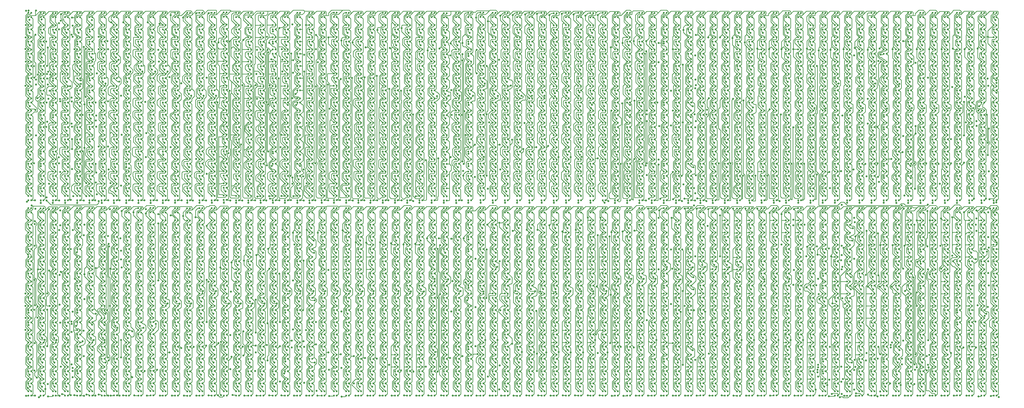
<source format=gbr>
%TF.GenerationSoftware,KiCad,Pcbnew,7.0.2*%
%TF.CreationDate,2024-01-05T22:36:09+05:30*%
%TF.ProjectId,matrixleddisplay,6d617472-6978-46c6-9564-646973706c61,rev?*%
%TF.SameCoordinates,Original*%
%TF.FileFunction,Copper,L1,Top*%
%TF.FilePolarity,Positive*%
%FSLAX46Y46*%
G04 Gerber Fmt 4.6, Leading zero omitted, Abs format (unit mm)*
G04 Created by KiCad (PCBNEW 7.0.2) date 2024-01-05 22:36:09*
%MOMM*%
%LPD*%
G01*
G04 APERTURE LIST*
G04 Aperture macros list*
%AMRoundRect*
0 Rectangle with rounded corners*
0 $1 Rounding radius*
0 $2 $3 $4 $5 $6 $7 $8 $9 X,Y pos of 4 corners*
0 Add a 4 corners polygon primitive as box body*
4,1,4,$2,$3,$4,$5,$6,$7,$8,$9,$2,$3,0*
0 Add four circle primitives for the rounded corners*
1,1,$1+$1,$2,$3*
1,1,$1+$1,$4,$5*
1,1,$1+$1,$6,$7*
1,1,$1+$1,$8,$9*
0 Add four rect primitives between the rounded corners*
20,1,$1+$1,$2,$3,$4,$5,0*
20,1,$1+$1,$4,$5,$6,$7,0*
20,1,$1+$1,$6,$7,$8,$9,0*
20,1,$1+$1,$8,$9,$2,$3,0*%
G04 Aperture macros list end*
%TA.AperFunction,SMDPad,CuDef*%
%ADD10RoundRect,0.164281X-0.185674X0.164281X-0.185674X-0.164281X0.185674X-0.164281X0.185674X0.164281X0*%
%TD*%
%TA.AperFunction,ViaPad*%
%ADD11C,0.800000*%
%TD*%
%TA.AperFunction,Conductor*%
%ADD12C,0.250000*%
%TD*%
G04 APERTURE END LIST*
D10*
%TO.P,D2178,1,COM+*%
%TO.N,/COM2*%
X422740000Y-71610000D03*
%TO.P,D2178,2,Red*%
%TO.N,/RED5-5*%
X423900000Y-71610000D03*
%TO.P,D2178,3,Green*%
%TO.N,/GREEN5-5*%
X423900000Y-69860000D03*
%TO.P,D2178,4,Blue*%
%TO.N,/BLUE5-5*%
X422730000Y-69850000D03*
%TD*%
%TO.P,D1130,1,COM+*%
%TO.N,/COM10*%
X257740000Y-111590000D03*
%TO.P,D1130,2,Red*%
%TO.N,/RED3-4*%
X258900000Y-111590000D03*
%TO.P,D1130,3,Green*%
%TO.N,/GREEN3-4*%
X258900000Y-109840000D03*
%TO.P,D1130,4,Blue*%
%TO.N,/BLUE3-4*%
X257730000Y-109830000D03*
%TD*%
%TO.P,D1999,1,COM+*%
%TO.N,/COM16*%
X392730000Y-141610000D03*
%TO.P,D1999,2,Red*%
%TO.N,/RED4-15*%
X393890000Y-141610000D03*
%TO.P,D1999,3,Green*%
%TO.N,/GREEN4-15*%
X393890000Y-139860000D03*
%TO.P,D1999,4,Blue*%
%TO.N,/BLUE4-15*%
X392720000Y-139850000D03*
%TD*%
%TO.P,D2354,1,COM+*%
%TO.N,/COM18*%
X447740000Y-151661140D03*
%TO.P,D2354,2,Red*%
%TO.N,/R5-10*%
X448900000Y-151661140D03*
%TO.P,D2354,3,Green*%
%TO.N,/G5-10*%
X448900000Y-149911140D03*
%TO.P,D2354,4,Blue*%
%TO.N,/B5-10*%
X447730000Y-149901140D03*
%TD*%
%TO.P,D2522,1,COM+*%
%TO.N,/COM26*%
X472740000Y-191610000D03*
%TO.P,D2522,2,Red*%
%TO.N,/R5-15*%
X473900000Y-191610000D03*
%TO.P,D2522,3,Green*%
%TO.N,/G5-15*%
X473900000Y-189860000D03*
%TO.P,D2522,4,Blue*%
%TO.N,/B5-15*%
X472730000Y-189850000D03*
%TD*%
%TO.P,D840,1,COM+*%
%TO.N,/COM7*%
X212740000Y-96600000D03*
%TO.P,D840,2,Red*%
%TO.N,/RED2-11*%
X213900000Y-96600000D03*
%TO.P,D840,3,Green*%
%TO.N,/GREEN2-11*%
X213900000Y-94850000D03*
%TO.P,D840,4,Blue*%
%TO.N,/BLUE2-11*%
X212730000Y-94840000D03*
%TD*%
%TO.P,D2554,1,COM+*%
%TO.N,/COM26*%
X477740000Y-191600000D03*
%TO.P,D2554,2,Red*%
%TO.N,/R5-16*%
X478900000Y-191600000D03*
%TO.P,D2554,3,Green*%
%TO.N,/G5-16*%
X478900000Y-189850000D03*
%TO.P,D2554,4,Blue*%
%TO.N,/B5-16*%
X477730000Y-189840000D03*
%TD*%
%TO.P,D834,1,COM+*%
%TO.N,/COM2*%
X212750000Y-71610000D03*
%TO.P,D834,2,Red*%
%TO.N,/RED2-11*%
X213910000Y-71610000D03*
%TO.P,D834,3,Green*%
%TO.N,/GREEN2-11*%
X213910000Y-69860000D03*
%TO.P,D834,4,Blue*%
%TO.N,/BLUE2-11*%
X212740000Y-69850000D03*
%TD*%
%TO.P,D1827,1,COM+*%
%TO.N,/COM4*%
X367730000Y-81600000D03*
%TO.P,D1827,2,Red*%
%TO.N,/RED4-10*%
X368890000Y-81600000D03*
%TO.P,D1827,3,Green*%
%TO.N,/GREEN4-10*%
X368890000Y-79850000D03*
%TO.P,D1827,4,Blue*%
%TO.N,/BLUE4-10*%
X367720000Y-79840000D03*
%TD*%
%TO.P,D1059,1,COM+*%
%TO.N,/COM4*%
X247730000Y-81590000D03*
%TO.P,D1059,2,Red*%
%TO.N,/RED3-2*%
X248890000Y-81590000D03*
%TO.P,D1059,3,Green*%
%TO.N,/GREEN3-2*%
X248890000Y-79840000D03*
%TO.P,D1059,4,Blue*%
%TO.N,/BLUE3-2*%
X247720000Y-79830000D03*
%TD*%
%TO.P,D976,1,COM+*%
%TO.N,/COM15*%
X232740000Y-136600000D03*
%TO.P,D976,2,Red*%
%TO.N,/RED2-15*%
X233900000Y-136600000D03*
%TO.P,D976,3,Green*%
%TO.N,/GREEN2-15*%
X233900000Y-134850000D03*
%TO.P,D976,4,Blue*%
%TO.N,/BLUE2-15*%
X232730000Y-134840000D03*
%TD*%
%TO.P,D1240,1,COM+*%
%TO.N,/COM23*%
X272740000Y-176600000D03*
%TO.P,D1240,2,Red*%
%TO.N,/R3-7*%
X273900000Y-176600000D03*
%TO.P,D1240,3,Green*%
%TO.N,/G3-7*%
X273900000Y-174850000D03*
%TO.P,D1240,4,Blue*%
%TO.N,/B3-7*%
X272730000Y-174840000D03*
%TD*%
%TO.P,D1306,1,COM+*%
%TO.N,/COM26*%
X282740000Y-191683008D03*
%TO.P,D1306,2,Red*%
%TO.N,/R3-9*%
X283900000Y-191683008D03*
%TO.P,D1306,3,Green*%
%TO.N,/G3-9*%
X283900000Y-189933008D03*
%TO.P,D1306,4,Blue*%
%TO.N,/B3-9*%
X282730000Y-189923008D03*
%TD*%
%TO.P,D452,1,COM+*%
%TO.N,/COM3*%
X152727500Y-76580000D03*
%TO.P,D452,2,Red*%
%TO.N,/RED1-15*%
X153887500Y-76580000D03*
%TO.P,D452,3,Green*%
%TO.N,/GREEN1-15*%
X153887500Y-74830000D03*
%TO.P,D452,4,Blue*%
%TO.N,/BLUE1-15*%
X152717500Y-74820000D03*
%TD*%
%TO.P,D442,1,COM+*%
%TO.N,/COM26*%
X147720000Y-191683140D03*
%TO.P,D442,2,Red*%
%TO.N,/R1-14*%
X148880000Y-191683140D03*
%TO.P,D442,3,Green*%
%TO.N,/G1-14*%
X148880000Y-189933140D03*
%TO.P,D442,4,Blue*%
%TO.N,/B1-14*%
X147710000Y-189923140D03*
%TD*%
%TO.P,D422,1,COM+*%
%TO.N,/COM6*%
X147740000Y-91610000D03*
%TO.P,D422,2,Red*%
%TO.N,/RED1-14*%
X148900000Y-91610000D03*
%TO.P,D422,3,Green*%
%TO.N,/GREEN1-14*%
X148900000Y-89860000D03*
%TO.P,D422,4,Blue*%
%TO.N,/BLUE1-14*%
X147730000Y-89850000D03*
%TD*%
%TO.P,D1561,1,COM+*%
%TO.N,/COM25*%
X322750000Y-186610000D03*
%TO.P,D1561,2,Red*%
%TO.N,/R4-1*%
X323910000Y-186610000D03*
%TO.P,D1561,3,Green*%
%TO.N,/G4-1*%
X323910000Y-184860000D03*
%TO.P,D1561,4,Blue*%
%TO.N,/B4-1*%
X322740000Y-184850000D03*
%TD*%
%TO.P,D852,1,COM+*%
%TO.N,/COM19*%
X212750000Y-156610000D03*
%TO.P,D852,2,Red*%
%TO.N,/R2-11*%
X213910000Y-156610000D03*
%TO.P,D852,3,Green*%
%TO.N,/G2-11*%
X213910000Y-154860000D03*
%TO.P,D852,4,Blue*%
%TO.N,/B2-11*%
X212740000Y-154850000D03*
%TD*%
%TO.P,D1468,1,COM+*%
%TO.N,/COM27*%
X307730000Y-196590000D03*
%TO.P,D1468,2,Red*%
%TO.N,/R3-14*%
X308890000Y-196590000D03*
%TO.P,D1468,3,Green*%
%TO.N,/G3-14*%
X308890000Y-194840000D03*
%TO.P,D1468,4,Blue*%
%TO.N,/B3-14*%
X307720000Y-194830000D03*
%TD*%
%TO.P,D1384,1,COM+*%
%TO.N,/COM7*%
X297720000Y-96709868D03*
%TO.P,D1384,2,Red*%
%TO.N,/RED3-12*%
X298880000Y-96709868D03*
%TO.P,D1384,3,Green*%
%TO.N,/GREEN3-12*%
X298880000Y-94959868D03*
%TO.P,D1384,4,Blue*%
%TO.N,/BLUE3-12*%
X297710000Y-94949868D03*
%TD*%
%TO.P,D1695,1,COM+*%
%TO.N,/COM32*%
X342740000Y-221594512D03*
%TO.P,D1695,2,Red*%
%TO.N,/R4-5*%
X343900000Y-221594512D03*
%TO.P,D1695,3,Green*%
%TO.N,/G4-5*%
X343900000Y-219844512D03*
%TO.P,D1695,4,Blue*%
%TO.N,/B4-5*%
X342730000Y-219834512D03*
%TD*%
%TO.P,D1271,1,COM+*%
%TO.N,/COM24*%
X277740000Y-181590000D03*
%TO.P,D1271,2,Red*%
%TO.N,/R3-8*%
X278900000Y-181590000D03*
%TO.P,D1271,3,Green*%
%TO.N,/G3-8*%
X278900000Y-179840000D03*
%TO.P,D1271,4,Blue*%
%TO.N,/B3-8*%
X277730000Y-179830000D03*
%TD*%
%TO.P,D123,1,COM+*%
%TO.N,/COM28*%
X97750000Y-201590000D03*
%TO.P,D123,2,Red*%
%TO.N,/R1-4*%
X98910000Y-201590000D03*
%TO.P,D123,3,Green*%
%TO.N,/G1-4*%
X98910000Y-199840000D03*
%TO.P,D123,4,Blue*%
%TO.N,/B1-4*%
X97740000Y-199830000D03*
%TD*%
%TO.P,D1311,1,COM+*%
%TO.N,/COM32*%
X282740000Y-221683008D03*
%TO.P,D1311,2,Red*%
%TO.N,/R3-9*%
X283900000Y-221683008D03*
%TO.P,D1311,3,Green*%
%TO.N,/G3-9*%
X283900000Y-219933008D03*
%TO.P,D1311,4,Blue*%
%TO.N,/B3-9*%
X282730000Y-219923008D03*
%TD*%
%TO.P,D1259,1,COM+*%
%TO.N,/COM12*%
X277740000Y-121590000D03*
%TO.P,D1259,2,Red*%
%TO.N,/RED3-8*%
X278900000Y-121590000D03*
%TO.P,D1259,3,Green*%
%TO.N,/GREEN3-8*%
X278900000Y-119840000D03*
%TO.P,D1259,4,Blue*%
%TO.N,/BLUE3-8*%
X277730000Y-119830000D03*
%TD*%
%TO.P,D2392,1,COM+*%
%TO.N,/COM23*%
X452740000Y-176610000D03*
%TO.P,D2392,2,Red*%
%TO.N,/R5-11*%
X453900000Y-176610000D03*
%TO.P,D2392,3,Green*%
%TO.N,/G5-11*%
X453900000Y-174860000D03*
%TO.P,D2392,4,Blue*%
%TO.N,/B5-11*%
X452730000Y-174850000D03*
%TD*%
%TO.P,D598,1,COM+*%
%TO.N,/COM22*%
X172740000Y-171610000D03*
%TO.P,D598,2,Red*%
%TO.N,/R2-3*%
X173900000Y-171610000D03*
%TO.P,D598,3,Green*%
%TO.N,/G2-3*%
X173900000Y-169860000D03*
%TO.P,D598,4,Blue*%
%TO.N,/B2-3*%
X172730000Y-169850000D03*
%TD*%
%TO.P,D506,1,COM+*%
%TO.N,/COM26*%
X157740000Y-191590000D03*
%TO.P,D506,2,Red*%
%TO.N,/R1-16*%
X158900000Y-191590000D03*
%TO.P,D506,3,Green*%
%TO.N,/G1-16*%
X158900000Y-189840000D03*
%TO.P,D506,4,Blue*%
%TO.N,/B1-16*%
X157730000Y-189830000D03*
%TD*%
%TO.P,D1802,1,COM+*%
%TO.N,/COM10*%
X362740000Y-111590000D03*
%TO.P,D1802,2,Red*%
%TO.N,/RED4-9*%
X363900000Y-111590000D03*
%TO.P,D1802,3,Green*%
%TO.N,/GREEN4-9*%
X363900000Y-109840000D03*
%TO.P,D1802,4,Blue*%
%TO.N,/BLUE4-9*%
X362730000Y-109830000D03*
%TD*%
%TO.P,D1643,1,COM+*%
%TO.N,/COM12*%
X337797500Y-121610000D03*
%TO.P,D1643,2,Red*%
%TO.N,/RED4-4*%
X338957500Y-121610000D03*
%TO.P,D1643,3,Green*%
%TO.N,/GREEN4-4*%
X338957500Y-119860000D03*
%TO.P,D1643,4,Blue*%
%TO.N,/BLUE4-4*%
X337787500Y-119850000D03*
%TD*%
%TO.P,D1467,1,COM+*%
%TO.N,/COM28*%
X307760000Y-201580000D03*
%TO.P,D1467,2,Red*%
%TO.N,/R3-14*%
X308920000Y-201580000D03*
%TO.P,D1467,3,Green*%
%TO.N,/G3-14*%
X308920000Y-199830000D03*
%TO.P,D1467,4,Blue*%
%TO.N,/B3-14*%
X307750000Y-199820000D03*
%TD*%
%TO.P,D1534,1,COM+*%
%TO.N,/COM30*%
X317740000Y-211600000D03*
%TO.P,D1534,2,Red*%
%TO.N,/R3-16*%
X318900000Y-211600000D03*
%TO.P,D1534,3,Green*%
%TO.N,/G3-16*%
X318900000Y-209850000D03*
%TO.P,D1534,4,Blue*%
%TO.N,/B3-16*%
X317730000Y-209840000D03*
%TD*%
%TO.P,D296,1,COM+*%
%TO.N,/COM7*%
X127730000Y-96580000D03*
%TO.P,D296,2,Red*%
%TO.N,/RED1-10*%
X128890000Y-96580000D03*
%TO.P,D296,3,Green*%
%TO.N,/GREEN1-10*%
X128890000Y-94830000D03*
%TO.P,D296,4,Blue*%
%TO.N,/BLUE1-10*%
X127720000Y-94820000D03*
%TD*%
%TO.P,D979,1,COM+*%
%TO.N,/COM20*%
X232750000Y-161590000D03*
%TO.P,D979,2,Red*%
%TO.N,/R2-15*%
X233910000Y-161590000D03*
%TO.P,D979,3,Green*%
%TO.N,/G2-15*%
X233910000Y-159840000D03*
%TO.P,D979,4,Blue*%
%TO.N,/B2-15*%
X232740000Y-159830000D03*
%TD*%
%TO.P,D1446,1,COM+*%
%TO.N,/COM6*%
X307740000Y-91600000D03*
%TO.P,D1446,2,Red*%
%TO.N,/RED3-14*%
X308900000Y-91600000D03*
%TO.P,D1446,3,Green*%
%TO.N,/GREEN3-14*%
X308900000Y-89850000D03*
%TO.P,D1446,4,Blue*%
%TO.N,/BLUE3-14*%
X307730000Y-89840000D03*
%TD*%
%TO.P,D125,1,COM+*%
%TO.N,/COM29*%
X97720000Y-206600000D03*
%TO.P,D125,2,Red*%
%TO.N,/R1-4*%
X98880000Y-206600000D03*
%TO.P,D125,3,Green*%
%TO.N,/G1-4*%
X98880000Y-204850000D03*
%TO.P,D125,4,Blue*%
%TO.N,/B1-4*%
X97710000Y-204840000D03*
%TD*%
%TO.P,D2371,1,COM+*%
%TO.N,/COM4*%
X452730000Y-81600000D03*
%TO.P,D2371,2,Red*%
%TO.N,/RED5-11*%
X453890000Y-81600000D03*
%TO.P,D2371,3,Green*%
%TO.N,/GREEN5-11*%
X453890000Y-79850000D03*
%TO.P,D2371,4,Blue*%
%TO.N,/BLUE5-11*%
X452720000Y-79840000D03*
%TD*%
%TO.P,D816,1,COM+*%
%TO.N,/COM15*%
X207750000Y-136498364D03*
%TO.P,D816,2,Red*%
%TO.N,/RED2-10*%
X208910000Y-136498364D03*
%TO.P,D816,3,Green*%
%TO.N,/GREEN2-10*%
X208910000Y-134748364D03*
%TO.P,D816,4,Blue*%
%TO.N,/BLUE2-10*%
X207740000Y-134738364D03*
%TD*%
%TO.P,D190,1,COM+*%
%TO.N,/COM30*%
X107740000Y-211590000D03*
%TO.P,D190,2,Red*%
%TO.N,/R1-6*%
X108900000Y-211590000D03*
%TO.P,D190,3,Green*%
%TO.N,/G1-6*%
X108900000Y-209840000D03*
%TO.P,D190,4,Blue*%
%TO.N,/B1-6*%
X107730000Y-209830000D03*
%TD*%
%TO.P,D1934,1,COM+*%
%TO.N,/COM14*%
X382740000Y-131600000D03*
%TO.P,D1934,2,Red*%
%TO.N,/RED4-13*%
X383900000Y-131600000D03*
%TO.P,D1934,3,Green*%
%TO.N,/GREEN4-13*%
X383900000Y-129850000D03*
%TO.P,D1934,4,Blue*%
%TO.N,/BLUE4-13*%
X382730000Y-129840000D03*
%TD*%
%TO.P,D1301,1,COM+*%
%TO.N,/COM21*%
X282730000Y-166673008D03*
%TO.P,D1301,2,Red*%
%TO.N,/R3-9*%
X283890000Y-166673008D03*
%TO.P,D1301,3,Green*%
%TO.N,/G3-9*%
X283890000Y-164923008D03*
%TO.P,D1301,4,Blue*%
%TO.N,/B3-9*%
X282720000Y-164913008D03*
%TD*%
%TO.P,D2035,1,COM+*%
%TO.N,/COM20*%
X397750000Y-161600000D03*
%TO.P,D2035,2,Red*%
%TO.N,/R4-16*%
X398910000Y-161600000D03*
%TO.P,D2035,3,Green*%
%TO.N,/G4-16*%
X398910000Y-159850000D03*
%TO.P,D2035,4,Blue*%
%TO.N,/B4-16*%
X397740000Y-159840000D03*
%TD*%
%TO.P,D1349,1,COM+*%
%TO.N,/COM5*%
X292750000Y-86590000D03*
%TO.P,D1349,2,Red*%
%TO.N,/RED3-11*%
X293910000Y-86590000D03*
%TO.P,D1349,3,Green*%
%TO.N,/GREEN3-11*%
X293910000Y-84840000D03*
%TO.P,D1349,4,Blue*%
%TO.N,/BLUE3-11*%
X292740000Y-84830000D03*
%TD*%
%TO.P,D1745,1,COM+*%
%TO.N,/COM17*%
X352730000Y-146600000D03*
%TO.P,D1745,2,Red*%
%TO.N,/R4-7*%
X353890000Y-146600000D03*
%TO.P,D1745,3,Green*%
%TO.N,/G4-7*%
X353890000Y-144850000D03*
%TO.P,D1745,4,Blue*%
%TO.N,/B4-7*%
X352720000Y-144840000D03*
%TD*%
%TO.P,D768,1,COM+*%
%TO.N,/COM31*%
X197740000Y-216590000D03*
%TO.P,D768,2,Red*%
%TO.N,/R2-8*%
X198900000Y-216590000D03*
%TO.P,D768,3,Green*%
%TO.N,/G2-8*%
X198900000Y-214840000D03*
%TO.P,D768,4,Blue*%
%TO.N,/B2-8*%
X197730000Y-214830000D03*
%TD*%
%TO.P,D785,1,COM+*%
%TO.N,/COM17*%
X202730000Y-146590000D03*
%TO.P,D785,2,Red*%
%TO.N,/R2-9*%
X203890000Y-146590000D03*
%TO.P,D785,3,Green*%
%TO.N,/G2-9*%
X203890000Y-144840000D03*
%TO.P,D785,4,Blue*%
%TO.N,/B2-9*%
X202720000Y-144830000D03*
%TD*%
%TO.P,D1129,1,COM+*%
%TO.N,/COM9*%
X257740000Y-106600000D03*
%TO.P,D1129,2,Red*%
%TO.N,/RED3-4*%
X258900000Y-106600000D03*
%TO.P,D1129,3,Green*%
%TO.N,/GREEN3-4*%
X258900000Y-104850000D03*
%TO.P,D1129,4,Blue*%
%TO.N,/BLUE3-4*%
X257730000Y-104840000D03*
%TD*%
%TO.P,D1291,1,COM+*%
%TO.N,/COM12*%
X282740000Y-121600000D03*
%TO.P,D1291,2,Red*%
%TO.N,/RED3-9*%
X283900000Y-121600000D03*
%TO.P,D1291,3,Green*%
%TO.N,/GREEN3-9*%
X283900000Y-119850000D03*
%TO.P,D1291,4,Blue*%
%TO.N,/BLUE3-9*%
X282730000Y-119840000D03*
%TD*%
%TO.P,D1265,1,COM+*%
%TO.N,/COM17*%
X277730000Y-146590000D03*
%TO.P,D1265,2,Red*%
%TO.N,/R3-8*%
X278890000Y-146590000D03*
%TO.P,D1265,3,Green*%
%TO.N,/G3-8*%
X278890000Y-144840000D03*
%TO.P,D1265,4,Blue*%
%TO.N,/B3-8*%
X277720000Y-144830000D03*
%TD*%
%TO.P,D1030,1,COM+*%
%TO.N,/COM6*%
X242740000Y-91600000D03*
%TO.P,D1030,2,Red*%
%TO.N,/RED3-1*%
X243900000Y-91600000D03*
%TO.P,D1030,3,Green*%
%TO.N,/GREEN3-1*%
X243900000Y-89850000D03*
%TO.P,D1030,4,Blue*%
%TO.N,/BLUE3-1*%
X242730000Y-89840000D03*
%TD*%
%TO.P,D974,1,COM+*%
%TO.N,/COM14*%
X232740000Y-131590000D03*
%TO.P,D974,2,Red*%
%TO.N,/RED2-15*%
X233900000Y-131590000D03*
%TO.P,D974,3,Green*%
%TO.N,/GREEN2-15*%
X233900000Y-129840000D03*
%TO.P,D974,4,Blue*%
%TO.N,/BLUE2-15*%
X232730000Y-129830000D03*
%TD*%
%TO.P,D1921,1,COM+*%
%TO.N,/COM1*%
X382740000Y-66600000D03*
%TO.P,D1921,2,Red*%
%TO.N,/RED4-13*%
X383900000Y-66600000D03*
%TO.P,D1921,3,Green*%
%TO.N,/GREEN4-13*%
X383900000Y-64850000D03*
%TO.P,D1921,4,Blue*%
%TO.N,/BLUE4-13*%
X382730000Y-64840000D03*
%TD*%
%TO.P,D474,1,COM+*%
%TO.N,/COM26*%
X152747500Y-191590000D03*
%TO.P,D474,2,Red*%
%TO.N,/R1-15*%
X153907500Y-191590000D03*
%TO.P,D474,3,Green*%
%TO.N,/G1-15*%
X153907500Y-189840000D03*
%TO.P,D474,4,Blue*%
%TO.N,/B1-15*%
X152737500Y-189830000D03*
%TD*%
%TO.P,D2330,1,COM+*%
%TO.N,/COM26*%
X442740000Y-191610000D03*
%TO.P,D2330,2,Red*%
%TO.N,/R5-9*%
X443900000Y-191610000D03*
%TO.P,D2330,3,Green*%
%TO.N,/G5-9*%
X443900000Y-189860000D03*
%TO.P,D2330,4,Blue*%
%TO.N,/B5-9*%
X442730000Y-189850000D03*
%TD*%
%TO.P,D2317,1,COM+*%
%TO.N,/COM13*%
X442740000Y-126600000D03*
%TO.P,D2317,2,Red*%
%TO.N,/RED5-9*%
X443900000Y-126600000D03*
%TO.P,D2317,3,Green*%
%TO.N,/GREEN5-9*%
X443900000Y-124850000D03*
%TO.P,D2317,4,Blue*%
%TO.N,/BLUE5-9*%
X442730000Y-124840000D03*
%TD*%
%TO.P,D2200,1,COM+*%
%TO.N,/COM23*%
X422740000Y-176610000D03*
%TO.P,D2200,2,Red*%
%TO.N,/R5-5*%
X423900000Y-176610000D03*
%TO.P,D2200,3,Green*%
%TO.N,/G5-5*%
X423900000Y-174860000D03*
%TO.P,D2200,4,Blue*%
%TO.N,/B5-5*%
X422730000Y-174850000D03*
%TD*%
%TO.P,D2447,1,COM+*%
%TO.N,/COM16*%
X462730000Y-141600000D03*
%TO.P,D2447,2,Red*%
%TO.N,/RED5-13*%
X463890000Y-141600000D03*
%TO.P,D2447,3,Green*%
%TO.N,/GREEN5-13*%
X463890000Y-139850000D03*
%TO.P,D2447,4,Blue*%
%TO.N,/BLUE5-13*%
X462720000Y-139840000D03*
%TD*%
%TO.P,D1632,1,COM+*%
%TO.N,/COM31*%
X332740000Y-216610000D03*
%TO.P,D1632,2,Red*%
%TO.N,/R4-3*%
X333900000Y-216610000D03*
%TO.P,D1632,3,Green*%
%TO.N,/G4-3*%
X333900000Y-214860000D03*
%TO.P,D1632,4,Blue*%
%TO.N,/B4-3*%
X332730000Y-214850000D03*
%TD*%
%TO.P,D223,1,COM+*%
%TO.N,/COM32*%
X112740000Y-221590000D03*
%TO.P,D223,2,Red*%
%TO.N,/R1-7*%
X113900000Y-221590000D03*
%TO.P,D223,3,Green*%
%TO.N,/G1-7*%
X113900000Y-219840000D03*
%TO.P,D223,4,Blue*%
%TO.N,/B1-7*%
X112730000Y-219830000D03*
%TD*%
%TO.P,D199,1,COM+*%
%TO.N,/COM8*%
X112730000Y-101580000D03*
%TO.P,D199,2,Red*%
%TO.N,/RED1-7*%
X113890000Y-101580000D03*
%TO.P,D199,3,Green*%
%TO.N,/GREEN1-7*%
X113890000Y-99830000D03*
%TO.P,D199,4,Blue*%
%TO.N,/BLUE1-7*%
X112720000Y-99820000D03*
%TD*%
%TO.P,D2510,1,COM+*%
%TO.N,/COM14*%
X472740000Y-131600000D03*
%TO.P,D2510,2,Red*%
%TO.N,/RED5-15*%
X473900000Y-131600000D03*
%TO.P,D2510,3,Green*%
%TO.N,/GREEN5-15*%
X473900000Y-129850000D03*
%TO.P,D2510,4,Blue*%
%TO.N,/BLUE5-15*%
X472730000Y-129840000D03*
%TD*%
%TO.P,D1562,1,COM+*%
%TO.N,/COM26*%
X322740000Y-191610000D03*
%TO.P,D1562,2,Red*%
%TO.N,/R4-1*%
X323900000Y-191610000D03*
%TO.P,D1562,3,Green*%
%TO.N,/G4-1*%
X323900000Y-189860000D03*
%TO.P,D1562,4,Blue*%
%TO.N,/B4-1*%
X322730000Y-189850000D03*
%TD*%
%TO.P,D455,1,COM+*%
%TO.N,/COM8*%
X152737500Y-101580000D03*
%TO.P,D455,2,Red*%
%TO.N,/RED1-15*%
X153897500Y-101580000D03*
%TO.P,D455,3,Green*%
%TO.N,/GREEN1-15*%
X153897500Y-99830000D03*
%TO.P,D455,4,Blue*%
%TO.N,/BLUE1-15*%
X152727500Y-99820000D03*
%TD*%
%TO.P,D2512,1,COM+*%
%TO.N,/COM15*%
X472740000Y-136610000D03*
%TO.P,D2512,2,Red*%
%TO.N,/RED5-15*%
X473900000Y-136610000D03*
%TO.P,D2512,3,Green*%
%TO.N,/GREEN5-15*%
X473900000Y-134860000D03*
%TO.P,D2512,4,Blue*%
%TO.N,/BLUE5-15*%
X472730000Y-134850000D03*
%TD*%
%TO.P,D1733,1,COM+*%
%TO.N,/COM5*%
X352750000Y-86600000D03*
%TO.P,D1733,2,Red*%
%TO.N,/RED4-7*%
X353910000Y-86600000D03*
%TO.P,D1733,3,Green*%
%TO.N,/GREEN4-7*%
X353910000Y-84850000D03*
%TO.P,D1733,4,Blue*%
%TO.N,/BLUE4-7*%
X352740000Y-84840000D03*
%TD*%
%TO.P,D898,1,COM+*%
%TO.N,/COM2*%
X222740000Y-71610000D03*
%TO.P,D898,2,Red*%
%TO.N,/RED2-13*%
X223900000Y-71610000D03*
%TO.P,D898,3,Green*%
%TO.N,/GREEN2-13*%
X223900000Y-69860000D03*
%TO.P,D898,4,Blue*%
%TO.N,/BLUE2-13*%
X222730000Y-69850000D03*
%TD*%
%TO.P,D996,1,COM+*%
%TO.N,/COM3*%
X237720000Y-76600000D03*
%TO.P,D996,2,Red*%
%TO.N,/RED2-16*%
X238880000Y-76600000D03*
%TO.P,D996,3,Green*%
%TO.N,/GREEN2-16*%
X238880000Y-74850000D03*
%TO.P,D996,4,Blue*%
%TO.N,/BLUE2-16*%
X237710000Y-74840000D03*
%TD*%
%TO.P,D330,1,COM+*%
%TO.N,/COM10*%
X132740000Y-111590000D03*
%TO.P,D330,2,Red*%
%TO.N,/RED1-11*%
X133900000Y-111590000D03*
%TO.P,D330,3,Green*%
%TO.N,/GREEN1-11*%
X133900000Y-109840000D03*
%TO.P,D330,4,Blue*%
%TO.N,/BLUE1-11*%
X132730000Y-109830000D03*
%TD*%
%TO.P,D874,1,COM+*%
%TO.N,/COM10*%
X217740000Y-111590000D03*
%TO.P,D874,2,Red*%
%TO.N,/RED2-12*%
X218900000Y-111590000D03*
%TO.P,D874,3,Green*%
%TO.N,/GREEN2-12*%
X218900000Y-109840000D03*
%TO.P,D874,4,Blue*%
%TO.N,/BLUE2-12*%
X217730000Y-109830000D03*
%TD*%
%TO.P,D1652,1,COM+*%
%TO.N,/COM19*%
X337797500Y-156620000D03*
%TO.P,D1652,2,Red*%
%TO.N,/R4-4*%
X338957500Y-156620000D03*
%TO.P,D1652,3,Green*%
%TO.N,/G4-4*%
X338957500Y-154870000D03*
%TO.P,D1652,4,Blue*%
%TO.N,/B4-4*%
X337787500Y-154860000D03*
%TD*%
%TO.P,D695,1,COM+*%
%TO.N,/COM24*%
X187740000Y-181590000D03*
%TO.P,D695,2,Red*%
%TO.N,/R2-6*%
X188900000Y-181590000D03*
%TO.P,D695,3,Green*%
%TO.N,/G2-6*%
X188900000Y-179840000D03*
%TO.P,D695,4,Blue*%
%TO.N,/B2-6*%
X187730000Y-179830000D03*
%TD*%
%TO.P,D1709,1,COM+*%
%TO.N,/COM13*%
X347740000Y-126600000D03*
%TO.P,D1709,2,Red*%
%TO.N,/RED4-6*%
X348900000Y-126600000D03*
%TO.P,D1709,3,Green*%
%TO.N,/GREEN4-6*%
X348900000Y-124850000D03*
%TO.P,D1709,4,Blue*%
%TO.N,/BLUE4-6*%
X347730000Y-124840000D03*
%TD*%
%TO.P,D375,1,COM+*%
%TO.N,/COM24*%
X137740000Y-181580000D03*
%TO.P,D375,2,Red*%
%TO.N,/R1-12*%
X138900000Y-181580000D03*
%TO.P,D375,3,Green*%
%TO.N,/G1-12*%
X138900000Y-179830000D03*
%TO.P,D375,4,Blue*%
%TO.N,/B1-12*%
X137730000Y-179820000D03*
%TD*%
%TO.P,D2255,1,COM+*%
%TO.N,/COM16*%
X432730000Y-141610000D03*
%TO.P,D2255,2,Red*%
%TO.N,/RED5-7*%
X433890000Y-141610000D03*
%TO.P,D2255,3,Green*%
%TO.N,/GREEN5-7*%
X433890000Y-139860000D03*
%TO.P,D2255,4,Blue*%
%TO.N,/BLUE5-7*%
X432720000Y-139850000D03*
%TD*%
%TO.P,D607,1,COM+*%
%TO.N,/COM32*%
X172740000Y-221610000D03*
%TO.P,D607,2,Red*%
%TO.N,/R2-3*%
X173900000Y-221610000D03*
%TO.P,D607,3,Green*%
%TO.N,/G2-3*%
X173900000Y-219860000D03*
%TO.P,D607,4,Blue*%
%TO.N,/B2-3*%
X172730000Y-219850000D03*
%TD*%
%TO.P,D2106,1,COM+*%
%TO.N,/COM26*%
X407740000Y-191610000D03*
%TO.P,D2106,2,Red*%
%TO.N,/R5-2*%
X408900000Y-191610000D03*
%TO.P,D2106,3,Green*%
%TO.N,/G5-2*%
X408900000Y-189860000D03*
%TO.P,D2106,4,Blue*%
%TO.N,/B5-2*%
X407730000Y-189850000D03*
%TD*%
%TO.P,D2112,1,COM+*%
%TO.N,/COM31*%
X407740000Y-216610000D03*
%TO.P,D2112,2,Red*%
%TO.N,/R5-2*%
X408900000Y-216610000D03*
%TO.P,D2112,3,Green*%
%TO.N,/G5-2*%
X408900000Y-214860000D03*
%TO.P,D2112,4,Blue*%
%TO.N,/B5-2*%
X407730000Y-214850000D03*
%TD*%
%TO.P,D1431,1,COM+*%
%TO.N,/COM24*%
X302730000Y-181600000D03*
%TO.P,D1431,2,Red*%
%TO.N,/R3-13*%
X303890000Y-181600000D03*
%TO.P,D1431,3,Green*%
%TO.N,/G3-13*%
X303890000Y-179850000D03*
%TO.P,D1431,4,Blue*%
%TO.N,/B3-13*%
X302720000Y-179840000D03*
%TD*%
%TO.P,D1152,1,COM+*%
%TO.N,/COM31*%
X257740000Y-216600000D03*
%TO.P,D1152,2,Red*%
%TO.N,/R3-4*%
X258900000Y-216600000D03*
%TO.P,D1152,3,Green*%
%TO.N,/G3-4*%
X258900000Y-214850000D03*
%TO.P,D1152,4,Blue*%
%TO.N,/B3-4*%
X257730000Y-214840000D03*
%TD*%
%TO.P,D1067,1,COM+*%
%TO.N,/COM12*%
X247740000Y-121590000D03*
%TO.P,D1067,2,Red*%
%TO.N,/RED3-2*%
X248900000Y-121590000D03*
%TO.P,D1067,3,Green*%
%TO.N,/GREEN3-2*%
X248900000Y-119840000D03*
%TO.P,D1067,4,Blue*%
%TO.N,/BLUE3-2*%
X247730000Y-119830000D03*
%TD*%
%TO.P,D966,1,COM+*%
%TO.N,/COM6*%
X232740000Y-91600000D03*
%TO.P,D966,2,Red*%
%TO.N,/RED2-15*%
X233900000Y-91600000D03*
%TO.P,D966,3,Green*%
%TO.N,/GREEN2-15*%
X233900000Y-89850000D03*
%TO.P,D966,4,Blue*%
%TO.N,/BLUE2-15*%
X232730000Y-89840000D03*
%TD*%
%TO.P,D189,1,COM+*%
%TO.N,/COM29*%
X107730000Y-206590000D03*
%TO.P,D189,2,Red*%
%TO.N,/R1-6*%
X108890000Y-206590000D03*
%TO.P,D189,3,Green*%
%TO.N,/G1-6*%
X108890000Y-204840000D03*
%TO.P,D189,4,Blue*%
%TO.N,/B1-6*%
X107720000Y-204830000D03*
%TD*%
%TO.P,D1409,1,COM+*%
%TO.N,/COM1*%
X302730000Y-66600000D03*
%TO.P,D1409,2,Red*%
%TO.N,/RED3-13*%
X303890000Y-66600000D03*
%TO.P,D1409,3,Green*%
%TO.N,/GREEN3-13*%
X303890000Y-64850000D03*
%TO.P,D1409,4,Blue*%
%TO.N,/BLUE3-13*%
X302720000Y-64840000D03*
%TD*%
%TO.P,D1443,1,COM+*%
%TO.N,/COM4*%
X307730000Y-81590000D03*
%TO.P,D1443,2,Red*%
%TO.N,/RED3-14*%
X308890000Y-81590000D03*
%TO.P,D1443,3,Green*%
%TO.N,/GREEN3-14*%
X308890000Y-79840000D03*
%TO.P,D1443,4,Blue*%
%TO.N,/BLUE3-14*%
X307720000Y-79830000D03*
%TD*%
%TO.P,D466,1,COM+*%
%TO.N,/COM18*%
X152747500Y-151590000D03*
%TO.P,D466,2,Red*%
%TO.N,/R1-15*%
X153907500Y-151590000D03*
%TO.P,D466,3,Green*%
%TO.N,/G1-15*%
X153907500Y-149840000D03*
%TO.P,D466,4,Blue*%
%TO.N,/B1-15*%
X152737500Y-149830000D03*
%TD*%
%TO.P,D2164,1,COM+*%
%TO.N,/COM19*%
X417760000Y-156673140D03*
%TO.P,D2164,2,Red*%
%TO.N,/R5-4*%
X418920000Y-156673140D03*
%TO.P,D2164,3,Green*%
%TO.N,/G5-4*%
X418920000Y-154923140D03*
%TO.P,D2164,4,Blue*%
%TO.N,/B5-4*%
X417750000Y-154913140D03*
%TD*%
%TO.P,D1630,1,COM+*%
%TO.N,/COM30*%
X332740000Y-211600000D03*
%TO.P,D1630,2,Red*%
%TO.N,/R4-3*%
X333900000Y-211600000D03*
%TO.P,D1630,3,Green*%
%TO.N,/G4-3*%
X333900000Y-209850000D03*
%TO.P,D1630,4,Blue*%
%TO.N,/B4-3*%
X332730000Y-209840000D03*
%TD*%
%TO.P,D437,1,COM+*%
%TO.N,/COM21*%
X147710000Y-166673140D03*
%TO.P,D437,2,Red*%
%TO.N,/R1-14*%
X148870000Y-166673140D03*
%TO.P,D437,3,Green*%
%TO.N,/G1-14*%
X148870000Y-164923140D03*
%TO.P,D437,4,Blue*%
%TO.N,/B1-14*%
X147700000Y-164913140D03*
%TD*%
%TO.P,D2158,1,COM+*%
%TO.N,/COM14*%
X417740000Y-131600000D03*
%TO.P,D2158,2,Red*%
%TO.N,/RED5-4*%
X418900000Y-131600000D03*
%TO.P,D2158,3,Green*%
%TO.N,/GREEN5-4*%
X418900000Y-129850000D03*
%TO.P,D2158,4,Blue*%
%TO.N,/BLUE5-4*%
X417730000Y-129840000D03*
%TD*%
%TO.P,D1404,1,COM+*%
%TO.N,/COM27*%
X297730000Y-196590000D03*
%TO.P,D1404,2,Red*%
%TO.N,/R3-12*%
X298890000Y-196590000D03*
%TO.P,D1404,3,Green*%
%TO.N,/G3-12*%
X298890000Y-194840000D03*
%TO.P,D1404,4,Blue*%
%TO.N,/B3-12*%
X297720000Y-194830000D03*
%TD*%
%TO.P,D451,1,COM+*%
%TO.N,/COM4*%
X152737500Y-81580000D03*
%TO.P,D451,2,Red*%
%TO.N,/RED1-15*%
X153897500Y-81580000D03*
%TO.P,D451,3,Green*%
%TO.N,/GREEN1-15*%
X153897500Y-79830000D03*
%TO.P,D451,4,Blue*%
%TO.N,/BLUE1-15*%
X152727500Y-79820000D03*
%TD*%
%TO.P,D81,1,COM+*%
%TO.N,/COM17*%
X92767500Y-146630000D03*
%TO.P,D81,2,Red*%
%TO.N,/R1-3*%
X93927500Y-146630000D03*
%TO.P,D81,3,Green*%
%TO.N,/G1-3*%
X93927500Y-144880000D03*
%TO.P,D81,4,Blue*%
%TO.N,/B1-3*%
X92757500Y-144870000D03*
%TD*%
%TO.P,D1403,1,COM+*%
%TO.N,/COM28*%
X297760000Y-201580000D03*
%TO.P,D1403,2,Red*%
%TO.N,/R3-12*%
X298920000Y-201580000D03*
%TO.P,D1403,3,Green*%
%TO.N,/G3-12*%
X298920000Y-199830000D03*
%TO.P,D1403,4,Blue*%
%TO.N,/B3-12*%
X297750000Y-199820000D03*
%TD*%
%TO.P,D67,1,COM+*%
%TO.N,/COM4*%
X92767500Y-81630000D03*
%TO.P,D67,2,Red*%
%TO.N,/RED1-3*%
X93927500Y-81630000D03*
%TO.P,D67,3,Green*%
%TO.N,/GREEN1-3*%
X93927500Y-79880000D03*
%TO.P,D67,4,Blue*%
%TO.N,/BLUE1-3*%
X92757500Y-79870000D03*
%TD*%
%TO.P,D60,1,COM+*%
%TO.N,/COM27*%
X87730000Y-196633404D03*
%TO.P,D60,2,Red*%
%TO.N,/R1-2*%
X88890000Y-196633404D03*
%TO.P,D60,3,Green*%
%TO.N,/G1-2*%
X88890000Y-194883404D03*
%TO.P,D60,4,Blue*%
%TO.N,/B1-2*%
X87720000Y-194873404D03*
%TD*%
%TO.P,D2429,1,COM+*%
%TO.N,/COM29*%
X457730000Y-206600000D03*
%TO.P,D2429,2,Red*%
%TO.N,/R5-12*%
X458890000Y-206600000D03*
%TO.P,D2429,3,Green*%
%TO.N,/G5-12*%
X458890000Y-204850000D03*
%TO.P,D2429,4,Blue*%
%TO.N,/B5-12*%
X457720000Y-204840000D03*
%TD*%
%TO.P,D192,1,COM+*%
%TO.N,/COM31*%
X107740000Y-216600000D03*
%TO.P,D192,2,Red*%
%TO.N,/R1-6*%
X108900000Y-216600000D03*
%TO.P,D192,3,Green*%
%TO.N,/G1-6*%
X108900000Y-214850000D03*
%TO.P,D192,4,Blue*%
%TO.N,/B1-6*%
X107730000Y-214840000D03*
%TD*%
%TO.P,D1832,1,COM+*%
%TO.N,/COM7*%
X367730000Y-96600000D03*
%TO.P,D1832,2,Red*%
%TO.N,/RED4-10*%
X368890000Y-96600000D03*
%TO.P,D1832,3,Green*%
%TO.N,/GREEN4-10*%
X368890000Y-94850000D03*
%TO.P,D1832,4,Blue*%
%TO.N,/BLUE4-10*%
X367720000Y-94840000D03*
%TD*%
%TO.P,D1662,1,COM+*%
%TO.N,/COM30*%
X337797500Y-211610000D03*
%TO.P,D1662,2,Red*%
%TO.N,/R4-4*%
X338957500Y-211610000D03*
%TO.P,D1662,3,Green*%
%TO.N,/G4-4*%
X338957500Y-209860000D03*
%TO.P,D1662,4,Blue*%
%TO.N,/B4-4*%
X337787500Y-209850000D03*
%TD*%
%TO.P,D2303,1,COM+*%
%TO.N,/COM32*%
X437740000Y-221610000D03*
%TO.P,D2303,2,Red*%
%TO.N,/R5-8*%
X438900000Y-221610000D03*
%TO.P,D2303,3,Green*%
%TO.N,/G5-8*%
X438900000Y-219860000D03*
%TO.P,D2303,4,Blue*%
%TO.N,/B5-8*%
X437730000Y-219850000D03*
%TD*%
%TO.P,D1631,1,COM+*%
%TO.N,/COM32*%
X332740000Y-221610000D03*
%TO.P,D1631,2,Red*%
%TO.N,/R4-3*%
X333900000Y-221610000D03*
%TO.P,D1631,3,Green*%
%TO.N,/G4-3*%
X333900000Y-219860000D03*
%TO.P,D1631,4,Blue*%
%TO.N,/B4-3*%
X332730000Y-219850000D03*
%TD*%
%TO.P,D2361,1,COM+*%
%TO.N,/COM25*%
X447750000Y-186661140D03*
%TO.P,D2361,2,Red*%
%TO.N,/R5-10*%
X448910000Y-186661140D03*
%TO.P,D2361,3,Green*%
%TO.N,/G5-10*%
X448910000Y-184911140D03*
%TO.P,D2361,4,Blue*%
%TO.N,/B5-10*%
X447740000Y-184901140D03*
%TD*%
%TO.P,D789,1,COM+*%
%TO.N,/COM21*%
X202730000Y-166590000D03*
%TO.P,D789,2,Red*%
%TO.N,/R2-9*%
X203890000Y-166590000D03*
%TO.P,D789,3,Green*%
%TO.N,/G2-9*%
X203890000Y-164840000D03*
%TO.P,D789,4,Blue*%
%TO.N,/B2-9*%
X202720000Y-164830000D03*
%TD*%
%TO.P,D440,1,COM+*%
%TO.N,/COM23*%
X147720000Y-176683140D03*
%TO.P,D440,2,Red*%
%TO.N,/R1-14*%
X148880000Y-176683140D03*
%TO.P,D440,3,Green*%
%TO.N,/G1-14*%
X148880000Y-174933140D03*
%TO.P,D440,4,Blue*%
%TO.N,/B1-14*%
X147710000Y-174923140D03*
%TD*%
%TO.P,D954,1,COM+*%
%TO.N,/COM26*%
X227740000Y-191600000D03*
%TO.P,D954,2,Red*%
%TO.N,/R2-14*%
X228900000Y-191600000D03*
%TO.P,D954,3,Green*%
%TO.N,/G2-14*%
X228900000Y-189850000D03*
%TO.P,D954,4,Blue*%
%TO.N,/B2-14*%
X227730000Y-189840000D03*
%TD*%
%TO.P,D428,1,COM+*%
%TO.N,/COM11*%
X147740000Y-116600000D03*
%TO.P,D428,2,Red*%
%TO.N,/RED1-14*%
X148900000Y-116600000D03*
%TO.P,D428,3,Green*%
%TO.N,/GREEN1-14*%
X148900000Y-114850000D03*
%TO.P,D428,4,Blue*%
%TO.N,/BLUE1-14*%
X147730000Y-114840000D03*
%TD*%
%TO.P,D1228,1,COM+*%
%TO.N,/COM11*%
X272740000Y-116590000D03*
%TO.P,D1228,2,Red*%
%TO.N,/RED3-7*%
X273900000Y-116590000D03*
%TO.P,D1228,3,Green*%
%TO.N,/GREEN3-7*%
X273900000Y-114840000D03*
%TO.P,D1228,4,Blue*%
%TO.N,/BLUE3-7*%
X272730000Y-114830000D03*
%TD*%
%TO.P,D1339,1,COM+*%
%TO.N,/COM28*%
X287760000Y-201590000D03*
%TO.P,D1339,2,Red*%
%TO.N,/R3-10*%
X288920000Y-201590000D03*
%TO.P,D1339,3,Green*%
%TO.N,/G3-10*%
X288920000Y-199840000D03*
%TO.P,D1339,4,Blue*%
%TO.N,/B3-10*%
X287750000Y-199830000D03*
%TD*%
%TO.P,D355,1,COM+*%
%TO.N,/COM4*%
X137730000Y-81580000D03*
%TO.P,D355,2,Red*%
%TO.N,/RED1-12*%
X138890000Y-81580000D03*
%TO.P,D355,3,Green*%
%TO.N,/GREEN1-12*%
X138890000Y-79830000D03*
%TO.P,D355,4,Blue*%
%TO.N,/BLUE1-12*%
X137720000Y-79820000D03*
%TD*%
%TO.P,D1118,1,COM+*%
%TO.N,/COM30*%
X252740000Y-211590000D03*
%TO.P,D1118,2,Red*%
%TO.N,/R3-3*%
X253900000Y-211590000D03*
%TO.P,D1118,3,Green*%
%TO.N,/G3-3*%
X253900000Y-209840000D03*
%TO.P,D1118,4,Blue*%
%TO.N,/B3-3*%
X252730000Y-209830000D03*
%TD*%
%TO.P,D2107,1,COM+*%
%TO.N,/COM28*%
X407760000Y-201590000D03*
%TO.P,D2107,2,Red*%
%TO.N,/R5-2*%
X408920000Y-201590000D03*
%TO.P,D2107,3,Green*%
%TO.N,/G5-2*%
X408920000Y-199840000D03*
%TO.P,D2107,4,Blue*%
%TO.N,/B5-2*%
X407750000Y-199830000D03*
%TD*%
%TO.P,D1399,1,COM+*%
%TO.N,/COM24*%
X297740000Y-181590000D03*
%TO.P,D1399,2,Red*%
%TO.N,/R3-12*%
X298900000Y-181590000D03*
%TO.P,D1399,3,Green*%
%TO.N,/G3-12*%
X298900000Y-179840000D03*
%TO.P,D1399,4,Blue*%
%TO.N,/B3-12*%
X297730000Y-179830000D03*
%TD*%
%TO.P,D814,1,COM+*%
%TO.N,/COM14*%
X207750000Y-131488364D03*
%TO.P,D814,2,Red*%
%TO.N,/RED2-10*%
X208910000Y-131488364D03*
%TO.P,D814,3,Green*%
%TO.N,/GREEN2-10*%
X208910000Y-129738364D03*
%TO.P,D814,4,Blue*%
%TO.N,/BLUE2-10*%
X207740000Y-129728364D03*
%TD*%
%TO.P,D1740,1,COM+*%
%TO.N,/COM11*%
X352740000Y-116600000D03*
%TO.P,D1740,2,Red*%
%TO.N,/RED4-7*%
X353900000Y-116600000D03*
%TO.P,D1740,3,Green*%
%TO.N,/GREEN4-7*%
X353900000Y-114850000D03*
%TO.P,D1740,4,Blue*%
%TO.N,/BLUE4-7*%
X352730000Y-114840000D03*
%TD*%
%TO.P,D2496,1,COM+*%
%TO.N,/COM31*%
X467740000Y-216600000D03*
%TO.P,D2496,2,Red*%
%TO.N,/R5-14*%
X468900000Y-216600000D03*
%TO.P,D2496,3,Green*%
%TO.N,/G5-14*%
X468900000Y-214850000D03*
%TO.P,D2496,4,Blue*%
%TO.N,/B5-14*%
X467730000Y-214840000D03*
%TD*%
%TO.P,D2393,1,COM+*%
%TO.N,/COM25*%
X452750000Y-186610000D03*
%TO.P,D2393,2,Red*%
%TO.N,/R5-11*%
X453910000Y-186610000D03*
%TO.P,D2393,3,Green*%
%TO.N,/G5-11*%
X453910000Y-184860000D03*
%TO.P,D2393,4,Blue*%
%TO.N,/B5-11*%
X452740000Y-184850000D03*
%TD*%
%TO.P,D405,1,COM+*%
%TO.N,/COM21*%
X142730000Y-166590000D03*
%TO.P,D405,2,Red*%
%TO.N,/R1-13*%
X143890000Y-166590000D03*
%TO.P,D405,3,Green*%
%TO.N,/G1-13*%
X143890000Y-164840000D03*
%TO.P,D405,4,Blue*%
%TO.N,/B1-13*%
X142720000Y-164830000D03*
%TD*%
%TO.P,D2179,1,COM+*%
%TO.N,/COM4*%
X422730000Y-81600000D03*
%TO.P,D2179,2,Red*%
%TO.N,/RED5-5*%
X423890000Y-81600000D03*
%TO.P,D2179,3,Green*%
%TO.N,/GREEN5-5*%
X423890000Y-79850000D03*
%TO.P,D2179,4,Blue*%
%TO.N,/BLUE5-5*%
X422720000Y-79840000D03*
%TD*%
%TO.P,D269,1,COM+*%
%TO.N,/COM13*%
X122750000Y-126590000D03*
%TO.P,D269,2,Red*%
%TO.N,/RED1-9*%
X123910000Y-126590000D03*
%TO.P,D269,3,Green*%
%TO.N,/GREEN1-9*%
X123910000Y-124840000D03*
%TO.P,D269,4,Blue*%
%TO.N,/BLUE1-9*%
X122740000Y-124830000D03*
%TD*%
%TO.P,D433,1,COM+*%
%TO.N,/COM17*%
X147710000Y-146673140D03*
%TO.P,D433,2,Red*%
%TO.N,/R1-14*%
X148870000Y-146673140D03*
%TO.P,D433,3,Green*%
%TO.N,/G1-14*%
X148870000Y-144923140D03*
%TO.P,D433,4,Blue*%
%TO.N,/B1-14*%
X147700000Y-144913140D03*
%TD*%
%TO.P,D1142,1,COM+*%
%TO.N,/COM22*%
X257740000Y-171600000D03*
%TO.P,D1142,2,Red*%
%TO.N,/R3-4*%
X258900000Y-171600000D03*
%TO.P,D1142,3,Green*%
%TO.N,/G3-4*%
X258900000Y-169850000D03*
%TO.P,D1142,4,Blue*%
%TO.N,/B3-4*%
X257730000Y-169840000D03*
%TD*%
%TO.P,D694,1,COM+*%
%TO.N,/COM22*%
X187740000Y-171600000D03*
%TO.P,D694,2,Red*%
%TO.N,/R2-6*%
X188900000Y-171600000D03*
%TO.P,D694,3,Green*%
%TO.N,/G2-6*%
X188900000Y-169850000D03*
%TO.P,D694,4,Blue*%
%TO.N,/B2-6*%
X187730000Y-169840000D03*
%TD*%
%TO.P,D2030,1,COM+*%
%TO.N,/COM14*%
X397740000Y-131600000D03*
%TO.P,D2030,2,Red*%
%TO.N,/RED4-16*%
X398900000Y-131600000D03*
%TO.P,D2030,3,Green*%
%TO.N,/GREEN4-16*%
X398900000Y-129850000D03*
%TO.P,D2030,4,Blue*%
%TO.N,/BLUE4-16*%
X397730000Y-129840000D03*
%TD*%
%TO.P,D2006,1,COM+*%
%TO.N,/COM22*%
X392740000Y-171610000D03*
%TO.P,D2006,2,Red*%
%TO.N,/R4-15*%
X393900000Y-171610000D03*
%TO.P,D2006,3,Green*%
%TO.N,/G4-15*%
X393900000Y-169860000D03*
%TO.P,D2006,4,Blue*%
%TO.N,/B4-15*%
X392730000Y-169850000D03*
%TD*%
%TO.P,D2289,1,COM+*%
%TO.N,/COM17*%
X437730000Y-146600000D03*
%TO.P,D2289,2,Red*%
%TO.N,/R5-8*%
X438890000Y-146600000D03*
%TO.P,D2289,3,Green*%
%TO.N,/G5-8*%
X438890000Y-144850000D03*
%TO.P,D2289,4,Blue*%
%TO.N,/B5-8*%
X437720000Y-144840000D03*
%TD*%
%TO.P,D608,1,COM+*%
%TO.N,/COM31*%
X172740000Y-216610000D03*
%TO.P,D608,2,Red*%
%TO.N,/R2-3*%
X173900000Y-216610000D03*
%TO.P,D608,3,Green*%
%TO.N,/G2-3*%
X173900000Y-214860000D03*
%TO.P,D608,4,Blue*%
%TO.N,/B2-3*%
X172730000Y-214850000D03*
%TD*%
%TO.P,D1333,1,COM+*%
%TO.N,/COM21*%
X287730000Y-166600000D03*
%TO.P,D1333,2,Red*%
%TO.N,/R3-10*%
X288890000Y-166600000D03*
%TO.P,D1333,3,Green*%
%TO.N,/G3-10*%
X288890000Y-164850000D03*
%TO.P,D1333,4,Blue*%
%TO.N,/B3-10*%
X287720000Y-164840000D03*
%TD*%
%TO.P,D715,1,COM+*%
%TO.N,/COM12*%
X192770000Y-121584116D03*
%TO.P,D715,2,Red*%
%TO.N,/RED2-7*%
X193930000Y-121584116D03*
%TO.P,D715,3,Green*%
%TO.N,/GREEN2-7*%
X193930000Y-119834116D03*
%TO.P,D715,4,Blue*%
%TO.N,/BLUE2-7*%
X192760000Y-119824116D03*
%TD*%
%TO.P,D288,1,COM+*%
%TO.N,/COM31*%
X122750000Y-216600000D03*
%TO.P,D288,2,Red*%
%TO.N,/R1-9*%
X123910000Y-216600000D03*
%TO.P,D288,3,Green*%
%TO.N,/G1-9*%
X123910000Y-214850000D03*
%TO.P,D288,4,Blue*%
%TO.N,/B1-9*%
X122740000Y-214840000D03*
%TD*%
%TO.P,D616,1,COM+*%
%TO.N,/COM7*%
X177760000Y-96633984D03*
%TO.P,D616,2,Red*%
%TO.N,/RED2-4*%
X178920000Y-96633984D03*
%TO.P,D616,3,Green*%
%TO.N,/GREEN2-4*%
X178920000Y-94883984D03*
%TO.P,D616,4,Blue*%
%TO.N,/BLUE2-4*%
X177750000Y-94873984D03*
%TD*%
%TO.P,D201,1,COM+*%
%TO.N,/COM9*%
X112740000Y-106590000D03*
%TO.P,D201,2,Red*%
%TO.N,/RED1-7*%
X113900000Y-106590000D03*
%TO.P,D201,3,Green*%
%TO.N,/GREEN1-7*%
X113900000Y-104840000D03*
%TO.P,D201,4,Blue*%
%TO.N,/BLUE1-7*%
X112730000Y-104830000D03*
%TD*%
%TO.P,D657,1,COM+*%
%TO.N,/COM17*%
X182730000Y-146590000D03*
%TO.P,D657,2,Red*%
%TO.N,/R2-5*%
X183890000Y-146590000D03*
%TO.P,D657,3,Green*%
%TO.N,/G2-5*%
X183890000Y-144840000D03*
%TO.P,D657,4,Blue*%
%TO.N,/B2-5*%
X182720000Y-144830000D03*
%TD*%
%TO.P,D1109,1,COM+*%
%TO.N,/COM21*%
X252730000Y-166590000D03*
%TO.P,D1109,2,Red*%
%TO.N,/R3-3*%
X253890000Y-166590000D03*
%TO.P,D1109,3,Green*%
%TO.N,/G3-3*%
X253890000Y-164840000D03*
%TO.P,D1109,4,Blue*%
%TO.N,/B3-3*%
X252720000Y-164830000D03*
%TD*%
%TO.P,D1923,1,COM+*%
%TO.N,/COM4*%
X382730000Y-81600000D03*
%TO.P,D1923,2,Red*%
%TO.N,/RED4-13*%
X383890000Y-81600000D03*
%TO.P,D1923,3,Green*%
%TO.N,/GREEN4-13*%
X383890000Y-79850000D03*
%TO.P,D1923,4,Blue*%
%TO.N,/BLUE4-13*%
X382720000Y-79840000D03*
%TD*%
%TO.P,D915,1,COM+*%
%TO.N,/COM20*%
X222720000Y-161600264D03*
%TO.P,D915,2,Red*%
%TO.N,/R2-13*%
X223880000Y-161600264D03*
%TO.P,D915,3,Green*%
%TO.N,/G2-13*%
X223880000Y-159850264D03*
%TO.P,D915,4,Blue*%
%TO.N,/B2-13*%
X222710000Y-159840264D03*
%TD*%
%TO.P,D172,1,COM+*%
%TO.N,/COM11*%
X107740000Y-116590000D03*
%TO.P,D172,2,Red*%
%TO.N,/RED1-6*%
X108900000Y-116590000D03*
%TO.P,D172,3,Green*%
%TO.N,/GREEN1-6*%
X108900000Y-114840000D03*
%TO.P,D172,4,Blue*%
%TO.N,/BLUE1-6*%
X107730000Y-114830000D03*
%TD*%
%TO.P,D2352,1,COM+*%
%TO.N,/COM15*%
X447740000Y-136610000D03*
%TO.P,D2352,2,Red*%
%TO.N,/RED5-10*%
X448900000Y-136610000D03*
%TO.P,D2352,3,Green*%
%TO.N,/GREEN5-10*%
X448900000Y-134860000D03*
%TO.P,D2352,4,Blue*%
%TO.N,/BLUE5-10*%
X447730000Y-134850000D03*
%TD*%
%TO.P,D1454,1,COM+*%
%TO.N,/COM14*%
X307740000Y-131590000D03*
%TO.P,D1454,2,Red*%
%TO.N,/RED3-14*%
X308900000Y-131590000D03*
%TO.P,D1454,3,Green*%
%TO.N,/GREEN3-14*%
X308900000Y-129840000D03*
%TO.P,D1454,4,Blue*%
%TO.N,/BLUE3-14*%
X307730000Y-129830000D03*
%TD*%
%TO.P,D1055,1,COM+*%
%TO.N,/COM32*%
X242740000Y-221600000D03*
%TO.P,D1055,2,Red*%
%TO.N,/R3-1*%
X243900000Y-221600000D03*
%TO.P,D1055,3,Green*%
%TO.N,/G3-1*%
X243900000Y-219850000D03*
%TO.P,D1055,4,Blue*%
%TO.N,/B3-1*%
X242730000Y-219840000D03*
%TD*%
%TO.P,D2518,1,COM+*%
%TO.N,/COM22*%
X472740000Y-171610000D03*
%TO.P,D2518,2,Red*%
%TO.N,/R5-15*%
X473900000Y-171610000D03*
%TO.P,D2518,3,Green*%
%TO.N,/G5-15*%
X473900000Y-169860000D03*
%TO.P,D2518,4,Blue*%
%TO.N,/B5-15*%
X472730000Y-169850000D03*
%TD*%
%TO.P,D2203,1,COM+*%
%TO.N,/COM28*%
X422760000Y-201590000D03*
%TO.P,D2203,2,Red*%
%TO.N,/R5-5*%
X423920000Y-201590000D03*
%TO.P,D2203,3,Green*%
%TO.N,/G5-5*%
X423920000Y-199840000D03*
%TO.P,D2203,4,Blue*%
%TO.N,/B5-5*%
X422750000Y-199830000D03*
%TD*%
%TO.P,D1382,1,COM+*%
%TO.N,/COM6*%
X297730000Y-91719868D03*
%TO.P,D1382,2,Red*%
%TO.N,/RED3-12*%
X298890000Y-91719868D03*
%TO.P,D1382,3,Green*%
%TO.N,/GREEN3-12*%
X298890000Y-89969868D03*
%TO.P,D1382,4,Blue*%
%TO.N,/BLUE3-12*%
X297720000Y-89959868D03*
%TD*%
%TO.P,D968,1,COM+*%
%TO.N,/COM7*%
X232730000Y-96590000D03*
%TO.P,D968,2,Red*%
%TO.N,/RED2-15*%
X233890000Y-96590000D03*
%TO.P,D968,3,Green*%
%TO.N,/GREEN2-15*%
X233890000Y-94840000D03*
%TO.P,D968,4,Blue*%
%TO.N,/BLUE2-15*%
X232720000Y-94830000D03*
%TD*%
%TO.P,D1503,1,COM+*%
%TO.N,/COM32*%
X312740000Y-221600000D03*
%TO.P,D1503,2,Red*%
%TO.N,/R3-15*%
X313900000Y-221600000D03*
%TO.P,D1503,3,Green*%
%TO.N,/G3-15*%
X313900000Y-219850000D03*
%TO.P,D1503,4,Blue*%
%TO.N,/B3-15*%
X312730000Y-219840000D03*
%TD*%
%TO.P,D2490,1,COM+*%
%TO.N,/COM26*%
X467740000Y-191600000D03*
%TO.P,D2490,2,Red*%
%TO.N,/R5-14*%
X468900000Y-191600000D03*
%TO.P,D2490,3,Green*%
%TO.N,/G5-14*%
X468900000Y-189850000D03*
%TO.P,D2490,4,Blue*%
%TO.N,/B5-14*%
X467730000Y-189840000D03*
%TD*%
%TO.P,D1154,1,COM+*%
%TO.N,/COM2*%
X262740000Y-71600000D03*
%TO.P,D1154,2,Red*%
%TO.N,/RED3-5*%
X263900000Y-71600000D03*
%TO.P,D1154,3,Green*%
%TO.N,/GREEN3-5*%
X263900000Y-69850000D03*
%TO.P,D1154,4,Blue*%
%TO.N,/BLUE3-5*%
X262730000Y-69840000D03*
%TD*%
%TO.P,D1452,1,COM+*%
%TO.N,/COM11*%
X307740000Y-116590000D03*
%TO.P,D1452,2,Red*%
%TO.N,/RED3-14*%
X308900000Y-116590000D03*
%TO.P,D1452,3,Green*%
%TO.N,/GREEN3-14*%
X308900000Y-114840000D03*
%TO.P,D1452,4,Blue*%
%TO.N,/BLUE3-14*%
X307730000Y-114830000D03*
%TD*%
%TO.P,D2258,1,COM+*%
%TO.N,/COM18*%
X432747500Y-151603140D03*
%TO.P,D2258,2,Red*%
%TO.N,/R5-7*%
X433907500Y-151603140D03*
%TO.P,D2258,3,Green*%
%TO.N,/G5-7*%
X433907500Y-149853140D03*
%TO.P,D2258,4,Blue*%
%TO.N,/B5-7*%
X432737500Y-149843140D03*
%TD*%
%TO.P,D2540,1,COM+*%
%TO.N,/COM11*%
X477740000Y-116600000D03*
%TO.P,D2540,2,Red*%
%TO.N,/RED5-16*%
X478900000Y-116600000D03*
%TO.P,D2540,3,Green*%
%TO.N,/GREEN5-16*%
X478900000Y-114850000D03*
%TO.P,D2540,4,Blue*%
%TO.N,/BLUE5-16*%
X477730000Y-114840000D03*
%TD*%
%TO.P,D2391,1,COM+*%
%TO.N,/COM24*%
X452740000Y-181600000D03*
%TO.P,D2391,2,Red*%
%TO.N,/R5-11*%
X453900000Y-181600000D03*
%TO.P,D2391,3,Green*%
%TO.N,/G5-11*%
X453900000Y-179850000D03*
%TO.P,D2391,4,Blue*%
%TO.N,/B5-11*%
X452730000Y-179840000D03*
%TD*%
%TO.P,D693,1,COM+*%
%TO.N,/COM21*%
X187730000Y-166590000D03*
%TO.P,D693,2,Red*%
%TO.N,/R2-6*%
X188890000Y-166590000D03*
%TO.P,D693,3,Green*%
%TO.N,/G2-6*%
X188890000Y-164840000D03*
%TO.P,D693,4,Blue*%
%TO.N,/B2-6*%
X187720000Y-164830000D03*
%TD*%
%TO.P,D1869,1,COM+*%
%TO.N,/COM13*%
X372740000Y-126600000D03*
%TO.P,D1869,2,Red*%
%TO.N,/RED4-11*%
X373900000Y-126600000D03*
%TO.P,D1869,3,Green*%
%TO.N,/GREEN4-11*%
X373900000Y-124850000D03*
%TO.P,D1869,4,Blue*%
%TO.N,/BLUE4-11*%
X372730000Y-124840000D03*
%TD*%
%TO.P,D2174,1,COM+*%
%TO.N,/COM30*%
X417760000Y-211663140D03*
%TO.P,D2174,2,Red*%
%TO.N,/R5-4*%
X418920000Y-211663140D03*
%TO.P,D2174,3,Green*%
%TO.N,/G5-4*%
X418920000Y-209913140D03*
%TO.P,D2174,4,Blue*%
%TO.N,/B5-4*%
X417750000Y-209903140D03*
%TD*%
%TO.P,D661,1,COM+*%
%TO.N,/COM21*%
X182730000Y-166590000D03*
%TO.P,D661,2,Red*%
%TO.N,/R2-5*%
X183890000Y-166590000D03*
%TO.P,D661,3,Green*%
%TO.N,/G2-5*%
X183890000Y-164840000D03*
%TO.P,D661,4,Blue*%
%TO.N,/B2-5*%
X182720000Y-164830000D03*
%TD*%
%TO.P,D2283,1,COM+*%
%TO.N,/COM12*%
X437740000Y-121600000D03*
%TO.P,D2283,2,Red*%
%TO.N,/RED5-8*%
X438900000Y-121600000D03*
%TO.P,D2283,3,Green*%
%TO.N,/GREEN5-8*%
X438900000Y-119850000D03*
%TO.P,D2283,4,Blue*%
%TO.N,/BLUE5-8*%
X437730000Y-119840000D03*
%TD*%
%TO.P,D911,1,COM+*%
%TO.N,/COM16*%
X222730000Y-141610000D03*
%TO.P,D911,2,Red*%
%TO.N,/RED2-13*%
X223890000Y-141610000D03*
%TO.P,D911,3,Green*%
%TO.N,/GREEN2-13*%
X223890000Y-139860000D03*
%TO.P,D911,4,Blue*%
%TO.N,/BLUE2-13*%
X222720000Y-139850000D03*
%TD*%
%TO.P,D1213,1,COM+*%
%TO.N,/COM29*%
X267730000Y-206590000D03*
%TO.P,D1213,2,Red*%
%TO.N,/R3-6*%
X268890000Y-206590000D03*
%TO.P,D1213,3,Green*%
%TO.N,/G3-6*%
X268890000Y-204840000D03*
%TO.P,D1213,4,Blue*%
%TO.N,/B3-6*%
X267720000Y-204830000D03*
%TD*%
%TO.P,D188,1,COM+*%
%TO.N,/COM27*%
X107730000Y-196590000D03*
%TO.P,D188,2,Red*%
%TO.N,/R1-6*%
X108890000Y-196590000D03*
%TO.P,D188,3,Green*%
%TO.N,/G1-6*%
X108890000Y-194840000D03*
%TO.P,D188,4,Blue*%
%TO.N,/B1-6*%
X107720000Y-194830000D03*
%TD*%
%TO.P,D2238,1,COM+*%
%TO.N,/COM30*%
X427740000Y-211600000D03*
%TO.P,D2238,2,Red*%
%TO.N,/R5-6*%
X428900000Y-211600000D03*
%TO.P,D2238,3,Green*%
%TO.N,/G5-6*%
X428900000Y-209850000D03*
%TO.P,D2238,4,Blue*%
%TO.N,/B5-6*%
X427730000Y-209840000D03*
%TD*%
%TO.P,D2328,1,COM+*%
%TO.N,/COM23*%
X442740000Y-176610000D03*
%TO.P,D2328,2,Red*%
%TO.N,/R5-9*%
X443900000Y-176610000D03*
%TO.P,D2328,3,Green*%
%TO.N,/G5-9*%
X443900000Y-174860000D03*
%TO.P,D2328,4,Blue*%
%TO.N,/B5-9*%
X442730000Y-174850000D03*
%TD*%
%TO.P,D1737,1,COM+*%
%TO.N,/COM9*%
X352740000Y-106610000D03*
%TO.P,D1737,2,Red*%
%TO.N,/RED4-7*%
X353900000Y-106610000D03*
%TO.P,D1737,3,Green*%
%TO.N,/GREEN4-7*%
X353900000Y-104860000D03*
%TO.P,D1737,4,Blue*%
%TO.N,/BLUE4-7*%
X352730000Y-104850000D03*
%TD*%
%TO.P,D2143,1,COM+*%
%TO.N,/COM32*%
X412740000Y-221610000D03*
%TO.P,D2143,2,Red*%
%TO.N,/R5-3*%
X413900000Y-221610000D03*
%TO.P,D2143,3,Green*%
%TO.N,/G5-3*%
X413900000Y-219860000D03*
%TO.P,D2143,4,Blue*%
%TO.N,/B5-3*%
X412730000Y-219850000D03*
%TD*%
%TO.P,D72,1,COM+*%
%TO.N,/COM7*%
X92767500Y-96630000D03*
%TO.P,D72,2,Red*%
%TO.N,/RED1-3*%
X93927500Y-96630000D03*
%TO.P,D72,3,Green*%
%TO.N,/GREEN1-3*%
X93927500Y-94880000D03*
%TO.P,D72,4,Blue*%
%TO.N,/BLUE1-3*%
X92757500Y-94870000D03*
%TD*%
%TO.P,D122,1,COM+*%
%TO.N,/COM26*%
X97730000Y-191610000D03*
%TO.P,D122,2,Red*%
%TO.N,/R1-4*%
X98890000Y-191610000D03*
%TO.P,D122,3,Green*%
%TO.N,/G1-4*%
X98890000Y-189860000D03*
%TO.P,D122,4,Blue*%
%TO.N,/B1-4*%
X97720000Y-189850000D03*
%TD*%
%TO.P,D742,1,COM+*%
%TO.N,/COM6*%
X197740000Y-91590000D03*
%TO.P,D742,2,Red*%
%TO.N,/RED2-8*%
X198900000Y-91590000D03*
%TO.P,D742,3,Green*%
%TO.N,/GREEN2-8*%
X198900000Y-89840000D03*
%TO.P,D742,4,Blue*%
%TO.N,/BLUE2-8*%
X197730000Y-89830000D03*
%TD*%
%TO.P,D615,1,COM+*%
%TO.N,/COM8*%
X177760000Y-101633984D03*
%TO.P,D615,2,Red*%
%TO.N,/RED2-4*%
X178920000Y-101633984D03*
%TO.P,D615,3,Green*%
%TO.N,/GREEN2-4*%
X178920000Y-99883984D03*
%TO.P,D615,4,Blue*%
%TO.N,/BLUE2-4*%
X177750000Y-99873984D03*
%TD*%
%TO.P,D145,1,COM+*%
%TO.N,/COM17*%
X102730000Y-146580000D03*
%TO.P,D145,2,Red*%
%TO.N,/R1-5*%
X103890000Y-146580000D03*
%TO.P,D145,3,Green*%
%TO.N,/G1-5*%
X103890000Y-144830000D03*
%TO.P,D145,4,Blue*%
%TO.N,/B1-5*%
X102720000Y-144820000D03*
%TD*%
%TO.P,D2297,1,COM+*%
%TO.N,/COM25*%
X437750000Y-186610000D03*
%TO.P,D2297,2,Red*%
%TO.N,/R5-8*%
X438910000Y-186610000D03*
%TO.P,D2297,3,Green*%
%TO.N,/G5-8*%
X438910000Y-184860000D03*
%TO.P,D2297,4,Blue*%
%TO.N,/B5-8*%
X437740000Y-184850000D03*
%TD*%
%TO.P,D266,1,COM+*%
%TO.N,/COM10*%
X122750000Y-111590000D03*
%TO.P,D266,2,Red*%
%TO.N,/RED1-9*%
X123910000Y-111590000D03*
%TO.P,D266,3,Green*%
%TO.N,/GREEN1-9*%
X123910000Y-109840000D03*
%TO.P,D266,4,Blue*%
%TO.N,/BLUE1-9*%
X122740000Y-109830000D03*
%TD*%
%TO.P,D404,1,COM+*%
%TO.N,/COM19*%
X142740000Y-156600000D03*
%TO.P,D404,2,Red*%
%TO.N,/R1-13*%
X143900000Y-156600000D03*
%TO.P,D404,3,Green*%
%TO.N,/G1-13*%
X143900000Y-154850000D03*
%TO.P,D404,4,Blue*%
%TO.N,/B1-13*%
X142730000Y-154840000D03*
%TD*%
%TO.P,D374,1,COM+*%
%TO.N,/COM22*%
X137740000Y-171590000D03*
%TO.P,D374,2,Red*%
%TO.N,/R1-12*%
X138900000Y-171590000D03*
%TO.P,D374,3,Green*%
%TO.N,/G1-12*%
X138900000Y-169840000D03*
%TO.P,D374,4,Blue*%
%TO.N,/B1-12*%
X137730000Y-169830000D03*
%TD*%
%TO.P,D2360,1,COM+*%
%TO.N,/COM23*%
X447740000Y-176661140D03*
%TO.P,D2360,2,Red*%
%TO.N,/R5-10*%
X448900000Y-176661140D03*
%TO.P,D2360,3,Green*%
%TO.N,/G5-10*%
X448900000Y-174911140D03*
%TO.P,D2360,4,Blue*%
%TO.N,/B5-10*%
X447730000Y-174901140D03*
%TD*%
%TO.P,D744,1,COM+*%
%TO.N,/COM7*%
X197730000Y-96580000D03*
%TO.P,D744,2,Red*%
%TO.N,/RED2-8*%
X198890000Y-96580000D03*
%TO.P,D744,3,Green*%
%TO.N,/GREEN2-8*%
X198890000Y-94830000D03*
%TO.P,D744,4,Blue*%
%TO.N,/BLUE2-8*%
X197720000Y-94820000D03*
%TD*%
%TO.P,D1376,1,COM+*%
%TO.N,/COM31*%
X292740000Y-216600000D03*
%TO.P,D1376,2,Red*%
%TO.N,/R3-11*%
X293900000Y-216600000D03*
%TO.P,D1376,3,Green*%
%TO.N,/G3-11*%
X293900000Y-214850000D03*
%TO.P,D1376,4,Blue*%
%TO.N,/B3-11*%
X292730000Y-214840000D03*
%TD*%
%TO.P,D1047,1,COM+*%
%TO.N,/COM24*%
X242740000Y-181590000D03*
%TO.P,D1047,2,Red*%
%TO.N,/R3-1*%
X243900000Y-181590000D03*
%TO.P,D1047,3,Green*%
%TO.N,/G3-1*%
X243900000Y-179840000D03*
%TO.P,D1047,4,Blue*%
%TO.N,/B3-1*%
X242730000Y-179830000D03*
%TD*%
%TO.P,D2516,1,COM+*%
%TO.N,/COM19*%
X472740000Y-156610000D03*
%TO.P,D2516,2,Red*%
%TO.N,/R5-15*%
X473900000Y-156610000D03*
%TO.P,D2516,3,Green*%
%TO.N,/G5-15*%
X473900000Y-154860000D03*
%TO.P,D2516,4,Blue*%
%TO.N,/B5-15*%
X472730000Y-154850000D03*
%TD*%
%TO.P,D1206,1,COM+*%
%TO.N,/COM22*%
X267740000Y-171600000D03*
%TO.P,D1206,2,Red*%
%TO.N,/R3-6*%
X268900000Y-171600000D03*
%TO.P,D1206,3,Green*%
%TO.N,/G3-6*%
X268900000Y-169850000D03*
%TO.P,D1206,4,Blue*%
%TO.N,/B3-6*%
X267730000Y-169840000D03*
%TD*%
%TO.P,D971,1,COM+*%
%TO.N,/COM12*%
X232740000Y-121590000D03*
%TO.P,D971,2,Red*%
%TO.N,/RED2-15*%
X233900000Y-121590000D03*
%TO.P,D971,3,Green*%
%TO.N,/GREEN2-15*%
X233900000Y-119840000D03*
%TO.P,D971,4,Blue*%
%TO.N,/BLUE2-15*%
X232730000Y-119830000D03*
%TD*%
%TO.P,D1974,1,COM+*%
%TO.N,/COM22*%
X387710000Y-171568760D03*
%TO.P,D1974,2,Red*%
%TO.N,/R4-14*%
X388870000Y-171568760D03*
%TO.P,D1974,3,Green*%
%TO.N,/G4-14*%
X388870000Y-169818760D03*
%TO.P,D1974,4,Blue*%
%TO.N,/B4-14*%
X387700000Y-169808760D03*
%TD*%
%TO.P,D500,1,COM+*%
%TO.N,/COM19*%
X157740000Y-156590000D03*
%TO.P,D500,2,Red*%
%TO.N,/R1-16*%
X158900000Y-156590000D03*
%TO.P,D500,3,Green*%
%TO.N,/G1-16*%
X158900000Y-154840000D03*
%TO.P,D500,4,Blue*%
%TO.N,/B1-16*%
X157730000Y-154830000D03*
%TD*%
%TO.P,D1089,1,COM+*%
%TO.N,/COM1*%
X252760000Y-66716860D03*
%TO.P,D1089,2,Red*%
%TO.N,/RED3-3*%
X253920000Y-66716860D03*
%TO.P,D1089,3,Green*%
%TO.N,/GREEN3-3*%
X253920000Y-64966860D03*
%TO.P,D1089,4,Blue*%
%TO.N,/BLUE3-3*%
X252750000Y-64956860D03*
%TD*%
%TO.P,D1355,1,COM+*%
%TO.N,/COM12*%
X292740000Y-121590000D03*
%TO.P,D1355,2,Red*%
%TO.N,/RED3-11*%
X293900000Y-121590000D03*
%TO.P,D1355,3,Green*%
%TO.N,/GREEN3-11*%
X293900000Y-119840000D03*
%TO.P,D1355,4,Blue*%
%TO.N,/BLUE3-11*%
X292730000Y-119830000D03*
%TD*%
%TO.P,D2108,1,COM+*%
%TO.N,/COM27*%
X407730000Y-196600000D03*
%TO.P,D2108,2,Red*%
%TO.N,/R5-2*%
X408890000Y-196600000D03*
%TO.P,D2108,3,Green*%
%TO.N,/G5-2*%
X408890000Y-194850000D03*
%TO.P,D2108,4,Blue*%
%TO.N,/B5-2*%
X407720000Y-194840000D03*
%TD*%
%TO.P,D2111,1,COM+*%
%TO.N,/COM32*%
X407740000Y-221610000D03*
%TO.P,D2111,2,Red*%
%TO.N,/R5-2*%
X408900000Y-221610000D03*
%TO.P,D2111,3,Green*%
%TO.N,/G5-2*%
X408900000Y-219860000D03*
%TO.P,D2111,4,Blue*%
%TO.N,/B5-2*%
X407730000Y-219850000D03*
%TD*%
%TO.P,D1099,1,COM+*%
%TO.N,/COM12*%
X252760000Y-121716860D03*
%TO.P,D1099,2,Red*%
%TO.N,/RED3-3*%
X253920000Y-121716860D03*
%TO.P,D1099,3,Green*%
%TO.N,/GREEN3-3*%
X253920000Y-119966860D03*
%TO.P,D1099,4,Blue*%
%TO.N,/BLUE3-3*%
X252750000Y-119956860D03*
%TD*%
%TO.P,D750,1,COM+*%
%TO.N,/COM14*%
X197740000Y-131580000D03*
%TO.P,D750,2,Red*%
%TO.N,/RED2-8*%
X198900000Y-131580000D03*
%TO.P,D750,3,Green*%
%TO.N,/GREEN2-8*%
X198900000Y-129830000D03*
%TO.P,D750,4,Blue*%
%TO.N,/BLUE2-8*%
X197730000Y-129820000D03*
%TD*%
%TO.P,D707,1,COM+*%
%TO.N,/COM4*%
X192760000Y-81584116D03*
%TO.P,D707,2,Red*%
%TO.N,/RED2-7*%
X193920000Y-81584116D03*
%TO.P,D707,3,Green*%
%TO.N,/GREEN2-7*%
X193920000Y-79834116D03*
%TO.P,D707,4,Blue*%
%TO.N,/BLUE2-7*%
X192750000Y-79824116D03*
%TD*%
%TO.P,D501,1,COM+*%
%TO.N,/COM21*%
X157730000Y-166580000D03*
%TO.P,D501,2,Red*%
%TO.N,/R1-16*%
X158890000Y-166580000D03*
%TO.P,D501,3,Green*%
%TO.N,/G1-16*%
X158890000Y-164830000D03*
%TO.P,D501,4,Blue*%
%TO.N,/B1-16*%
X157720000Y-164820000D03*
%TD*%
%TO.P,D2209,1,COM+*%
%TO.N,/COM1*%
X427740000Y-66600000D03*
%TO.P,D2209,2,Red*%
%TO.N,/RED5-6*%
X428900000Y-66600000D03*
%TO.P,D2209,3,Green*%
%TO.N,/GREEN5-6*%
X428900000Y-64850000D03*
%TO.P,D2209,4,Blue*%
%TO.N,/BLUE5-6*%
X427730000Y-64840000D03*
%TD*%
%TO.P,D443,1,COM+*%
%TO.N,/COM28*%
X147740000Y-201663140D03*
%TO.P,D443,2,Red*%
%TO.N,/R1-14*%
X148900000Y-201663140D03*
%TO.P,D443,3,Green*%
%TO.N,/G1-14*%
X148900000Y-199913140D03*
%TO.P,D443,4,Blue*%
%TO.N,/B1-14*%
X147730000Y-199903140D03*
%TD*%
%TO.P,D439,1,COM+*%
%TO.N,/COM24*%
X147720000Y-181673140D03*
%TO.P,D439,2,Red*%
%TO.N,/R1-14*%
X148880000Y-181673140D03*
%TO.P,D439,3,Green*%
%TO.N,/G1-14*%
X148880000Y-179923140D03*
%TO.P,D439,4,Blue*%
%TO.N,/B1-14*%
X147710000Y-179913140D03*
%TD*%
%TO.P,D410,1,COM+*%
%TO.N,/COM26*%
X142740000Y-191600000D03*
%TO.P,D410,2,Red*%
%TO.N,/R1-13*%
X143900000Y-191600000D03*
%TO.P,D410,3,Green*%
%TO.N,/G1-13*%
X143900000Y-189850000D03*
%TO.P,D410,4,Blue*%
%TO.N,/B1-13*%
X142730000Y-189840000D03*
%TD*%
%TO.P,D895,1,COM+*%
%TO.N,/COM32*%
X217740000Y-221600000D03*
%TO.P,D895,2,Red*%
%TO.N,/R2-12*%
X218900000Y-221600000D03*
%TO.P,D895,3,Green*%
%TO.N,/G2-12*%
X218900000Y-219850000D03*
%TO.P,D895,4,Blue*%
%TO.N,/B2-12*%
X217730000Y-219840000D03*
%TD*%
%TO.P,D1268,1,COM+*%
%TO.N,/COM19*%
X277740000Y-156600000D03*
%TO.P,D1268,2,Red*%
%TO.N,/R3-8*%
X278900000Y-156600000D03*
%TO.P,D1268,3,Green*%
%TO.N,/G3-8*%
X278900000Y-154850000D03*
%TO.P,D1268,4,Blue*%
%TO.N,/B3-8*%
X277730000Y-154840000D03*
%TD*%
%TO.P,D703,1,COM+*%
%TO.N,/COM32*%
X187740000Y-221600000D03*
%TO.P,D703,2,Red*%
%TO.N,/R2-6*%
X188900000Y-221600000D03*
%TO.P,D703,3,Green*%
%TO.N,/G2-6*%
X188900000Y-219850000D03*
%TO.P,D703,4,Blue*%
%TO.N,/B2-6*%
X187730000Y-219840000D03*
%TD*%
%TO.P,D1002,1,COM+*%
%TO.N,/COM10*%
X237740000Y-111600000D03*
%TO.P,D1002,2,Red*%
%TO.N,/RED2-16*%
X238900000Y-111600000D03*
%TO.P,D1002,3,Green*%
%TO.N,/GREEN2-16*%
X238900000Y-109850000D03*
%TO.P,D1002,4,Blue*%
%TO.N,/BLUE2-16*%
X237730000Y-109840000D03*
%TD*%
%TO.P,D187,1,COM+*%
%TO.N,/COM28*%
X107760000Y-201580000D03*
%TO.P,D187,2,Red*%
%TO.N,/R1-6*%
X108920000Y-201580000D03*
%TO.P,D187,3,Green*%
%TO.N,/G1-6*%
X108920000Y-199830000D03*
%TO.P,D187,4,Blue*%
%TO.N,/B1-6*%
X107750000Y-199820000D03*
%TD*%
%TO.P,D1177,1,COM+*%
%TO.N,/COM25*%
X262750000Y-186600000D03*
%TO.P,D1177,2,Red*%
%TO.N,/R3-5*%
X263910000Y-186600000D03*
%TO.P,D1177,3,Green*%
%TO.N,/G3-5*%
X263910000Y-184850000D03*
%TO.P,D1177,4,Blue*%
%TO.N,/B3-5*%
X262740000Y-184840000D03*
%TD*%
%TO.P,D686,1,COM+*%
%TO.N,/COM14*%
X187740000Y-131590000D03*
%TO.P,D686,2,Red*%
%TO.N,/RED2-6*%
X188900000Y-131590000D03*
%TO.P,D686,3,Green*%
%TO.N,/GREEN2-6*%
X188900000Y-129840000D03*
%TO.P,D686,4,Blue*%
%TO.N,/BLUE2-6*%
X187730000Y-129830000D03*
%TD*%
%TO.P,D447,1,COM+*%
%TO.N,/COM32*%
X147720000Y-221683140D03*
%TO.P,D447,2,Red*%
%TO.N,/R1-14*%
X148880000Y-221683140D03*
%TO.P,D447,3,Green*%
%TO.N,/G1-14*%
X148880000Y-219933140D03*
%TO.P,D447,4,Blue*%
%TO.N,/B1-14*%
X147710000Y-219923140D03*
%TD*%
%TO.P,D1791,1,COM+*%
%TO.N,/COM32*%
X357720000Y-221513140D03*
%TO.P,D1791,2,Red*%
%TO.N,/R4-8*%
X358880000Y-221513140D03*
%TO.P,D1791,3,Green*%
%TO.N,/G4-8*%
X358880000Y-219763140D03*
%TO.P,D1791,4,Blue*%
%TO.N,/B4-8*%
X357710000Y-219753140D03*
%TD*%
%TO.P,D1856,1,COM+*%
%TO.N,/COM31*%
X367740000Y-216610000D03*
%TO.P,D1856,2,Red*%
%TO.N,/R4-10*%
X368900000Y-216610000D03*
%TO.P,D1856,3,Green*%
%TO.N,/G4-10*%
X368900000Y-214860000D03*
%TO.P,D1856,4,Blue*%
%TO.N,/B4-10*%
X367730000Y-214850000D03*
%TD*%
%TO.P,D9,1,COM+*%
%TO.N,/COM9*%
X82730000Y-106610000D03*
%TO.P,D9,2,Red*%
%TO.N,/RED1-1*%
X83890000Y-106610000D03*
%TO.P,D9,3,Green*%
%TO.N,/GREEN1-1*%
X83890000Y-104860000D03*
%TO.P,D9,4,Blue*%
%TO.N,/BLUE1-1*%
X82720000Y-104850000D03*
%TD*%
%TO.P,D1139,1,COM+*%
%TO.N,/COM20*%
X257750000Y-161590000D03*
%TO.P,D1139,2,Red*%
%TO.N,/R3-4*%
X258910000Y-161590000D03*
%TO.P,D1139,3,Green*%
%TO.N,/G3-4*%
X258910000Y-159840000D03*
%TO.P,D1139,4,Blue*%
%TO.N,/B3-4*%
X257740000Y-159830000D03*
%TD*%
%TO.P,D1894,1,COM+*%
%TO.N,/COM6*%
X377740000Y-91600000D03*
%TO.P,D1894,2,Red*%
%TO.N,/RED4-12*%
X378900000Y-91600000D03*
%TO.P,D1894,3,Green*%
%TO.N,/GREEN4-12*%
X378900000Y-89850000D03*
%TO.P,D1894,4,Blue*%
%TO.N,/BLUE4-12*%
X377730000Y-89840000D03*
%TD*%
%TO.P,D1222,1,COM+*%
%TO.N,/COM6*%
X272740000Y-91600000D03*
%TO.P,D1222,2,Red*%
%TO.N,/RED3-7*%
X273900000Y-91600000D03*
%TO.P,D1222,3,Green*%
%TO.N,/GREEN3-7*%
X273900000Y-89850000D03*
%TO.P,D1222,4,Blue*%
%TO.N,/BLUE3-7*%
X272730000Y-89840000D03*
%TD*%
%TO.P,D1042,1,COM+*%
%TO.N,/COM18*%
X242740000Y-151600000D03*
%TO.P,D1042,2,Red*%
%TO.N,/R3-1*%
X243900000Y-151600000D03*
%TO.P,D1042,3,Green*%
%TO.N,/G3-1*%
X243900000Y-149850000D03*
%TO.P,D1042,4,Blue*%
%TO.N,/B3-1*%
X242730000Y-149840000D03*
%TD*%
%TO.P,D884,1,COM+*%
%TO.N,/COM19*%
X217740000Y-156600000D03*
%TO.P,D884,2,Red*%
%TO.N,/R2-12*%
X218900000Y-156600000D03*
%TO.P,D884,3,Green*%
%TO.N,/G2-12*%
X218900000Y-154850000D03*
%TO.P,D884,4,Blue*%
%TO.N,/B2-12*%
X217730000Y-154840000D03*
%TD*%
%TO.P,D1379,1,COM+*%
%TO.N,/COM4*%
X297720000Y-81709868D03*
%TO.P,D1379,2,Red*%
%TO.N,/RED3-12*%
X298880000Y-81709868D03*
%TO.P,D1379,3,Green*%
%TO.N,/GREEN3-12*%
X298880000Y-79959868D03*
%TO.P,D1379,4,Blue*%
%TO.N,/BLUE3-12*%
X297710000Y-79949868D03*
%TD*%
%TO.P,D475,1,COM+*%
%TO.N,/COM28*%
X152767500Y-201570000D03*
%TO.P,D475,2,Red*%
%TO.N,/R1-15*%
X153927500Y-201570000D03*
%TO.P,D475,3,Green*%
%TO.N,/G1-15*%
X153927500Y-199820000D03*
%TO.P,D475,4,Blue*%
%TO.N,/B1-15*%
X152757500Y-199810000D03*
%TD*%
%TO.P,D831,1,COM+*%
%TO.N,/COM32*%
X207750000Y-221600000D03*
%TO.P,D831,2,Red*%
%TO.N,/R2-10*%
X208910000Y-221600000D03*
%TO.P,D831,3,Green*%
%TO.N,/G2-10*%
X208910000Y-219850000D03*
%TO.P,D831,4,Blue*%
%TO.N,/B2-10*%
X207740000Y-219840000D03*
%TD*%
%TO.P,D1776,1,COM+*%
%TO.N,/COM15*%
X357740000Y-136610000D03*
%TO.P,D1776,2,Red*%
%TO.N,/RED4-8*%
X358900000Y-136610000D03*
%TO.P,D1776,3,Green*%
%TO.N,/GREEN4-8*%
X358900000Y-134860000D03*
%TO.P,D1776,4,Blue*%
%TO.N,/BLUE4-8*%
X357730000Y-134850000D03*
%TD*%
%TO.P,D642,1,COM+*%
%TO.N,/COM2*%
X182740000Y-71600000D03*
%TO.P,D642,2,Red*%
%TO.N,/RED2-5*%
X183900000Y-71600000D03*
%TO.P,D642,3,Green*%
%TO.N,/GREEN2-5*%
X183900000Y-69850000D03*
%TO.P,D642,4,Blue*%
%TO.N,/BLUE2-5*%
X182730000Y-69840000D03*
%TD*%
%TO.P,D821,1,COM+*%
%TO.N,/COM21*%
X207740000Y-166590000D03*
%TO.P,D821,2,Red*%
%TO.N,/R2-10*%
X208900000Y-166590000D03*
%TO.P,D821,3,Green*%
%TO.N,/G2-10*%
X208900000Y-164840000D03*
%TO.P,D821,4,Blue*%
%TO.N,/B2-10*%
X207730000Y-164830000D03*
%TD*%
%TO.P,D48,1,COM+*%
%TO.N,/COM15*%
X87787500Y-136620000D03*
%TO.P,D48,2,Red*%
%TO.N,/RED1-2*%
X88947500Y-136620000D03*
%TO.P,D48,3,Green*%
%TO.N,/GREEN1-2*%
X88947500Y-134870000D03*
%TO.P,D48,4,Blue*%
%TO.N,/BLUE1-2*%
X87777500Y-134860000D03*
%TD*%
%TO.P,D2041,1,COM+*%
%TO.N,/COM25*%
X397750000Y-186610000D03*
%TO.P,D2041,2,Red*%
%TO.N,/R4-16*%
X398910000Y-186610000D03*
%TO.P,D2041,3,Green*%
%TO.N,/G4-16*%
X398910000Y-184860000D03*
%TO.P,D2041,4,Blue*%
%TO.N,/B4-16*%
X397740000Y-184850000D03*
%TD*%
%TO.P,D1790,1,COM+*%
%TO.N,/COM30*%
X357720000Y-211503140D03*
%TO.P,D1790,2,Red*%
%TO.N,/R4-8*%
X358880000Y-211503140D03*
%TO.P,D1790,3,Green*%
%TO.N,/G4-8*%
X358880000Y-209753140D03*
%TO.P,D1790,4,Blue*%
%TO.N,/B4-8*%
X357710000Y-209743140D03*
%TD*%
%TO.P,D1705,1,COM+*%
%TO.N,/COM9*%
X347740000Y-106610000D03*
%TO.P,D1705,2,Red*%
%TO.N,/RED4-6*%
X348900000Y-106610000D03*
%TO.P,D1705,3,Green*%
%TO.N,/GREEN4-6*%
X348900000Y-104860000D03*
%TO.P,D1705,4,Blue*%
%TO.N,/BLUE4-6*%
X347730000Y-104850000D03*
%TD*%
%TO.P,D87,1,COM+*%
%TO.N,/COM24*%
X92777500Y-181630000D03*
%TO.P,D87,2,Red*%
%TO.N,/R1-3*%
X93937500Y-181630000D03*
%TO.P,D87,3,Green*%
%TO.N,/G1-3*%
X93937500Y-179880000D03*
%TO.P,D87,4,Blue*%
%TO.N,/B1-3*%
X92767500Y-179870000D03*
%TD*%
%TO.P,D2355,1,COM+*%
%TO.N,/COM20*%
X447750000Y-161651140D03*
%TO.P,D2355,2,Red*%
%TO.N,/R5-10*%
X448910000Y-161651140D03*
%TO.P,D2355,3,Green*%
%TO.N,/G5-10*%
X448910000Y-159901140D03*
%TO.P,D2355,4,Blue*%
%TO.N,/B5-10*%
X447740000Y-159891140D03*
%TD*%
%TO.P,D577,1,COM+*%
%TO.N,/COM1*%
X172740000Y-66600000D03*
%TO.P,D577,2,Red*%
%TO.N,/RED2-3*%
X173900000Y-66600000D03*
%TO.P,D577,3,Green*%
%TO.N,/GREEN2-3*%
X173900000Y-64850000D03*
%TO.P,D577,4,Blue*%
%TO.N,/BLUE2-3*%
X172730000Y-64840000D03*
%TD*%
%TO.P,D2494,1,COM+*%
%TO.N,/COM30*%
X467740000Y-211590000D03*
%TO.P,D2494,2,Red*%
%TO.N,/R5-14*%
X468900000Y-211590000D03*
%TO.P,D2494,3,Green*%
%TO.N,/G5-14*%
X468900000Y-209840000D03*
%TO.P,D2494,4,Blue*%
%TO.N,/B5-14*%
X467730000Y-209830000D03*
%TD*%
%TO.P,D885,1,COM+*%
%TO.N,/COM21*%
X217730000Y-166590000D03*
%TO.P,D885,2,Red*%
%TO.N,/R2-12*%
X218890000Y-166590000D03*
%TO.P,D885,3,Green*%
%TO.N,/G2-12*%
X218890000Y-164840000D03*
%TO.P,D885,4,Blue*%
%TO.N,/B2-12*%
X217720000Y-164830000D03*
%TD*%
%TO.P,D1077,1,COM+*%
%TO.N,/COM21*%
X247730000Y-166590000D03*
%TO.P,D1077,2,Red*%
%TO.N,/R3-2*%
X248890000Y-166590000D03*
%TO.P,D1077,3,Green*%
%TO.N,/G3-2*%
X248890000Y-164840000D03*
%TO.P,D1077,4,Blue*%
%TO.N,/B3-2*%
X247720000Y-164830000D03*
%TD*%
%TO.P,D2020,1,COM+*%
%TO.N,/COM3*%
X397720000Y-76600000D03*
%TO.P,D2020,2,Red*%
%TO.N,/RED4-16*%
X398880000Y-76600000D03*
%TO.P,D2020,3,Green*%
%TO.N,/GREEN4-16*%
X398880000Y-74850000D03*
%TO.P,D2020,4,Blue*%
%TO.N,/BLUE4-16*%
X397710000Y-74840000D03*
%TD*%
%TO.P,D1860,1,COM+*%
%TO.N,/COM3*%
X372720000Y-76600000D03*
%TO.P,D1860,2,Red*%
%TO.N,/RED4-11*%
X373880000Y-76600000D03*
%TO.P,D1860,3,Green*%
%TO.N,/GREEN4-11*%
X373880000Y-74850000D03*
%TO.P,D1860,4,Blue*%
%TO.N,/BLUE4-11*%
X372710000Y-74840000D03*
%TD*%
%TO.P,D2416,1,COM+*%
%TO.N,/COM15*%
X457740000Y-136610000D03*
%TO.P,D2416,2,Red*%
%TO.N,/RED5-12*%
X458900000Y-136610000D03*
%TO.P,D2416,3,Green*%
%TO.N,/GREEN5-12*%
X458900000Y-134860000D03*
%TO.P,D2416,4,Blue*%
%TO.N,/BLUE5-12*%
X457730000Y-134850000D03*
%TD*%
%TO.P,D2149,1,COM+*%
%TO.N,/COM5*%
X417750000Y-86600000D03*
%TO.P,D2149,2,Red*%
%TO.N,/RED5-4*%
X418910000Y-86600000D03*
%TO.P,D2149,3,Green*%
%TO.N,/GREEN5-4*%
X418910000Y-84850000D03*
%TO.P,D2149,4,Blue*%
%TO.N,/BLUE5-4*%
X417740000Y-84840000D03*
%TD*%
%TO.P,D164,1,COM+*%
%TO.N,/COM3*%
X107720000Y-76590000D03*
%TO.P,D164,2,Red*%
%TO.N,/RED1-6*%
X108880000Y-76590000D03*
%TO.P,D164,3,Green*%
%TO.N,/GREEN1-6*%
X108880000Y-74840000D03*
%TO.P,D164,4,Blue*%
%TO.N,/BLUE1-6*%
X107710000Y-74830000D03*
%TD*%
%TO.P,D238,1,COM+*%
%TO.N,/COM14*%
X117740000Y-131590000D03*
%TO.P,D238,2,Red*%
%TO.N,/RED1-8*%
X118900000Y-131590000D03*
%TO.P,D238,3,Green*%
%TO.N,/GREEN1-8*%
X118900000Y-129840000D03*
%TO.P,D238,4,Blue*%
%TO.N,/BLUE1-8*%
X117730000Y-129830000D03*
%TD*%
%TO.P,D1419,1,COM+*%
%TO.N,/COM12*%
X302730000Y-121600000D03*
%TO.P,D1419,2,Red*%
%TO.N,/RED3-13*%
X303890000Y-121600000D03*
%TO.P,D1419,3,Green*%
%TO.N,/GREEN3-13*%
X303890000Y-119850000D03*
%TO.P,D1419,4,Blue*%
%TO.N,/BLUE3-13*%
X302720000Y-119840000D03*
%TD*%
%TO.P,D2168,1,COM+*%
%TO.N,/COM23*%
X417760000Y-176673140D03*
%TO.P,D2168,2,Red*%
%TO.N,/R5-4*%
X418920000Y-176673140D03*
%TO.P,D2168,3,Green*%
%TO.N,/G5-4*%
X418920000Y-174923140D03*
%TO.P,D2168,4,Blue*%
%TO.N,/B5-4*%
X417750000Y-174913140D03*
%TD*%
%TO.P,D1949,1,COM+*%
%TO.N,/COM29*%
X382730000Y-206600000D03*
%TO.P,D1949,2,Red*%
%TO.N,/R4-13*%
X383890000Y-206600000D03*
%TO.P,D1949,3,Green*%
%TO.N,/G4-13*%
X383890000Y-204850000D03*
%TO.P,D1949,4,Blue*%
%TO.N,/B4-13*%
X382720000Y-204840000D03*
%TD*%
%TO.P,D1900,1,COM+*%
%TO.N,/COM11*%
X377740000Y-116590000D03*
%TO.P,D1900,2,Red*%
%TO.N,/RED4-12*%
X378900000Y-116590000D03*
%TO.P,D1900,3,Green*%
%TO.N,/GREEN4-12*%
X378900000Y-114840000D03*
%TO.P,D1900,4,Blue*%
%TO.N,/BLUE4-12*%
X377730000Y-114830000D03*
%TD*%
%TO.P,D2460,1,COM+*%
%TO.N,/COM27*%
X462730000Y-196522380D03*
%TO.P,D2460,2,Red*%
%TO.N,/R5-13*%
X463890000Y-196522380D03*
%TO.P,D2460,3,Green*%
%TO.N,/G5-13*%
X463890000Y-194772380D03*
%TO.P,D2460,4,Blue*%
%TO.N,/B5-13*%
X462720000Y-194762380D03*
%TD*%
%TO.P,D1192,1,COM+*%
%TO.N,/COM7*%
X267750000Y-96522612D03*
%TO.P,D1192,2,Red*%
%TO.N,/RED3-6*%
X268910000Y-96522612D03*
%TO.P,D1192,3,Green*%
%TO.N,/GREEN3-6*%
X268910000Y-94772612D03*
%TO.P,D1192,4,Blue*%
%TO.N,/BLUE3-6*%
X267740000Y-94762612D03*
%TD*%
%TO.P,D2,1,COM+*%
%TO.N,/COM2*%
X82730000Y-71610000D03*
%TO.P,D2,2,Red*%
%TO.N,/RED1-1*%
X83890000Y-71610000D03*
%TO.P,D2,3,Green*%
%TO.N,/GREEN1-1*%
X83890000Y-69860000D03*
%TO.P,D2,4,Blue*%
%TO.N,/BLUE1-1*%
X82720000Y-69850000D03*
%TD*%
%TO.P,D1096,1,COM+*%
%TO.N,/COM7*%
X252750000Y-96716860D03*
%TO.P,D1096,2,Red*%
%TO.N,/RED3-3*%
X253910000Y-96716860D03*
%TO.P,D1096,3,Green*%
%TO.N,/GREEN3-3*%
X253910000Y-94966860D03*
%TO.P,D1096,4,Blue*%
%TO.N,/BLUE3-3*%
X252740000Y-94956860D03*
%TD*%
%TO.P,D705,1,COM+*%
%TO.N,/COM1*%
X192770000Y-66584116D03*
%TO.P,D705,2,Red*%
%TO.N,/RED2-7*%
X193930000Y-66584116D03*
%TO.P,D705,3,Green*%
%TO.N,/GREEN2-7*%
X193930000Y-64834116D03*
%TO.P,D705,4,Blue*%
%TO.N,/BLUE2-7*%
X192760000Y-64824116D03*
%TD*%
%TO.P,D2061,1,COM+*%
%TO.N,/COM13*%
X402740000Y-126685488D03*
%TO.P,D2061,2,Red*%
%TO.N,/RED5-1*%
X403900000Y-126685488D03*
%TO.P,D2061,3,Green*%
%TO.N,/GREEN5-1*%
X403900000Y-124935488D03*
%TO.P,D2061,4,Blue*%
%TO.N,/BLUE5-1*%
X402730000Y-124925488D03*
%TD*%
%TO.P,D218,1,COM+*%
%TO.N,/COM26*%
X112740000Y-191590000D03*
%TO.P,D218,2,Red*%
%TO.N,/R1-7*%
X113900000Y-191590000D03*
%TO.P,D218,3,Green*%
%TO.N,/G1-7*%
X113900000Y-189840000D03*
%TO.P,D218,4,Blue*%
%TO.N,/B1-7*%
X112730000Y-189830000D03*
%TD*%
%TO.P,D230,1,COM+*%
%TO.N,/COM6*%
X117740000Y-91600000D03*
%TO.P,D230,2,Red*%
%TO.N,/RED1-8*%
X118900000Y-91600000D03*
%TO.P,D230,3,Green*%
%TO.N,/GREEN1-8*%
X118900000Y-89850000D03*
%TO.P,D230,4,Blue*%
%TO.N,/BLUE1-8*%
X117730000Y-89840000D03*
%TD*%
%TO.P,D2038,1,COM+*%
%TO.N,/COM22*%
X397740000Y-171610000D03*
%TO.P,D2038,2,Red*%
%TO.N,/R4-16*%
X398900000Y-171610000D03*
%TO.P,D2038,3,Green*%
%TO.N,/G4-16*%
X398900000Y-169860000D03*
%TO.P,D2038,4,Blue*%
%TO.N,/B4-16*%
X397730000Y-169850000D03*
%TD*%
%TO.P,D448,1,COM+*%
%TO.N,/COM31*%
X147720000Y-216683140D03*
%TO.P,D448,2,Red*%
%TO.N,/R1-14*%
X148880000Y-216683140D03*
%TO.P,D448,3,Green*%
%TO.N,/G1-14*%
X148880000Y-214933140D03*
%TO.P,D448,4,Blue*%
%TO.N,/B1-14*%
X147710000Y-214923140D03*
%TD*%
%TO.P,D778,1,COM+*%
%TO.N,/COM10*%
X202740000Y-111590000D03*
%TO.P,D778,2,Red*%
%TO.N,/RED2-9*%
X203900000Y-111590000D03*
%TO.P,D778,3,Green*%
%TO.N,/GREEN2-9*%
X203900000Y-109840000D03*
%TO.P,D778,4,Blue*%
%TO.N,/BLUE2-9*%
X202730000Y-109830000D03*
%TD*%
%TO.P,D758,1,COM+*%
%TO.N,/COM22*%
X197740000Y-171590000D03*
%TO.P,D758,2,Red*%
%TO.N,/R2-8*%
X198900000Y-171590000D03*
%TO.P,D758,3,Green*%
%TO.N,/G2-8*%
X198900000Y-169840000D03*
%TO.P,D758,4,Blue*%
%TO.N,/B2-8*%
X197730000Y-169830000D03*
%TD*%
%TO.P,D2088,1,COM+*%
%TO.N,/COM7*%
X407730000Y-96600000D03*
%TO.P,D2088,2,Red*%
%TO.N,/RED5-2*%
X408890000Y-96600000D03*
%TO.P,D2088,3,Green*%
%TO.N,/GREEN5-2*%
X408890000Y-94850000D03*
%TO.P,D2088,4,Blue*%
%TO.N,/BLUE5-2*%
X407720000Y-94840000D03*
%TD*%
%TO.P,D776,1,COM+*%
%TO.N,/COM7*%
X202730000Y-96590000D03*
%TO.P,D776,2,Red*%
%TO.N,/RED2-9*%
X203890000Y-96590000D03*
%TO.P,D776,3,Green*%
%TO.N,/GREEN2-9*%
X203890000Y-94840000D03*
%TO.P,D776,4,Blue*%
%TO.N,/BLUE2-9*%
X202720000Y-94830000D03*
%TD*%
%TO.P,D1405,1,COM+*%
%TO.N,/COM29*%
X297730000Y-206590000D03*
%TO.P,D1405,2,Red*%
%TO.N,/R3-12*%
X298890000Y-206590000D03*
%TO.P,D1405,3,Green*%
%TO.N,/G3-12*%
X298890000Y-204840000D03*
%TO.P,D1405,4,Blue*%
%TO.N,/B3-12*%
X297720000Y-204830000D03*
%TD*%
%TO.P,D1437,1,COM+*%
%TO.N,/COM29*%
X302720000Y-206600000D03*
%TO.P,D1437,2,Red*%
%TO.N,/R3-13*%
X303880000Y-206600000D03*
%TO.P,D1437,3,Green*%
%TO.N,/G3-13*%
X303880000Y-204850000D03*
%TO.P,D1437,4,Blue*%
%TO.N,/B3-13*%
X302710000Y-204840000D03*
%TD*%
%TO.P,D253,1,COM+*%
%TO.N,/COM29*%
X117750000Y-206545884D03*
%TO.P,D253,2,Red*%
%TO.N,/R1-8*%
X118910000Y-206545884D03*
%TO.P,D253,3,Green*%
%TO.N,/G1-8*%
X118910000Y-204795884D03*
%TO.P,D253,4,Blue*%
%TO.N,/B1-8*%
X117740000Y-204785884D03*
%TD*%
%TO.P,D2282,1,COM+*%
%TO.N,/COM10*%
X437740000Y-111600000D03*
%TO.P,D2282,2,Red*%
%TO.N,/RED5-8*%
X438900000Y-111600000D03*
%TO.P,D2282,3,Green*%
%TO.N,/GREEN5-8*%
X438900000Y-109850000D03*
%TO.P,D2282,4,Blue*%
%TO.N,/BLUE5-8*%
X437730000Y-109840000D03*
%TD*%
%TO.P,D1065,1,COM+*%
%TO.N,/COM9*%
X247740000Y-106600000D03*
%TO.P,D1065,2,Red*%
%TO.N,/RED3-2*%
X248900000Y-106600000D03*
%TO.P,D1065,3,Green*%
%TO.N,/GREEN3-2*%
X248900000Y-104850000D03*
%TO.P,D1065,4,Blue*%
%TO.N,/BLUE3-2*%
X247730000Y-104840000D03*
%TD*%
%TO.P,D782,1,COM+*%
%TO.N,/COM14*%
X202740000Y-131590000D03*
%TO.P,D782,2,Red*%
%TO.N,/RED2-9*%
X203900000Y-131590000D03*
%TO.P,D782,3,Green*%
%TO.N,/GREEN2-9*%
X203900000Y-129840000D03*
%TO.P,D782,4,Blue*%
%TO.N,/BLUE2-9*%
X202730000Y-129830000D03*
%TD*%
%TO.P,D1590,1,COM+*%
%TO.N,/COM22*%
X327760000Y-171617388D03*
%TO.P,D1590,2,Red*%
%TO.N,/R4-2*%
X328920000Y-171617388D03*
%TO.P,D1590,3,Green*%
%TO.N,/G4-2*%
X328920000Y-169867388D03*
%TO.P,D1590,4,Blue*%
%TO.N,/B4-2*%
X327750000Y-169857388D03*
%TD*%
%TO.P,D1678,1,COM+*%
%TO.N,/COM14*%
X342740000Y-131600000D03*
%TO.P,D1678,2,Red*%
%TO.N,/RED4-5*%
X343900000Y-131600000D03*
%TO.P,D1678,3,Green*%
%TO.N,/GREEN4-5*%
X343900000Y-129850000D03*
%TO.P,D1678,4,Blue*%
%TO.N,/BLUE4-5*%
X342730000Y-129840000D03*
%TD*%
%TO.P,D1535,1,COM+*%
%TO.N,/COM32*%
X317740000Y-221610000D03*
%TO.P,D1535,2,Red*%
%TO.N,/R3-16*%
X318900000Y-221610000D03*
%TO.P,D1535,3,Green*%
%TO.N,/G3-16*%
X318900000Y-219860000D03*
%TO.P,D1535,4,Blue*%
%TO.N,/B3-16*%
X317730000Y-219850000D03*
%TD*%
%TO.P,D761,1,COM+*%
%TO.N,/COM25*%
X197750000Y-186590000D03*
%TO.P,D761,2,Red*%
%TO.N,/R2-8*%
X198910000Y-186590000D03*
%TO.P,D761,3,Green*%
%TO.N,/G2-8*%
X198910000Y-184840000D03*
%TO.P,D761,4,Blue*%
%TO.N,/B2-8*%
X197740000Y-184830000D03*
%TD*%
%TO.P,D131,1,COM+*%
%TO.N,/COM4*%
X102720000Y-81604116D03*
%TO.P,D131,2,Red*%
%TO.N,/RED1-5*%
X103880000Y-81604116D03*
%TO.P,D131,3,Green*%
%TO.N,/GREEN1-5*%
X103880000Y-79854116D03*
%TO.P,D131,4,Blue*%
%TO.N,/BLUE1-5*%
X102710000Y-79844116D03*
%TD*%
%TO.P,D1133,1,COM+*%
%TO.N,/COM13*%
X257740000Y-126590000D03*
%TO.P,D1133,2,Red*%
%TO.N,/RED3-4*%
X258900000Y-126590000D03*
%TO.P,D1133,3,Green*%
%TO.N,/GREEN3-4*%
X258900000Y-124840000D03*
%TO.P,D1133,4,Blue*%
%TO.N,/BLUE3-4*%
X257730000Y-124830000D03*
%TD*%
%TO.P,D1507,1,COM+*%
%TO.N,/COM4*%
X317730000Y-81600000D03*
%TO.P,D1507,2,Red*%
%TO.N,/RED3-16*%
X318890000Y-81600000D03*
%TO.P,D1507,3,Green*%
%TO.N,/GREEN3-16*%
X318890000Y-79850000D03*
%TO.P,D1507,4,Blue*%
%TO.N,/BLUE3-16*%
X317720000Y-79840000D03*
%TD*%
%TO.P,D126,1,COM+*%
%TO.N,/COM30*%
X97730000Y-211600000D03*
%TO.P,D126,2,Red*%
%TO.N,/R1-4*%
X98890000Y-211600000D03*
%TO.P,D126,3,Green*%
%TO.N,/G1-4*%
X98890000Y-209850000D03*
%TO.P,D126,4,Blue*%
%TO.N,/B1-4*%
X97720000Y-209840000D03*
%TD*%
%TO.P,D20,1,COM+*%
%TO.N,/COM19*%
X82730000Y-156610000D03*
%TO.P,D20,2,Red*%
%TO.N,/R1-1*%
X83890000Y-156610000D03*
%TO.P,D20,3,Green*%
%TO.N,/G1-1*%
X83890000Y-154860000D03*
%TO.P,D20,4,Blue*%
%TO.N,/B1-1*%
X82720000Y-154850000D03*
%TD*%
%TO.P,D2103,1,COM+*%
%TO.N,/COM24*%
X407740000Y-181600000D03*
%TO.P,D2103,2,Red*%
%TO.N,/R5-2*%
X408900000Y-181600000D03*
%TO.P,D2103,3,Green*%
%TO.N,/G5-2*%
X408900000Y-179850000D03*
%TO.P,D2103,4,Blue*%
%TO.N,/B5-2*%
X407730000Y-179840000D03*
%TD*%
%TO.P,D720,1,COM+*%
%TO.N,/COM15*%
X192770000Y-136594116D03*
%TO.P,D720,2,Red*%
%TO.N,/RED2-7*%
X193930000Y-136594116D03*
%TO.P,D720,3,Green*%
%TO.N,/GREEN2-7*%
X193930000Y-134844116D03*
%TO.P,D720,4,Blue*%
%TO.N,/BLUE2-7*%
X192760000Y-134834116D03*
%TD*%
%TO.P,D2285,1,COM+*%
%TO.N,/COM13*%
X437740000Y-126600000D03*
%TO.P,D2285,2,Red*%
%TO.N,/RED5-8*%
X438900000Y-126600000D03*
%TO.P,D2285,3,Green*%
%TO.N,/GREEN5-8*%
X438900000Y-124850000D03*
%TO.P,D2285,4,Blue*%
%TO.N,/BLUE5-8*%
X437730000Y-124840000D03*
%TD*%
%TO.P,D91,1,COM+*%
%TO.N,/COM28*%
X92797500Y-201620000D03*
%TO.P,D91,2,Red*%
%TO.N,/R1-3*%
X93957500Y-201620000D03*
%TO.P,D91,3,Green*%
%TO.N,/G1-3*%
X93957500Y-199870000D03*
%TO.P,D91,4,Blue*%
%TO.N,/B1-3*%
X92787500Y-199860000D03*
%TD*%
%TO.P,D649,1,COM+*%
%TO.N,/COM9*%
X182740000Y-106600000D03*
%TO.P,D649,2,Red*%
%TO.N,/RED2-5*%
X183900000Y-106600000D03*
%TO.P,D649,3,Green*%
%TO.N,/GREEN2-5*%
X183900000Y-104850000D03*
%TO.P,D649,4,Blue*%
%TO.N,/BLUE2-5*%
X182730000Y-104840000D03*
%TD*%
%TO.P,D1945,1,COM+*%
%TO.N,/COM25*%
X382750000Y-186610000D03*
%TO.P,D1945,2,Red*%
%TO.N,/R4-13*%
X383910000Y-186610000D03*
%TO.P,D1945,3,Green*%
%TO.N,/G4-13*%
X383910000Y-184860000D03*
%TO.P,D1945,4,Blue*%
%TO.N,/B4-13*%
X382740000Y-184850000D03*
%TD*%
%TO.P,D1138,1,COM+*%
%TO.N,/COM18*%
X257740000Y-151600000D03*
%TO.P,D1138,2,Red*%
%TO.N,/R3-4*%
X258900000Y-151600000D03*
%TO.P,D1138,3,Green*%
%TO.N,/G3-4*%
X258900000Y-149850000D03*
%TO.P,D1138,4,Blue*%
%TO.N,/B3-4*%
X257730000Y-149840000D03*
%TD*%
%TO.P,D205,1,COM+*%
%TO.N,/COM13*%
X112740000Y-126580000D03*
%TO.P,D205,2,Red*%
%TO.N,/RED1-7*%
X113900000Y-126580000D03*
%TO.P,D205,3,Green*%
%TO.N,/GREEN1-7*%
X113900000Y-124830000D03*
%TO.P,D205,4,Blue*%
%TO.N,/BLUE1-7*%
X112730000Y-124820000D03*
%TD*%
%TO.P,D1901,1,COM+*%
%TO.N,/COM13*%
X377740000Y-126590000D03*
%TO.P,D1901,2,Red*%
%TO.N,/RED4-12*%
X378900000Y-126590000D03*
%TO.P,D1901,3,Green*%
%TO.N,/GREEN4-12*%
X378900000Y-124840000D03*
%TO.P,D1901,4,Blue*%
%TO.N,/BLUE4-12*%
X377730000Y-124830000D03*
%TD*%
%TO.P,D854,1,COM+*%
%TO.N,/COM22*%
X212750000Y-171610000D03*
%TO.P,D854,2,Red*%
%TO.N,/R2-11*%
X213910000Y-171610000D03*
%TO.P,D854,3,Green*%
%TO.N,/G2-11*%
X213910000Y-169860000D03*
%TO.P,D854,4,Blue*%
%TO.N,/B2-11*%
X212740000Y-169850000D03*
%TD*%
%TO.P,D1474,1,COM+*%
%TO.N,/COM2*%
X312700000Y-71662612D03*
%TO.P,D1474,2,Red*%
%TO.N,/RED3-15*%
X313860000Y-71662612D03*
%TO.P,D1474,3,Green*%
%TO.N,/GREEN3-15*%
X313860000Y-69912612D03*
%TO.P,D1474,4,Blue*%
%TO.N,/BLUE3-15*%
X312690000Y-69902612D03*
%TD*%
%TO.P,D2076,1,COM+*%
%TO.N,/COM27*%
X402730000Y-196590000D03*
%TO.P,D2076,2,Red*%
%TO.N,/R5-1*%
X403890000Y-196590000D03*
%TO.P,D2076,3,Green*%
%TO.N,/G5-1*%
X403890000Y-194840000D03*
%TO.P,D2076,4,Blue*%
%TO.N,/B5-1*%
X402720000Y-194830000D03*
%TD*%
%TO.P,D688,1,COM+*%
%TO.N,/COM15*%
X187740000Y-136600000D03*
%TO.P,D688,2,Red*%
%TO.N,/RED2-6*%
X188900000Y-136600000D03*
%TO.P,D688,3,Green*%
%TO.N,/GREEN2-6*%
X188900000Y-134850000D03*
%TO.P,D688,4,Blue*%
%TO.N,/BLUE2-6*%
X187730000Y-134840000D03*
%TD*%
%TO.P,D2081,1,COM+*%
%TO.N,/COM1*%
X407740000Y-66600000D03*
%TO.P,D2081,2,Red*%
%TO.N,/RED5-2*%
X408900000Y-66600000D03*
%TO.P,D2081,3,Green*%
%TO.N,/GREEN5-2*%
X408900000Y-64850000D03*
%TO.P,D2081,4,Blue*%
%TO.N,/BLUE5-2*%
X407730000Y-64840000D03*
%TD*%
%TO.P,D2262,1,COM+*%
%TO.N,/COM22*%
X432747500Y-171603140D03*
%TO.P,D2262,2,Red*%
%TO.N,/R5-7*%
X433907500Y-171603140D03*
%TO.P,D2262,3,Green*%
%TO.N,/G5-7*%
X433907500Y-169853140D03*
%TO.P,D2262,4,Blue*%
%TO.N,/B5-7*%
X432737500Y-169843140D03*
%TD*%
%TO.P,D1239,1,COM+*%
%TO.N,/COM24*%
X272740000Y-181590000D03*
%TO.P,D1239,2,Red*%
%TO.N,/R3-7*%
X273900000Y-181590000D03*
%TO.P,D1239,3,Green*%
%TO.N,/G3-7*%
X273900000Y-179840000D03*
%TO.P,D1239,4,Blue*%
%TO.N,/B3-7*%
X272730000Y-179830000D03*
%TD*%
%TO.P,D2084,1,COM+*%
%TO.N,/COM3*%
X407720000Y-76600000D03*
%TO.P,D2084,2,Red*%
%TO.N,/RED5-2*%
X408880000Y-76600000D03*
%TO.P,D2084,3,Green*%
%TO.N,/GREEN5-2*%
X408880000Y-74850000D03*
%TO.P,D2084,4,Blue*%
%TO.N,/BLUE5-2*%
X407710000Y-74840000D03*
%TD*%
%TO.P,D689,1,COM+*%
%TO.N,/COM17*%
X187730000Y-146590000D03*
%TO.P,D689,2,Red*%
%TO.N,/R2-6*%
X188890000Y-146590000D03*
%TO.P,D689,3,Green*%
%TO.N,/G2-6*%
X188890000Y-144840000D03*
%TO.P,D689,4,Blue*%
%TO.N,/B2-6*%
X187720000Y-144830000D03*
%TD*%
%TO.P,D2133,1,COM+*%
%TO.N,/COM21*%
X412730000Y-166600000D03*
%TO.P,D2133,2,Red*%
%TO.N,/R5-3*%
X413890000Y-166600000D03*
%TO.P,D2133,3,Green*%
%TO.N,/G5-3*%
X413890000Y-164850000D03*
%TO.P,D2133,4,Blue*%
%TO.N,/B5-3*%
X412720000Y-164840000D03*
%TD*%
%TO.P,D435,1,COM+*%
%TO.N,/COM20*%
X147730000Y-161673140D03*
%TO.P,D435,2,Red*%
%TO.N,/R1-14*%
X148890000Y-161673140D03*
%TO.P,D435,3,Green*%
%TO.N,/G1-14*%
X148890000Y-159923140D03*
%TO.P,D435,4,Blue*%
%TO.N,/B1-14*%
X147720000Y-159913140D03*
%TD*%
%TO.P,D2213,1,COM+*%
%TO.N,/COM5*%
X427750000Y-86600000D03*
%TO.P,D2213,2,Red*%
%TO.N,/RED5-6*%
X428910000Y-86600000D03*
%TO.P,D2213,3,Green*%
%TO.N,/GREEN5-6*%
X428910000Y-84850000D03*
%TO.P,D2213,4,Blue*%
%TO.N,/BLUE5-6*%
X427740000Y-84840000D03*
%TD*%
%TO.P,D1020,1,COM+*%
%TO.N,/COM27*%
X237670000Y-196575884D03*
%TO.P,D1020,2,Red*%
%TO.N,/R2-16*%
X238830000Y-196575884D03*
%TO.P,D1020,3,Green*%
%TO.N,/G2-16*%
X238830000Y-194825884D03*
%TO.P,D1020,4,Blue*%
%TO.N,/B2-16*%
X237660000Y-194815884D03*
%TD*%
%TO.P,D1209,1,COM+*%
%TO.N,/COM25*%
X267750000Y-186600000D03*
%TO.P,D1209,2,Red*%
%TO.N,/R3-6*%
X268910000Y-186600000D03*
%TO.P,D1209,3,Green*%
%TO.N,/G3-6*%
X268910000Y-184850000D03*
%TO.P,D1209,4,Blue*%
%TO.N,/B3-6*%
X267740000Y-184840000D03*
%TD*%
%TO.P,D1742,1,COM+*%
%TO.N,/COM14*%
X352740000Y-131600000D03*
%TO.P,D1742,2,Red*%
%TO.N,/RED4-7*%
X353900000Y-131600000D03*
%TO.P,D1742,3,Green*%
%TO.N,/GREEN4-7*%
X353900000Y-129850000D03*
%TO.P,D1742,4,Blue*%
%TO.N,/BLUE4-7*%
X352730000Y-129840000D03*
%TD*%
%TO.P,D263,1,COM+*%
%TO.N,/COM8*%
X122740000Y-101590000D03*
%TO.P,D263,2,Red*%
%TO.N,/RED1-9*%
X123900000Y-101590000D03*
%TO.P,D263,3,Green*%
%TO.N,/GREEN1-9*%
X123900000Y-99840000D03*
%TO.P,D263,4,Blue*%
%TO.N,/BLUE1-9*%
X122730000Y-99830000D03*
%TD*%
%TO.P,D361,1,COM+*%
%TO.N,/COM9*%
X137740000Y-106590000D03*
%TO.P,D361,2,Red*%
%TO.N,/RED1-12*%
X138900000Y-106590000D03*
%TO.P,D361,3,Green*%
%TO.N,/GREEN1-12*%
X138900000Y-104840000D03*
%TO.P,D361,4,Blue*%
%TO.N,/BLUE1-12*%
X137730000Y-104830000D03*
%TD*%
%TO.P,D1619,1,COM+*%
%TO.N,/COM20*%
X332750000Y-161600000D03*
%TO.P,D1619,2,Red*%
%TO.N,/R4-3*%
X333910000Y-161600000D03*
%TO.P,D1619,3,Green*%
%TO.N,/G4-3*%
X333910000Y-159850000D03*
%TO.P,D1619,4,Blue*%
%TO.N,/B4-3*%
X332740000Y-159840000D03*
%TD*%
%TO.P,D1463,1,COM+*%
%TO.N,/COM24*%
X307740000Y-181590000D03*
%TO.P,D1463,2,Red*%
%TO.N,/R3-14*%
X308900000Y-181590000D03*
%TO.P,D1463,3,Green*%
%TO.N,/G3-14*%
X308900000Y-179840000D03*
%TO.P,D1463,4,Blue*%
%TO.N,/B3-14*%
X307730000Y-179830000D03*
%TD*%
%TO.P,D1033,1,COM+*%
%TO.N,/COM9*%
X242740000Y-106600000D03*
%TO.P,D1033,2,Red*%
%TO.N,/RED3-1*%
X243900000Y-106600000D03*
%TO.P,D1033,3,Green*%
%TO.N,/GREEN3-1*%
X243900000Y-104850000D03*
%TO.P,D1033,4,Blue*%
%TO.N,/BLUE3-1*%
X242730000Y-104840000D03*
%TD*%
%TO.P,D2555,1,COM+*%
%TO.N,/COM28*%
X477760000Y-201580000D03*
%TO.P,D2555,2,Red*%
%TO.N,/R5-16*%
X478920000Y-201580000D03*
%TO.P,D2555,3,Green*%
%TO.N,/G5-16*%
X478920000Y-199830000D03*
%TO.P,D2555,4,Blue*%
%TO.N,/B5-16*%
X477750000Y-199820000D03*
%TD*%
%TO.P,D1698,1,COM+*%
%TO.N,/COM2*%
X347740000Y-71610000D03*
%TO.P,D1698,2,Red*%
%TO.N,/RED4-6*%
X348900000Y-71610000D03*
%TO.P,D1698,3,Green*%
%TO.N,/GREEN4-6*%
X348900000Y-69860000D03*
%TO.P,D1698,4,Blue*%
%TO.N,/BLUE4-6*%
X347730000Y-69850000D03*
%TD*%
%TO.P,D791,1,COM+*%
%TO.N,/COM24*%
X202740000Y-181590000D03*
%TO.P,D791,2,Red*%
%TO.N,/R2-9*%
X203900000Y-181590000D03*
%TO.P,D791,3,Green*%
%TO.N,/G2-9*%
X203900000Y-179840000D03*
%TO.P,D791,4,Blue*%
%TO.N,/B2-9*%
X202730000Y-179830000D03*
%TD*%
%TO.P,D1442,1,COM+*%
%TO.N,/COM2*%
X307740000Y-71600000D03*
%TO.P,D1442,2,Red*%
%TO.N,/RED3-14*%
X308900000Y-71600000D03*
%TO.P,D1442,3,Green*%
%TO.N,/GREEN3-14*%
X308900000Y-69850000D03*
%TO.P,D1442,4,Blue*%
%TO.N,/BLUE3-14*%
X307730000Y-69840000D03*
%TD*%
%TO.P,D706,1,COM+*%
%TO.N,/COM2*%
X192770000Y-71594116D03*
%TO.P,D706,2,Red*%
%TO.N,/RED2-7*%
X193930000Y-71594116D03*
%TO.P,D706,3,Green*%
%TO.N,/GREEN2-7*%
X193930000Y-69844116D03*
%TO.P,D706,4,Blue*%
%TO.N,/BLUE2-7*%
X192760000Y-69834116D03*
%TD*%
%TO.P,D1509,1,COM+*%
%TO.N,/COM5*%
X317750000Y-86600000D03*
%TO.P,D1509,2,Red*%
%TO.N,/RED3-16*%
X318910000Y-86600000D03*
%TO.P,D1509,3,Green*%
%TO.N,/GREEN3-16*%
X318910000Y-84850000D03*
%TO.P,D1509,4,Blue*%
%TO.N,/BLUE3-16*%
X317740000Y-84840000D03*
%TD*%
%TO.P,D184,1,COM+*%
%TO.N,/COM23*%
X107740000Y-176600000D03*
%TO.P,D184,2,Red*%
%TO.N,/R1-6*%
X108900000Y-176600000D03*
%TO.P,D184,3,Green*%
%TO.N,/G1-6*%
X108900000Y-174850000D03*
%TO.P,D184,4,Blue*%
%TO.N,/B1-6*%
X107730000Y-174840000D03*
%TD*%
%TO.P,D2151,1,COM+*%
%TO.N,/COM8*%
X417730000Y-101600000D03*
%TO.P,D2151,2,Red*%
%TO.N,/RED5-4*%
X418890000Y-101600000D03*
%TO.P,D2151,3,Green*%
%TO.N,/GREEN5-4*%
X418890000Y-99850000D03*
%TO.P,D2151,4,Blue*%
%TO.N,/BLUE5-4*%
X417720000Y-99840000D03*
%TD*%
%TO.P,D1143,1,COM+*%
%TO.N,/COM24*%
X257740000Y-181590000D03*
%TO.P,D1143,2,Red*%
%TO.N,/R3-4*%
X258900000Y-181590000D03*
%TO.P,D1143,3,Green*%
%TO.N,/G3-4*%
X258900000Y-179840000D03*
%TO.P,D1143,4,Blue*%
%TO.N,/B3-4*%
X257730000Y-179830000D03*
%TD*%
%TO.P,D1605,1,COM+*%
%TO.N,/COM5*%
X332750000Y-86600000D03*
%TO.P,D1605,2,Red*%
%TO.N,/RED4-3*%
X333910000Y-86600000D03*
%TO.P,D1605,3,Green*%
%TO.N,/GREEN4-3*%
X333910000Y-84850000D03*
%TO.P,D1605,4,Blue*%
%TO.N,/BLUE4-3*%
X332740000Y-84840000D03*
%TD*%
%TO.P,D2145,1,COM+*%
%TO.N,/COM1*%
X417740000Y-66600000D03*
%TO.P,D2145,2,Red*%
%TO.N,/RED5-4*%
X418900000Y-66600000D03*
%TO.P,D2145,3,Green*%
%TO.N,/GREEN5-4*%
X418900000Y-64850000D03*
%TO.P,D2145,4,Blue*%
%TO.N,/BLUE5-4*%
X417730000Y-64840000D03*
%TD*%
%TO.P,D1049,1,COM+*%
%TO.N,/COM25*%
X242750000Y-186600000D03*
%TO.P,D1049,2,Red*%
%TO.N,/R3-1*%
X243910000Y-186600000D03*
%TO.P,D1049,3,Green*%
%TO.N,/G3-1*%
X243910000Y-184850000D03*
%TO.P,D1049,4,Blue*%
%TO.N,/B3-1*%
X242740000Y-184840000D03*
%TD*%
%TO.P,D193,1,COM+*%
%TO.N,/COM1*%
X112740000Y-66580000D03*
%TO.P,D193,2,Red*%
%TO.N,/RED1-7*%
X113900000Y-66580000D03*
%TO.P,D193,3,Green*%
%TO.N,/GREEN1-7*%
X113900000Y-64830000D03*
%TO.P,D193,4,Blue*%
%TO.N,/BLUE1-7*%
X112730000Y-64820000D03*
%TD*%
%TO.P,D753,1,COM+*%
%TO.N,/COM17*%
X197730000Y-146580000D03*
%TO.P,D753,2,Red*%
%TO.N,/R2-8*%
X198890000Y-146580000D03*
%TO.P,D753,3,Green*%
%TO.N,/G2-8*%
X198890000Y-144830000D03*
%TO.P,D753,4,Blue*%
%TO.N,/B2-8*%
X197720000Y-144820000D03*
%TD*%
%TO.P,D997,1,COM+*%
%TO.N,/COM5*%
X237750000Y-86600000D03*
%TO.P,D997,2,Red*%
%TO.N,/RED2-16*%
X238910000Y-86600000D03*
%TO.P,D997,3,Green*%
%TO.N,/GREEN2-16*%
X238910000Y-84850000D03*
%TO.P,D997,4,Blue*%
%TO.N,/BLUE2-16*%
X237740000Y-84840000D03*
%TD*%
%TO.P,D551,1,COM+*%
%TO.N,/COM8*%
X167730000Y-101600000D03*
%TO.P,D551,2,Red*%
%TO.N,/RED2-2*%
X168890000Y-101600000D03*
%TO.P,D551,3,Green*%
%TO.N,/GREEN2-2*%
X168890000Y-99850000D03*
%TO.P,D551,4,Blue*%
%TO.N,/BLUE2-2*%
X167720000Y-99840000D03*
%TD*%
%TO.P,D1284,1,COM+*%
%TO.N,/COM3*%
X282720000Y-76600000D03*
%TO.P,D1284,2,Red*%
%TO.N,/RED3-9*%
X283880000Y-76600000D03*
%TO.P,D1284,3,Green*%
%TO.N,/GREEN3-9*%
X283880000Y-74850000D03*
%TO.P,D1284,4,Blue*%
%TO.N,/BLUE3-9*%
X282710000Y-74840000D03*
%TD*%
%TO.P,D811,1,COM+*%
%TO.N,/COM12*%
X207750000Y-121488364D03*
%TO.P,D811,2,Red*%
%TO.N,/RED2-10*%
X208910000Y-121488364D03*
%TO.P,D811,3,Green*%
%TO.N,/GREEN2-10*%
X208910000Y-119738364D03*
%TO.P,D811,4,Blue*%
%TO.N,/BLUE2-10*%
X207740000Y-119728364D03*
%TD*%
%TO.P,D850,1,COM+*%
%TO.N,/COM18*%
X212750000Y-151610000D03*
%TO.P,D850,2,Red*%
%TO.N,/R2-11*%
X213910000Y-151610000D03*
%TO.P,D850,3,Green*%
%TO.N,/G2-11*%
X213910000Y-149860000D03*
%TO.P,D850,4,Blue*%
%TO.N,/B2-11*%
X212740000Y-149850000D03*
%TD*%
%TO.P,D2356,1,COM+*%
%TO.N,/COM19*%
X447740000Y-156661140D03*
%TO.P,D2356,2,Red*%
%TO.N,/R5-10*%
X448900000Y-156661140D03*
%TO.P,D2356,3,Green*%
%TO.N,/G5-10*%
X448900000Y-154911140D03*
%TO.P,D2356,4,Blue*%
%TO.N,/B5-10*%
X447730000Y-154901140D03*
%TD*%
%TO.P,D2156,1,COM+*%
%TO.N,/COM11*%
X417740000Y-116600000D03*
%TO.P,D2156,2,Red*%
%TO.N,/RED5-4*%
X418900000Y-116600000D03*
%TO.P,D2156,3,Green*%
%TO.N,/GREEN5-4*%
X418900000Y-114850000D03*
%TO.P,D2156,4,Blue*%
%TO.N,/BLUE5-4*%
X417730000Y-114840000D03*
%TD*%
%TO.P,D2473,1,COM+*%
%TO.N,/COM9*%
X467740000Y-106600000D03*
%TO.P,D2473,2,Red*%
%TO.N,/RED5-14*%
X468900000Y-106600000D03*
%TO.P,D2473,3,Green*%
%TO.N,/GREEN5-14*%
X468900000Y-104850000D03*
%TO.P,D2473,4,Blue*%
%TO.N,/BLUE5-14*%
X467730000Y-104840000D03*
%TD*%
%TO.P,D319,1,COM+*%
%TO.N,/COM32*%
X127740000Y-221590000D03*
%TO.P,D319,2,Red*%
%TO.N,/R1-10*%
X128900000Y-221590000D03*
%TO.P,D319,3,Green*%
%TO.N,/G1-10*%
X128900000Y-219840000D03*
%TO.P,D319,4,Blue*%
%TO.N,/B1-10*%
X127730000Y-219830000D03*
%TD*%
%TO.P,D1926,1,COM+*%
%TO.N,/COM6*%
X382740000Y-91610000D03*
%TO.P,D1926,2,Red*%
%TO.N,/RED4-13*%
X383900000Y-91610000D03*
%TO.P,D1926,3,Green*%
%TO.N,/GREEN4-13*%
X383900000Y-89860000D03*
%TO.P,D1926,4,Blue*%
%TO.N,/BLUE4-13*%
X382730000Y-89850000D03*
%TD*%
%TO.P,D1552,1,COM+*%
%TO.N,/COM15*%
X322740000Y-136610000D03*
%TO.P,D1552,2,Red*%
%TO.N,/RED4-1*%
X323900000Y-136610000D03*
%TO.P,D1552,3,Green*%
%TO.N,/GREEN4-1*%
X323900000Y-134860000D03*
%TO.P,D1552,4,Blue*%
%TO.N,/BLUE4-1*%
X322730000Y-134850000D03*
%TD*%
%TO.P,D49,1,COM+*%
%TO.N,/COM17*%
X87730000Y-146633404D03*
%TO.P,D49,2,Red*%
%TO.N,/R1-2*%
X88890000Y-146633404D03*
%TO.P,D49,3,Green*%
%TO.N,/G1-2*%
X88890000Y-144883404D03*
%TO.P,D49,4,Blue*%
%TO.N,/B1-2*%
X87720000Y-144873404D03*
%TD*%
%TO.P,D24,1,COM+*%
%TO.N,/COM23*%
X82730000Y-176610000D03*
%TO.P,D24,2,Red*%
%TO.N,/R1-1*%
X83890000Y-176610000D03*
%TO.P,D24,3,Green*%
%TO.N,/G1-1*%
X83890000Y-174860000D03*
%TO.P,D24,4,Blue*%
%TO.N,/B1-1*%
X82720000Y-174850000D03*
%TD*%
%TO.P,D2263,1,COM+*%
%TO.N,/COM24*%
X432747500Y-181593140D03*
%TO.P,D2263,2,Red*%
%TO.N,/R5-7*%
X433907500Y-181593140D03*
%TO.P,D2263,3,Green*%
%TO.N,/G5-7*%
X433907500Y-179843140D03*
%TO.P,D2263,4,Blue*%
%TO.N,/B5-7*%
X432737500Y-179833140D03*
%TD*%
%TO.P,D1621,1,COM+*%
%TO.N,/COM21*%
X332730000Y-166600000D03*
%TO.P,D1621,2,Red*%
%TO.N,/R4-3*%
X333890000Y-166600000D03*
%TO.P,D1621,3,Green*%
%TO.N,/G4-3*%
X333890000Y-164850000D03*
%TO.P,D1621,4,Blue*%
%TO.N,/B4-3*%
X332720000Y-164840000D03*
%TD*%
%TO.P,D897,1,COM+*%
%TO.N,/COM1*%
X222740000Y-66600000D03*
%TO.P,D897,2,Red*%
%TO.N,/RED2-13*%
X223900000Y-66600000D03*
%TO.P,D897,3,Green*%
%TO.N,/GREEN2-13*%
X223900000Y-64850000D03*
%TO.P,D897,4,Blue*%
%TO.N,/BLUE2-13*%
X222730000Y-64840000D03*
%TD*%
%TO.P,D1710,1,COM+*%
%TO.N,/COM14*%
X347740000Y-131600000D03*
%TO.P,D1710,2,Red*%
%TO.N,/RED4-6*%
X348900000Y-131600000D03*
%TO.P,D1710,3,Green*%
%TO.N,/GREEN4-6*%
X348900000Y-129850000D03*
%TO.P,D1710,4,Blue*%
%TO.N,/BLUE4-6*%
X347730000Y-129840000D03*
%TD*%
%TO.P,D910,1,COM+*%
%TO.N,/COM14*%
X222740000Y-131600000D03*
%TO.P,D910,2,Red*%
%TO.N,/RED2-13*%
X223900000Y-131600000D03*
%TO.P,D910,3,Green*%
%TO.N,/GREEN2-13*%
X223900000Y-129850000D03*
%TO.P,D910,4,Blue*%
%TO.N,/BLUE2-13*%
X222730000Y-129840000D03*
%TD*%
%TO.P,D371,1,COM+*%
%TO.N,/COM20*%
X137750000Y-161580000D03*
%TO.P,D371,2,Red*%
%TO.N,/R1-12*%
X138910000Y-161580000D03*
%TO.P,D371,3,Green*%
%TO.N,/G1-12*%
X138910000Y-159830000D03*
%TO.P,D371,4,Blue*%
%TO.N,/B1-12*%
X137740000Y-159820000D03*
%TD*%
%TO.P,D1553,1,COM+*%
%TO.N,/COM17*%
X322730000Y-146600000D03*
%TO.P,D1553,2,Red*%
%TO.N,/R4-1*%
X323890000Y-146600000D03*
%TO.P,D1553,3,Green*%
%TO.N,/G4-1*%
X323890000Y-144850000D03*
%TO.P,D1553,4,Blue*%
%TO.N,/B4-1*%
X322720000Y-144840000D03*
%TD*%
%TO.P,D1313,1,COM+*%
%TO.N,/COM1*%
X287740000Y-66600000D03*
%TO.P,D1313,2,Red*%
%TO.N,/RED3-10*%
X288900000Y-66600000D03*
%TO.P,D1313,3,Green*%
%TO.N,/GREEN3-10*%
X288900000Y-64850000D03*
%TO.P,D1313,4,Blue*%
%TO.N,/BLUE3-10*%
X287730000Y-64840000D03*
%TD*%
%TO.P,D2049,1,COM+*%
%TO.N,/COM1*%
X402740000Y-66685488D03*
%TO.P,D2049,2,Red*%
%TO.N,/RED5-1*%
X403900000Y-66685488D03*
%TO.P,D2049,3,Green*%
%TO.N,/GREEN5-1*%
X403900000Y-64935488D03*
%TO.P,D2049,4,Blue*%
%TO.N,/BLUE5-1*%
X402730000Y-64925488D03*
%TD*%
%TO.P,D1618,1,COM+*%
%TO.N,/COM18*%
X332740000Y-151610000D03*
%TO.P,D1618,2,Red*%
%TO.N,/R4-3*%
X333900000Y-151610000D03*
%TO.P,D1618,3,Green*%
%TO.N,/G4-3*%
X333900000Y-149860000D03*
%TO.P,D1618,4,Blue*%
%TO.N,/B4-3*%
X332730000Y-149850000D03*
%TD*%
%TO.P,D1246,1,COM+*%
%TO.N,/COM30*%
X272740000Y-211590000D03*
%TO.P,D1246,2,Red*%
%TO.N,/R3-7*%
X273900000Y-211590000D03*
%TO.P,D1246,3,Green*%
%TO.N,/G3-7*%
X273900000Y-209840000D03*
%TO.P,D1246,4,Blue*%
%TO.N,/B3-7*%
X272730000Y-209830000D03*
%TD*%
%TO.P,D922,1,COM+*%
%TO.N,/COM26*%
X222710000Y-191610264D03*
%TO.P,D922,2,Red*%
%TO.N,/R2-13*%
X223870000Y-191610264D03*
%TO.P,D922,3,Green*%
%TO.N,/G2-13*%
X223870000Y-189860264D03*
%TO.P,D922,4,Blue*%
%TO.N,/B2-13*%
X222700000Y-189850264D03*
%TD*%
%TO.P,D1634,1,COM+*%
%TO.N,/COM2*%
X337797500Y-71620000D03*
%TO.P,D1634,2,Red*%
%TO.N,/RED4-4*%
X338957500Y-71620000D03*
%TO.P,D1634,3,Green*%
%TO.N,/GREEN4-4*%
X338957500Y-69870000D03*
%TO.P,D1634,4,Blue*%
%TO.N,/BLUE4-4*%
X337787500Y-69860000D03*
%TD*%
%TO.P,D1864,1,COM+*%
%TO.N,/COM7*%
X372730000Y-96600000D03*
%TO.P,D1864,2,Red*%
%TO.N,/RED4-11*%
X373890000Y-96600000D03*
%TO.P,D1864,3,Green*%
%TO.N,/GREEN4-11*%
X373890000Y-94850000D03*
%TO.P,D1864,4,Blue*%
%TO.N,/BLUE4-11*%
X372720000Y-94840000D03*
%TD*%
%TO.P,D2274,1,COM+*%
%TO.N,/COM2*%
X437740000Y-71610000D03*
%TO.P,D2274,2,Red*%
%TO.N,/RED5-8*%
X438900000Y-71610000D03*
%TO.P,D2274,3,Green*%
%TO.N,/GREEN5-8*%
X438900000Y-69860000D03*
%TO.P,D2274,4,Blue*%
%TO.N,/BLUE5-8*%
X437730000Y-69850000D03*
%TD*%
%TO.P,D1818,1,COM+*%
%TO.N,/COM26*%
X362740000Y-191600000D03*
%TO.P,D1818,2,Red*%
%TO.N,/R4-9*%
X363900000Y-191600000D03*
%TO.P,D1818,3,Green*%
%TO.N,/G4-9*%
X363900000Y-189850000D03*
%TO.P,D1818,4,Blue*%
%TO.N,/B4-9*%
X362730000Y-189840000D03*
%TD*%
%TO.P,D376,1,COM+*%
%TO.N,/COM23*%
X137740000Y-176590000D03*
%TO.P,D376,2,Red*%
%TO.N,/R1-12*%
X138900000Y-176590000D03*
%TO.P,D376,3,Green*%
%TO.N,/G1-12*%
X138900000Y-174840000D03*
%TO.P,D376,4,Blue*%
%TO.N,/B1-12*%
X137730000Y-174830000D03*
%TD*%
%TO.P,D2206,1,COM+*%
%TO.N,/COM30*%
X422740000Y-211600000D03*
%TO.P,D2206,2,Red*%
%TO.N,/R5-5*%
X423900000Y-211600000D03*
%TO.P,D2206,3,Green*%
%TO.N,/G5-5*%
X423900000Y-209850000D03*
%TO.P,D2206,4,Blue*%
%TO.N,/B5-5*%
X422730000Y-209840000D03*
%TD*%
%TO.P,D728,1,COM+*%
%TO.N,/COM23*%
X192740000Y-176600000D03*
%TO.P,D728,2,Red*%
%TO.N,/R2-7*%
X193900000Y-176600000D03*
%TO.P,D728,3,Green*%
%TO.N,/G2-7*%
X193900000Y-174850000D03*
%TO.P,D728,4,Blue*%
%TO.N,/B2-7*%
X192730000Y-174840000D03*
%TD*%
%TO.P,D1592,1,COM+*%
%TO.N,/COM23*%
X327760000Y-176617388D03*
%TO.P,D1592,2,Red*%
%TO.N,/R4-2*%
X328920000Y-176617388D03*
%TO.P,D1592,3,Green*%
%TO.N,/G4-2*%
X328920000Y-174867388D03*
%TO.P,D1592,4,Blue*%
%TO.N,/B4-2*%
X327750000Y-174857388D03*
%TD*%
%TO.P,D925,1,COM+*%
%TO.N,/COM29*%
X222700000Y-206600264D03*
%TO.P,D925,2,Red*%
%TO.N,/R2-13*%
X223860000Y-206600264D03*
%TO.P,D925,3,Green*%
%TO.N,/G2-13*%
X223860000Y-204850264D03*
%TO.P,D925,4,Blue*%
%TO.N,/B2-13*%
X222690000Y-204840264D03*
%TD*%
%TO.P,D2426,1,COM+*%
%TO.N,/COM26*%
X457740000Y-191610000D03*
%TO.P,D2426,2,Red*%
%TO.N,/R5-12*%
X458900000Y-191610000D03*
%TO.P,D2426,3,Green*%
%TO.N,/G5-12*%
X458900000Y-189860000D03*
%TO.P,D2426,4,Blue*%
%TO.N,/B5-12*%
X457730000Y-189850000D03*
%TD*%
%TO.P,D700,1,COM+*%
%TO.N,/COM27*%
X187730000Y-196590000D03*
%TO.P,D700,2,Red*%
%TO.N,/R2-6*%
X188890000Y-196590000D03*
%TO.P,D700,3,Green*%
%TO.N,/G2-6*%
X188890000Y-194840000D03*
%TO.P,D700,4,Blue*%
%TO.N,/B2-6*%
X187720000Y-194830000D03*
%TD*%
%TO.P,D231,1,COM+*%
%TO.N,/COM8*%
X117730000Y-101590000D03*
%TO.P,D231,2,Red*%
%TO.N,/RED1-8*%
X118890000Y-101590000D03*
%TO.P,D231,3,Green*%
%TO.N,/GREEN1-8*%
X118890000Y-99840000D03*
%TO.P,D231,4,Blue*%
%TO.N,/BLUE1-8*%
X117720000Y-99830000D03*
%TD*%
%TO.P,D2260,1,COM+*%
%TO.N,/COM19*%
X432747500Y-156603140D03*
%TO.P,D2260,2,Red*%
%TO.N,/R5-7*%
X433907500Y-156603140D03*
%TO.P,D2260,3,Green*%
%TO.N,/G5-7*%
X433907500Y-154853140D03*
%TO.P,D2260,4,Blue*%
%TO.N,/B5-7*%
X432737500Y-154843140D03*
%TD*%
%TO.P,D656,1,COM+*%
%TO.N,/COM15*%
X182740000Y-136600000D03*
%TO.P,D656,2,Red*%
%TO.N,/RED2-5*%
X183900000Y-136600000D03*
%TO.P,D656,3,Green*%
%TO.N,/GREEN2-5*%
X183900000Y-134850000D03*
%TO.P,D656,4,Blue*%
%TO.N,/BLUE2-5*%
X182730000Y-134840000D03*
%TD*%
%TO.P,D2270,1,COM+*%
%TO.N,/COM30*%
X432747500Y-211593140D03*
%TO.P,D2270,2,Red*%
%TO.N,/R5-7*%
X433907500Y-211593140D03*
%TO.P,D2270,3,Green*%
%TO.N,/G5-7*%
X433907500Y-209843140D03*
%TO.P,D2270,4,Blue*%
%TO.N,/B5-7*%
X432737500Y-209833140D03*
%TD*%
%TO.P,D364,1,COM+*%
%TO.N,/COM11*%
X137740000Y-116580000D03*
%TO.P,D364,2,Red*%
%TO.N,/RED1-12*%
X138900000Y-116580000D03*
%TO.P,D364,3,Green*%
%TO.N,/GREEN1-12*%
X138900000Y-114830000D03*
%TO.P,D364,4,Blue*%
%TO.N,/BLUE1-12*%
X137730000Y-114820000D03*
%TD*%
%TO.P,D2524,1,COM+*%
%TO.N,/COM27*%
X472730000Y-196600000D03*
%TO.P,D2524,2,Red*%
%TO.N,/R5-15*%
X473890000Y-196600000D03*
%TO.P,D2524,3,Green*%
%TO.N,/G5-15*%
X473890000Y-194850000D03*
%TO.P,D2524,4,Blue*%
%TO.N,/B5-15*%
X472720000Y-194840000D03*
%TD*%
%TO.P,D1541,1,COM+*%
%TO.N,/COM5*%
X322750000Y-86600000D03*
%TO.P,D1541,2,Red*%
%TO.N,/RED4-1*%
X323910000Y-86600000D03*
%TO.P,D1541,3,Green*%
%TO.N,/GREEN4-1*%
X323910000Y-84850000D03*
%TO.P,D1541,4,Blue*%
%TO.N,/BLUE4-1*%
X322740000Y-84840000D03*
%TD*%
%TO.P,D1849,1,COM+*%
%TO.N,/COM25*%
X367750000Y-186610000D03*
%TO.P,D1849,2,Red*%
%TO.N,/R4-10*%
X368910000Y-186610000D03*
%TO.P,D1849,3,Green*%
%TO.N,/G4-10*%
X368910000Y-184860000D03*
%TO.P,D1849,4,Blue*%
%TO.N,/B4-10*%
X367740000Y-184850000D03*
%TD*%
%TO.P,D2113,1,COM+*%
%TO.N,/COM1*%
X412740000Y-66600000D03*
%TO.P,D2113,2,Red*%
%TO.N,/RED5-3*%
X413900000Y-66600000D03*
%TO.P,D2113,3,Green*%
%TO.N,/GREEN5-3*%
X413900000Y-64850000D03*
%TO.P,D2113,4,Blue*%
%TO.N,/BLUE5-3*%
X412730000Y-64840000D03*
%TD*%
%TO.P,D382,1,COM+*%
%TO.N,/COM30*%
X137740000Y-211580000D03*
%TO.P,D382,2,Red*%
%TO.N,/R1-12*%
X138900000Y-211580000D03*
%TO.P,D382,3,Green*%
%TO.N,/G1-12*%
X138900000Y-209830000D03*
%TO.P,D382,4,Blue*%
%TO.N,/B1-12*%
X137730000Y-209820000D03*
%TD*%
%TO.P,D1488,1,COM+*%
%TO.N,/COM15*%
X312700000Y-136662612D03*
%TO.P,D1488,2,Red*%
%TO.N,/RED3-15*%
X313860000Y-136662612D03*
%TO.P,D1488,3,Green*%
%TO.N,/GREEN3-15*%
X313860000Y-134912612D03*
%TO.P,D1488,4,Blue*%
%TO.N,/BLUE3-15*%
X312690000Y-134902612D03*
%TD*%
%TO.P,D2342,1,COM+*%
%TO.N,/COM6*%
X447740000Y-91610000D03*
%TO.P,D2342,2,Red*%
%TO.N,/RED5-10*%
X448900000Y-91610000D03*
%TO.P,D2342,3,Green*%
%TO.N,/GREEN5-10*%
X448900000Y-89860000D03*
%TO.P,D2342,4,Blue*%
%TO.N,/BLUE5-10*%
X447730000Y-89850000D03*
%TD*%
%TO.P,D86,1,COM+*%
%TO.N,/COM22*%
X92777500Y-171640000D03*
%TO.P,D86,2,Red*%
%TO.N,/R1-3*%
X93937500Y-171640000D03*
%TO.P,D86,3,Green*%
%TO.N,/G1-3*%
X93937500Y-169890000D03*
%TO.P,D86,4,Blue*%
%TO.N,/B1-3*%
X92767500Y-169880000D03*
%TD*%
%TO.P,D2425,1,COM+*%
%TO.N,/COM25*%
X457750000Y-186610000D03*
%TO.P,D2425,2,Red*%
%TO.N,/R5-12*%
X458910000Y-186610000D03*
%TO.P,D2425,3,Green*%
%TO.N,/G5-12*%
X458910000Y-184860000D03*
%TO.P,D2425,4,Blue*%
%TO.N,/B5-12*%
X457740000Y-184850000D03*
%TD*%
%TO.P,D426,1,COM+*%
%TO.N,/COM10*%
X147740000Y-111600000D03*
%TO.P,D426,2,Red*%
%TO.N,/RED1-14*%
X148900000Y-111600000D03*
%TO.P,D426,3,Green*%
%TO.N,/GREEN1-14*%
X148900000Y-109850000D03*
%TO.P,D426,4,Blue*%
%TO.N,/BLUE1-14*%
X147730000Y-109840000D03*
%TD*%
%TO.P,D2560,1,COM+*%
%TO.N,/COM31*%
X477740000Y-216600000D03*
%TO.P,D2560,2,Red*%
%TO.N,/R5-16*%
X478900000Y-216600000D03*
%TO.P,D2560,3,Green*%
%TO.N,/G5-16*%
X478900000Y-214850000D03*
%TO.P,D2560,4,Blue*%
%TO.N,/B5-16*%
X477730000Y-214840000D03*
%TD*%
%TO.P,D2551,1,COM+*%
%TO.N,/COM24*%
X477740000Y-181590000D03*
%TO.P,D2551,2,Red*%
%TO.N,/R5-16*%
X478900000Y-181590000D03*
%TO.P,D2551,3,Green*%
%TO.N,/G5-16*%
X478900000Y-179840000D03*
%TO.P,D2551,4,Blue*%
%TO.N,/B5-16*%
X477730000Y-179830000D03*
%TD*%
%TO.P,D459,1,COM+*%
%TO.N,/COM12*%
X152747500Y-121580000D03*
%TO.P,D459,2,Red*%
%TO.N,/RED1-15*%
X153907500Y-121580000D03*
%TO.P,D459,3,Green*%
%TO.N,/GREEN1-15*%
X153907500Y-119830000D03*
%TO.P,D459,4,Blue*%
%TO.N,/BLUE1-15*%
X152737500Y-119820000D03*
%TD*%
%TO.P,D2234,1,COM+*%
%TO.N,/COM26*%
X427740000Y-191610000D03*
%TO.P,D2234,2,Red*%
%TO.N,/R5-6*%
X428900000Y-191610000D03*
%TO.P,D2234,3,Green*%
%TO.N,/G5-6*%
X428900000Y-189860000D03*
%TO.P,D2234,4,Blue*%
%TO.N,/B5-6*%
X427730000Y-189850000D03*
%TD*%
%TO.P,D2087,1,COM+*%
%TO.N,/COM8*%
X407730000Y-101600000D03*
%TO.P,D2087,2,Red*%
%TO.N,/RED5-2*%
X408890000Y-101600000D03*
%TO.P,D2087,3,Green*%
%TO.N,/GREEN5-2*%
X408890000Y-99850000D03*
%TO.P,D2087,4,Blue*%
%TO.N,/BLUE5-2*%
X407720000Y-99840000D03*
%TD*%
%TO.P,D1135,1,COM+*%
%TO.N,/COM16*%
X257730000Y-141600000D03*
%TO.P,D1135,2,Red*%
%TO.N,/RED3-4*%
X258890000Y-141600000D03*
%TO.P,D1135,3,Green*%
%TO.N,/GREEN3-4*%
X258890000Y-139850000D03*
%TO.P,D1135,4,Blue*%
%TO.N,/BLUE3-4*%
X257720000Y-139840000D03*
%TD*%
%TO.P,D873,1,COM+*%
%TO.N,/COM9*%
X217740000Y-106600000D03*
%TO.P,D873,2,Red*%
%TO.N,/RED2-12*%
X218900000Y-106600000D03*
%TO.P,D873,3,Green*%
%TO.N,/GREEN2-12*%
X218900000Y-104850000D03*
%TO.P,D873,4,Blue*%
%TO.N,/BLUE2-12*%
X217730000Y-104840000D03*
%TD*%
%TO.P,D318,1,COM+*%
%TO.N,/COM30*%
X127740000Y-211580000D03*
%TO.P,D318,2,Red*%
%TO.N,/R1-10*%
X128900000Y-211580000D03*
%TO.P,D318,3,Green*%
%TO.N,/G1-10*%
X128900000Y-209830000D03*
%TO.P,D318,4,Blue*%
%TO.N,/B1-10*%
X127730000Y-209820000D03*
%TD*%
%TO.P,D2121,1,COM+*%
%TO.N,/COM9*%
X412740000Y-106610000D03*
%TO.P,D2121,2,Red*%
%TO.N,/RED5-3*%
X413900000Y-106610000D03*
%TO.P,D2121,3,Green*%
%TO.N,/GREEN5-3*%
X413900000Y-104860000D03*
%TO.P,D2121,4,Blue*%
%TO.N,/BLUE5-3*%
X412730000Y-104850000D03*
%TD*%
%TO.P,D1502,1,COM+*%
%TO.N,/COM30*%
X312740000Y-211590000D03*
%TO.P,D1502,2,Red*%
%TO.N,/R3-15*%
X313900000Y-211590000D03*
%TO.P,D1502,3,Green*%
%TO.N,/G3-15*%
X313900000Y-209840000D03*
%TO.P,D1502,4,Blue*%
%TO.N,/B3-15*%
X312730000Y-209830000D03*
%TD*%
%TO.P,D1113,1,COM+*%
%TO.N,/COM25*%
X252750000Y-186600000D03*
%TO.P,D1113,2,Red*%
%TO.N,/R3-3*%
X253910000Y-186600000D03*
%TO.P,D1113,3,Green*%
%TO.N,/G3-3*%
X253910000Y-184850000D03*
%TO.P,D1113,4,Blue*%
%TO.N,/B3-3*%
X252740000Y-184840000D03*
%TD*%
%TO.P,D2462,1,COM+*%
%TO.N,/COM30*%
X462740000Y-211522380D03*
%TO.P,D2462,2,Red*%
%TO.N,/R5-13*%
X463900000Y-211522380D03*
%TO.P,D2462,3,Green*%
%TO.N,/G5-13*%
X463900000Y-209772380D03*
%TO.P,D2462,4,Blue*%
%TO.N,/B5-13*%
X462730000Y-209762380D03*
%TD*%
%TO.P,D2422,1,COM+*%
%TO.N,/COM22*%
X457740000Y-171610000D03*
%TO.P,D2422,2,Red*%
%TO.N,/R5-12*%
X458900000Y-171610000D03*
%TO.P,D2422,3,Green*%
%TO.N,/G5-12*%
X458900000Y-169860000D03*
%TO.P,D2422,4,Blue*%
%TO.N,/B5-12*%
X457730000Y-169850000D03*
%TD*%
%TO.P,D687,1,COM+*%
%TO.N,/COM16*%
X187730000Y-141600000D03*
%TO.P,D687,2,Red*%
%TO.N,/RED2-6*%
X188890000Y-141600000D03*
%TO.P,D687,3,Green*%
%TO.N,/GREEN2-6*%
X188890000Y-139850000D03*
%TO.P,D687,4,Blue*%
%TO.N,/BLUE2-6*%
X187720000Y-139840000D03*
%TD*%
%TO.P,D1123,1,COM+*%
%TO.N,/COM4*%
X257730000Y-81590000D03*
%TO.P,D1123,2,Red*%
%TO.N,/RED3-4*%
X258890000Y-81590000D03*
%TO.P,D1123,3,Green*%
%TO.N,/GREEN3-4*%
X258890000Y-79840000D03*
%TO.P,D1123,4,Blue*%
%TO.N,/BLUE3-4*%
X257720000Y-79830000D03*
%TD*%
%TO.P,D1155,1,COM+*%
%TO.N,/COM4*%
X262730000Y-81590000D03*
%TO.P,D1155,2,Red*%
%TO.N,/RED3-5*%
X263890000Y-81590000D03*
%TO.P,D1155,3,Green*%
%TO.N,/GREEN3-5*%
X263890000Y-79840000D03*
%TO.P,D1155,4,Blue*%
%TO.N,/BLUE3-5*%
X262720000Y-79830000D03*
%TD*%
%TO.P,D2309,1,COM+*%
%TO.N,/COM5*%
X442750000Y-86600000D03*
%TO.P,D2309,2,Red*%
%TO.N,/RED5-9*%
X443910000Y-86600000D03*
%TO.P,D2309,3,Green*%
%TO.N,/GREEN5-9*%
X443910000Y-84850000D03*
%TO.P,D2309,4,Blue*%
%TO.N,/BLUE5-9*%
X442740000Y-84840000D03*
%TD*%
%TO.P,D1472,1,COM+*%
%TO.N,/COM31*%
X307740000Y-216600000D03*
%TO.P,D1472,2,Red*%
%TO.N,/R3-14*%
X308900000Y-216600000D03*
%TO.P,D1472,3,Green*%
%TO.N,/G3-14*%
X308900000Y-214850000D03*
%TO.P,D1472,4,Blue*%
%TO.N,/B3-14*%
X307730000Y-214840000D03*
%TD*%
%TO.P,D132,1,COM+*%
%TO.N,/COM3*%
X102710000Y-76604116D03*
%TO.P,D132,2,Red*%
%TO.N,/RED1-5*%
X103870000Y-76604116D03*
%TO.P,D132,3,Green*%
%TO.N,/GREEN1-5*%
X103870000Y-74854116D03*
%TO.P,D132,4,Blue*%
%TO.N,/BLUE1-5*%
X102700000Y-74844116D03*
%TD*%
%TO.P,D2162,1,COM+*%
%TO.N,/COM18*%
X417760000Y-151673140D03*
%TO.P,D2162,2,Red*%
%TO.N,/R5-4*%
X418920000Y-151673140D03*
%TO.P,D2162,3,Green*%
%TO.N,/G5-4*%
X418920000Y-149923140D03*
%TO.P,D2162,4,Blue*%
%TO.N,/B5-4*%
X417750000Y-149913140D03*
%TD*%
%TO.P,D1788,1,COM+*%
%TO.N,/COM27*%
X357710000Y-196503140D03*
%TO.P,D1788,2,Red*%
%TO.N,/R4-8*%
X358870000Y-196503140D03*
%TO.P,D1788,3,Green*%
%TO.N,/G4-8*%
X358870000Y-194753140D03*
%TO.P,D1788,4,Blue*%
%TO.N,/B4-8*%
X357700000Y-194743140D03*
%TD*%
%TO.P,D2016,1,COM+*%
%TO.N,/COM31*%
X392740000Y-216610000D03*
%TO.P,D2016,2,Red*%
%TO.N,/R4-15*%
X393900000Y-216610000D03*
%TO.P,D2016,3,Green*%
%TO.N,/G4-15*%
X393900000Y-214860000D03*
%TO.P,D2016,4,Blue*%
%TO.N,/B4-15*%
X392730000Y-214850000D03*
%TD*%
%TO.P,D1550,1,COM+*%
%TO.N,/COM14*%
X322740000Y-131600000D03*
%TO.P,D1550,2,Red*%
%TO.N,/RED4-1*%
X323900000Y-131600000D03*
%TO.P,D1550,3,Green*%
%TO.N,/GREEN4-1*%
X323900000Y-129850000D03*
%TO.P,D1550,4,Blue*%
%TO.N,/BLUE4-1*%
X322730000Y-129840000D03*
%TD*%
%TO.P,D716,1,COM+*%
%TO.N,/COM11*%
X192770000Y-116584116D03*
%TO.P,D716,2,Red*%
%TO.N,/RED2-7*%
X193930000Y-116584116D03*
%TO.P,D716,3,Green*%
%TO.N,/GREEN2-7*%
X193930000Y-114834116D03*
%TO.P,D716,4,Blue*%
%TO.N,/BLUE2-7*%
X192760000Y-114824116D03*
%TD*%
%TO.P,D920,1,COM+*%
%TO.N,/COM23*%
X222710000Y-176610264D03*
%TO.P,D920,2,Red*%
%TO.N,/R2-13*%
X223870000Y-176610264D03*
%TO.P,D920,3,Green*%
%TO.N,/G2-13*%
X223870000Y-174860264D03*
%TO.P,D920,4,Blue*%
%TO.N,/B2-13*%
X222700000Y-174850264D03*
%TD*%
%TO.P,D108,1,COM+*%
%TO.N,/COM11*%
X97730000Y-116600000D03*
%TO.P,D108,2,Red*%
%TO.N,/RED1-4*%
X98890000Y-116600000D03*
%TO.P,D108,3,Green*%
%TO.N,/GREEN1-4*%
X98890000Y-114850000D03*
%TO.P,D108,4,Blue*%
%TO.N,/BLUE1-4*%
X97720000Y-114840000D03*
%TD*%
%TO.P,D571,1,COM+*%
%TO.N,/COM28*%
X167760000Y-201590000D03*
%TO.P,D571,2,Red*%
%TO.N,/R2-2*%
X168920000Y-201590000D03*
%TO.P,D571,3,Green*%
%TO.N,/G2-2*%
X168920000Y-199840000D03*
%TO.P,D571,4,Blue*%
%TO.N,/B2-2*%
X167750000Y-199830000D03*
%TD*%
%TO.P,D1036,1,COM+*%
%TO.N,/COM11*%
X242740000Y-116590000D03*
%TO.P,D1036,2,Red*%
%TO.N,/RED3-1*%
X243900000Y-116590000D03*
%TO.P,D1036,3,Green*%
%TO.N,/GREEN3-1*%
X243900000Y-114840000D03*
%TO.P,D1036,4,Blue*%
%TO.N,/BLUE3-1*%
X242730000Y-114830000D03*
%TD*%
%TO.P,D875,1,COM+*%
%TO.N,/COM12*%
X217740000Y-121590000D03*
%TO.P,D875,2,Red*%
%TO.N,/RED2-12*%
X218900000Y-121590000D03*
%TO.P,D875,3,Green*%
%TO.N,/GREEN2-12*%
X218900000Y-119840000D03*
%TO.P,D875,4,Blue*%
%TO.N,/BLUE2-12*%
X217730000Y-119830000D03*
%TD*%
%TO.P,D2067,1,COM+*%
%TO.N,/COM20*%
X402750000Y-161590000D03*
%TO.P,D2067,2,Red*%
%TO.N,/R5-1*%
X403910000Y-161590000D03*
%TO.P,D2067,3,Green*%
%TO.N,/G5-1*%
X403910000Y-159840000D03*
%TO.P,D2067,4,Blue*%
%TO.N,/B5-1*%
X402740000Y-159830000D03*
%TD*%
%TO.P,D146,1,COM+*%
%TO.N,/COM18*%
X102740000Y-151590000D03*
%TO.P,D146,2,Red*%
%TO.N,/R1-5*%
X103900000Y-151590000D03*
%TO.P,D146,3,Green*%
%TO.N,/G1-5*%
X103900000Y-149840000D03*
%TO.P,D146,4,Blue*%
%TO.N,/B1-5*%
X102730000Y-149830000D03*
%TD*%
%TO.P,D597,1,COM+*%
%TO.N,/COM21*%
X172730000Y-166600000D03*
%TO.P,D597,2,Red*%
%TO.N,/R2-3*%
X173890000Y-166600000D03*
%TO.P,D597,3,Green*%
%TO.N,/G2-3*%
X173890000Y-164850000D03*
%TO.P,D597,4,Blue*%
%TO.N,/B2-3*%
X172720000Y-164840000D03*
%TD*%
%TO.P,D257,1,COM+*%
%TO.N,/COM1*%
X122750000Y-66590000D03*
%TO.P,D257,2,Red*%
%TO.N,/RED1-9*%
X123910000Y-66590000D03*
%TO.P,D257,3,Green*%
%TO.N,/GREEN1-9*%
X123910000Y-64840000D03*
%TO.P,D257,4,Blue*%
%TO.N,/BLUE1-9*%
X122740000Y-64830000D03*
%TD*%
%TO.P,D482,1,COM+*%
%TO.N,/COM2*%
X157740000Y-71590000D03*
%TO.P,D482,2,Red*%
%TO.N,/RED1-16*%
X158900000Y-71590000D03*
%TO.P,D482,3,Green*%
%TO.N,/GREEN1-16*%
X158900000Y-69840000D03*
%TO.P,D482,4,Blue*%
%TO.N,/BLUE1-16*%
X157730000Y-69830000D03*
%TD*%
%TO.P,D2161,1,COM+*%
%TO.N,/COM17*%
X417750000Y-146663140D03*
%TO.P,D2161,2,Red*%
%TO.N,/R5-4*%
X418910000Y-146663140D03*
%TO.P,D2161,3,Green*%
%TO.N,/G5-4*%
X418910000Y-144913140D03*
%TO.P,D2161,4,Blue*%
%TO.N,/B5-4*%
X417740000Y-144903140D03*
%TD*%
%TO.P,D595,1,COM+*%
%TO.N,/COM20*%
X172750000Y-161600000D03*
%TO.P,D595,2,Red*%
%TO.N,/R2-3*%
X173910000Y-161600000D03*
%TO.P,D595,3,Green*%
%TO.N,/G2-3*%
X173910000Y-159850000D03*
%TO.P,D595,4,Blue*%
%TO.N,/B2-3*%
X172740000Y-159840000D03*
%TD*%
%TO.P,D2443,1,COM+*%
%TO.N,/COM12*%
X462740000Y-121590000D03*
%TO.P,D2443,2,Red*%
%TO.N,/RED5-13*%
X463900000Y-121590000D03*
%TO.P,D2443,3,Green*%
%TO.N,/GREEN5-13*%
X463900000Y-119840000D03*
%TO.P,D2443,4,Blue*%
%TO.N,/BLUE5-13*%
X462730000Y-119830000D03*
%TD*%
%TO.P,D1174,1,COM+*%
%TO.N,/COM22*%
X262740000Y-171600000D03*
%TO.P,D1174,2,Red*%
%TO.N,/R3-5*%
X263900000Y-171600000D03*
%TO.P,D1174,3,Green*%
%TO.N,/G3-5*%
X263900000Y-169850000D03*
%TO.P,D1174,4,Blue*%
%TO.N,/B3-5*%
X262730000Y-169840000D03*
%TD*%
%TO.P,D1439,1,COM+*%
%TO.N,/COM32*%
X302730000Y-221610000D03*
%TO.P,D1439,2,Red*%
%TO.N,/R3-13*%
X303890000Y-221610000D03*
%TO.P,D1439,3,Green*%
%TO.N,/G3-13*%
X303890000Y-219860000D03*
%TO.P,D1439,4,Blue*%
%TO.N,/B3-13*%
X302720000Y-219850000D03*
%TD*%
%TO.P,D1494,1,COM+*%
%TO.N,/COM22*%
X312740000Y-171600000D03*
%TO.P,D1494,2,Red*%
%TO.N,/R3-15*%
X313900000Y-171600000D03*
%TO.P,D1494,3,Green*%
%TO.N,/G3-15*%
X313900000Y-169850000D03*
%TO.P,D1494,4,Blue*%
%TO.N,/B3-15*%
X312730000Y-169840000D03*
%TD*%
%TO.P,D1942,1,COM+*%
%TO.N,/COM22*%
X382740000Y-171610000D03*
%TO.P,D1942,2,Red*%
%TO.N,/R4-13*%
X383900000Y-171610000D03*
%TO.P,D1942,3,Green*%
%TO.N,/G4-13*%
X383900000Y-169860000D03*
%TO.P,D1942,4,Blue*%
%TO.N,/B4-13*%
X382730000Y-169850000D03*
%TD*%
%TO.P,D625,1,COM+*%
%TO.N,/COM17*%
X177730000Y-146590000D03*
%TO.P,D625,2,Red*%
%TO.N,/R2-4*%
X178890000Y-146590000D03*
%TO.P,D625,3,Green*%
%TO.N,/G2-4*%
X178890000Y-144840000D03*
%TO.P,D625,4,Blue*%
%TO.N,/B2-4*%
X177720000Y-144830000D03*
%TD*%
%TO.P,D1655,1,COM+*%
%TO.N,/COM24*%
X337797500Y-181610000D03*
%TO.P,D1655,2,Red*%
%TO.N,/R4-4*%
X338957500Y-181610000D03*
%TO.P,D1655,3,Green*%
%TO.N,/G4-4*%
X338957500Y-179860000D03*
%TO.P,D1655,4,Blue*%
%TO.N,/B4-4*%
X337787500Y-179850000D03*
%TD*%
%TO.P,D1575,1,COM+*%
%TO.N,/COM8*%
X327730000Y-101600000D03*
%TO.P,D1575,2,Red*%
%TO.N,/RED4-2*%
X328890000Y-101600000D03*
%TO.P,D1575,3,Green*%
%TO.N,/GREEN4-2*%
X328890000Y-99850000D03*
%TO.P,D1575,4,Blue*%
%TO.N,/BLUE4-2*%
X327720000Y-99840000D03*
%TD*%
%TO.P,D1483,1,COM+*%
%TO.N,/COM12*%
X312700000Y-121652612D03*
%TO.P,D1483,2,Red*%
%TO.N,/RED3-15*%
X313860000Y-121652612D03*
%TO.P,D1483,3,Green*%
%TO.N,/GREEN3-15*%
X313860000Y-119902612D03*
%TO.P,D1483,4,Blue*%
%TO.N,/BLUE3-15*%
X312690000Y-119892612D03*
%TD*%
%TO.P,D2166,1,COM+*%
%TO.N,/COM22*%
X417760000Y-171673140D03*
%TO.P,D2166,2,Red*%
%TO.N,/R5-4*%
X418920000Y-171673140D03*
%TO.P,D2166,3,Green*%
%TO.N,/G5-4*%
X418920000Y-169923140D03*
%TO.P,D2166,4,Blue*%
%TO.N,/B5-4*%
X417750000Y-169913140D03*
%TD*%
%TO.P,D1046,1,COM+*%
%TO.N,/COM22*%
X242740000Y-171600000D03*
%TO.P,D1046,2,Red*%
%TO.N,/R3-1*%
X243900000Y-171600000D03*
%TO.P,D1046,3,Green*%
%TO.N,/G3-1*%
X243900000Y-169850000D03*
%TO.P,D1046,4,Blue*%
%TO.N,/B3-1*%
X242730000Y-169840000D03*
%TD*%
%TO.P,D2019,1,COM+*%
%TO.N,/COM4*%
X397730000Y-81600000D03*
%TO.P,D2019,2,Red*%
%TO.N,/RED4-16*%
X398890000Y-81600000D03*
%TO.P,D2019,3,Green*%
%TO.N,/GREEN4-16*%
X398890000Y-79850000D03*
%TO.P,D2019,4,Blue*%
%TO.N,/BLUE4-16*%
X397720000Y-79840000D03*
%TD*%
%TO.P,D1477,1,COM+*%
%TO.N,/COM5*%
X312710000Y-86652612D03*
%TO.P,D1477,2,Red*%
%TO.N,/RED3-15*%
X313870000Y-86652612D03*
%TO.P,D1477,3,Green*%
%TO.N,/GREEN3-15*%
X313870000Y-84902612D03*
%TO.P,D1477,4,Blue*%
%TO.N,/BLUE3-15*%
X312700000Y-84892612D03*
%TD*%
%TO.P,D258,1,COM+*%
%TO.N,/COM2*%
X122750000Y-71600000D03*
%TO.P,D258,2,Red*%
%TO.N,/RED1-9*%
X123910000Y-71600000D03*
%TO.P,D258,3,Green*%
%TO.N,/GREEN1-9*%
X123910000Y-69850000D03*
%TO.P,D258,4,Blue*%
%TO.N,/BLUE1-9*%
X122740000Y-69840000D03*
%TD*%
%TO.P,D830,1,COM+*%
%TO.N,/COM30*%
X207750000Y-211590000D03*
%TO.P,D830,2,Red*%
%TO.N,/R2-10*%
X208910000Y-211590000D03*
%TO.P,D830,3,Green*%
%TO.N,/G2-10*%
X208910000Y-209840000D03*
%TO.P,D830,4,Blue*%
%TO.N,/B2-10*%
X207740000Y-209830000D03*
%TD*%
%TO.P,D1032,1,COM+*%
%TO.N,/COM7*%
X242730000Y-96590000D03*
%TO.P,D1032,2,Red*%
%TO.N,/RED3-1*%
X243890000Y-96590000D03*
%TO.P,D1032,3,Green*%
%TO.N,/GREEN3-1*%
X243890000Y-94840000D03*
%TO.P,D1032,4,Blue*%
%TO.N,/BLUE3-1*%
X242720000Y-94830000D03*
%TD*%
%TO.P,D2455,1,COM+*%
%TO.N,/COM24*%
X462740000Y-181522380D03*
%TO.P,D2455,2,Red*%
%TO.N,/R5-13*%
X463900000Y-181522380D03*
%TO.P,D2455,3,Green*%
%TO.N,/G5-13*%
X463900000Y-179772380D03*
%TO.P,D2455,4,Blue*%
%TO.N,/B5-13*%
X462730000Y-179762380D03*
%TD*%
%TO.P,D619,1,COM+*%
%TO.N,/COM12*%
X177770000Y-121633984D03*
%TO.P,D619,2,Red*%
%TO.N,/RED2-4*%
X178930000Y-121633984D03*
%TO.P,D619,3,Green*%
%TO.N,/GREEN2-4*%
X178930000Y-119883984D03*
%TO.P,D619,4,Blue*%
%TO.N,/BLUE2-4*%
X177760000Y-119873984D03*
%TD*%
%TO.P,D2469,1,COM+*%
%TO.N,/COM5*%
X467750000Y-86590000D03*
%TO.P,D2469,2,Red*%
%TO.N,/RED5-14*%
X468910000Y-86590000D03*
%TO.P,D2469,3,Green*%
%TO.N,/GREEN5-14*%
X468910000Y-84840000D03*
%TO.P,D2469,4,Blue*%
%TO.N,/BLUE5-14*%
X467740000Y-84830000D03*
%TD*%
%TO.P,D2331,1,COM+*%
%TO.N,/COM28*%
X442760000Y-201590000D03*
%TO.P,D2331,2,Red*%
%TO.N,/R5-9*%
X443920000Y-201590000D03*
%TO.P,D2331,3,Green*%
%TO.N,/G5-9*%
X443920000Y-199840000D03*
%TO.P,D2331,4,Blue*%
%TO.N,/B5-9*%
X442750000Y-199830000D03*
%TD*%
%TO.P,D224,1,COM+*%
%TO.N,/COM31*%
X112712500Y-216630000D03*
%TO.P,D224,2,Red*%
%TO.N,/R1-7*%
X113872500Y-216630000D03*
%TO.P,D224,3,Green*%
%TO.N,/G1-7*%
X113872500Y-214880000D03*
%TO.P,D224,4,Blue*%
%TO.N,/B1-7*%
X112702500Y-214870000D03*
%TD*%
%TO.P,D492,1,COM+*%
%TO.N,/COM11*%
X157740000Y-116580000D03*
%TO.P,D492,2,Red*%
%TO.N,/RED1-16*%
X158900000Y-116580000D03*
%TO.P,D492,3,Green*%
%TO.N,/GREEN1-16*%
X158900000Y-114830000D03*
%TO.P,D492,4,Blue*%
%TO.N,/BLUE1-16*%
X157730000Y-114820000D03*
%TD*%
%TO.P,D655,1,COM+*%
%TO.N,/COM16*%
X182730000Y-141600000D03*
%TO.P,D655,2,Red*%
%TO.N,/RED2-5*%
X183890000Y-141600000D03*
%TO.P,D655,3,Green*%
%TO.N,/GREEN2-5*%
X183890000Y-139850000D03*
%TO.P,D655,4,Blue*%
%TO.N,/BLUE2-5*%
X182720000Y-139840000D03*
%TD*%
%TO.P,D1867,1,COM+*%
%TO.N,/COM12*%
X372740000Y-121600000D03*
%TO.P,D1867,2,Red*%
%TO.N,/RED4-11*%
X373900000Y-121600000D03*
%TO.P,D1867,3,Green*%
%TO.N,/GREEN4-11*%
X373900000Y-119850000D03*
%TO.P,D1867,4,Blue*%
%TO.N,/BLUE4-11*%
X372730000Y-119840000D03*
%TD*%
%TO.P,D293,1,COM+*%
%TO.N,/COM5*%
X127750000Y-86580000D03*
%TO.P,D293,2,Red*%
%TO.N,/RED1-10*%
X128910000Y-86580000D03*
%TO.P,D293,3,Green*%
%TO.N,/GREEN1-10*%
X128910000Y-84830000D03*
%TO.P,D293,4,Blue*%
%TO.N,/BLUE1-10*%
X127740000Y-84820000D03*
%TD*%
%TO.P,D1557,1,COM+*%
%TO.N,/COM21*%
X322730000Y-166600000D03*
%TO.P,D1557,2,Red*%
%TO.N,/R4-1*%
X323890000Y-166600000D03*
%TO.P,D1557,3,Green*%
%TO.N,/G4-1*%
X323890000Y-164850000D03*
%TO.P,D1557,4,Blue*%
%TO.N,/B4-1*%
X322720000Y-164840000D03*
%TD*%
%TO.P,D2099,1,COM+*%
%TO.N,/COM20*%
X407750000Y-161600000D03*
%TO.P,D2099,2,Red*%
%TO.N,/R5-2*%
X408910000Y-161600000D03*
%TO.P,D2099,3,Green*%
%TO.N,/G5-2*%
X408910000Y-159850000D03*
%TO.P,D2099,4,Blue*%
%TO.N,/B5-2*%
X407740000Y-159840000D03*
%TD*%
%TO.P,D1169,1,COM+*%
%TO.N,/COM17*%
X262730000Y-146590000D03*
%TO.P,D1169,2,Red*%
%TO.N,/R3-5*%
X263890000Y-146590000D03*
%TO.P,D1169,3,Green*%
%TO.N,/G3-5*%
X263890000Y-144840000D03*
%TO.P,D1169,4,Blue*%
%TO.N,/B3-5*%
X262720000Y-144830000D03*
%TD*%
%TO.P,D1153,1,COM+*%
%TO.N,/COM1*%
X262740000Y-66590000D03*
%TO.P,D1153,2,Red*%
%TO.N,/RED3-5*%
X263900000Y-66590000D03*
%TO.P,D1153,3,Green*%
%TO.N,/GREEN3-5*%
X263900000Y-64840000D03*
%TO.P,D1153,4,Blue*%
%TO.N,/BLUE3-5*%
X262730000Y-64830000D03*
%TD*%
%TO.P,D270,1,COM+*%
%TO.N,/COM14*%
X122750000Y-131590000D03*
%TO.P,D270,2,Red*%
%TO.N,/RED1-9*%
X123910000Y-131590000D03*
%TO.P,D270,3,Green*%
%TO.N,/GREEN1-9*%
X123910000Y-129840000D03*
%TO.P,D270,4,Blue*%
%TO.N,/BLUE1-9*%
X122740000Y-129830000D03*
%TD*%
%TO.P,D1573,1,COM+*%
%TO.N,/COM5*%
X327750000Y-86600000D03*
%TO.P,D1573,2,Red*%
%TO.N,/RED4-2*%
X328910000Y-86600000D03*
%TO.P,D1573,3,Green*%
%TO.N,/GREEN4-2*%
X328910000Y-84850000D03*
%TO.P,D1573,4,Blue*%
%TO.N,/BLUE4-2*%
X327740000Y-84840000D03*
%TD*%
%TO.P,D1044,1,COM+*%
%TO.N,/COM19*%
X242740000Y-156600000D03*
%TO.P,D1044,2,Red*%
%TO.N,/R3-1*%
X243900000Y-156600000D03*
%TO.P,D1044,3,Green*%
%TO.N,/G3-1*%
X243900000Y-154850000D03*
%TO.P,D1044,4,Blue*%
%TO.N,/B3-1*%
X242730000Y-154840000D03*
%TD*%
%TO.P,D1563,1,COM+*%
%TO.N,/COM28*%
X322760000Y-201590000D03*
%TO.P,D1563,2,Red*%
%TO.N,/R4-1*%
X323920000Y-201590000D03*
%TO.P,D1563,3,Green*%
%TO.N,/G4-1*%
X323920000Y-199840000D03*
%TO.P,D1563,4,Blue*%
%TO.N,/B4-1*%
X322750000Y-199830000D03*
%TD*%
%TO.P,D1111,1,COM+*%
%TO.N,/COM24*%
X252740000Y-181590000D03*
%TO.P,D1111,2,Red*%
%TO.N,/R3-3*%
X253900000Y-181590000D03*
%TO.P,D1111,3,Green*%
%TO.N,/G3-3*%
X253900000Y-179840000D03*
%TO.P,D1111,4,Blue*%
%TO.N,/B3-3*%
X252730000Y-179830000D03*
%TD*%
%TO.P,D2226,1,COM+*%
%TO.N,/COM18*%
X427740000Y-151610000D03*
%TO.P,D2226,2,Red*%
%TO.N,/R5-6*%
X428900000Y-151610000D03*
%TO.P,D2226,3,Green*%
%TO.N,/G5-6*%
X428900000Y-149860000D03*
%TO.P,D2226,4,Blue*%
%TO.N,/B5-6*%
X427730000Y-149850000D03*
%TD*%
%TO.P,D2152,1,COM+*%
%TO.N,/COM7*%
X417730000Y-96600000D03*
%TO.P,D2152,2,Red*%
%TO.N,/RED5-4*%
X418890000Y-96600000D03*
%TO.P,D2152,3,Green*%
%TO.N,/GREEN5-4*%
X418890000Y-94850000D03*
%TO.P,D2152,4,Blue*%
%TO.N,/BLUE5-4*%
X417720000Y-94840000D03*
%TD*%
%TO.P,D1484,1,COM+*%
%TO.N,/COM11*%
X312700000Y-116652612D03*
%TO.P,D1484,2,Red*%
%TO.N,/RED3-15*%
X313860000Y-116652612D03*
%TO.P,D1484,3,Green*%
%TO.N,/GREEN3-15*%
X313860000Y-114902612D03*
%TO.P,D1484,4,Blue*%
%TO.N,/BLUE3-15*%
X312690000Y-114892612D03*
%TD*%
%TO.P,D1194,1,COM+*%
%TO.N,/COM10*%
X267760000Y-111522612D03*
%TO.P,D1194,2,Red*%
%TO.N,/RED3-6*%
X268920000Y-111522612D03*
%TO.P,D1194,3,Green*%
%TO.N,/GREEN3-6*%
X268920000Y-109772612D03*
%TO.P,D1194,4,Blue*%
%TO.N,/BLUE3-6*%
X267750000Y-109762612D03*
%TD*%
%TO.P,D1514,1,COM+*%
%TO.N,/COM10*%
X317740000Y-111600000D03*
%TO.P,D1514,2,Red*%
%TO.N,/RED3-16*%
X318900000Y-111600000D03*
%TO.P,D1514,3,Green*%
%TO.N,/GREEN3-16*%
X318900000Y-109850000D03*
%TO.P,D1514,4,Blue*%
%TO.N,/BLUE3-16*%
X317730000Y-109840000D03*
%TD*%
%TO.P,D1646,1,COM+*%
%TO.N,/COM14*%
X337797500Y-131610000D03*
%TO.P,D1646,2,Red*%
%TO.N,/RED4-4*%
X338957500Y-131610000D03*
%TO.P,D1646,3,Green*%
%TO.N,/GREEN4-4*%
X338957500Y-129860000D03*
%TO.P,D1646,4,Blue*%
%TO.N,/BLUE4-4*%
X337787500Y-129850000D03*
%TD*%
%TO.P,D31,1,COM+*%
%TO.N,/COM32*%
X82730000Y-221610000D03*
%TO.P,D31,2,Red*%
%TO.N,/R1-1*%
X83890000Y-221610000D03*
%TO.P,D31,3,Green*%
%TO.N,/G1-1*%
X83890000Y-219860000D03*
%TO.P,D31,4,Blue*%
%TO.N,/B1-1*%
X82720000Y-219850000D03*
%TD*%
%TO.P,D2160,1,COM+*%
%TO.N,/COM15*%
X417740000Y-136610000D03*
%TO.P,D2160,2,Red*%
%TO.N,/RED5-4*%
X418900000Y-136610000D03*
%TO.P,D2160,3,Green*%
%TO.N,/GREEN5-4*%
X418900000Y-134860000D03*
%TO.P,D2160,4,Blue*%
%TO.N,/BLUE5-4*%
X417730000Y-134850000D03*
%TD*%
%TO.P,D812,1,COM+*%
%TO.N,/COM11*%
X207750000Y-116488364D03*
%TO.P,D812,2,Red*%
%TO.N,/RED2-10*%
X208910000Y-116488364D03*
%TO.P,D812,3,Green*%
%TO.N,/GREEN2-10*%
X208910000Y-114738364D03*
%TO.P,D812,4,Blue*%
%TO.N,/BLUE2-10*%
X207740000Y-114728364D03*
%TD*%
%TO.P,D1580,1,COM+*%
%TO.N,/COM11*%
X327740000Y-116600000D03*
%TO.P,D1580,2,Red*%
%TO.N,/RED4-2*%
X328900000Y-116600000D03*
%TO.P,D1580,3,Green*%
%TO.N,/GREEN4-2*%
X328900000Y-114850000D03*
%TO.P,D1580,4,Blue*%
%TO.N,/BLUE4-2*%
X327730000Y-114840000D03*
%TD*%
%TO.P,D969,1,COM+*%
%TO.N,/COM9*%
X232740000Y-106600000D03*
%TO.P,D969,2,Red*%
%TO.N,/RED2-15*%
X233900000Y-106600000D03*
%TO.P,D969,3,Green*%
%TO.N,/GREEN2-15*%
X233900000Y-104850000D03*
%TO.P,D969,4,Blue*%
%TO.N,/BLUE2-15*%
X232730000Y-104840000D03*
%TD*%
%TO.P,D369,1,COM+*%
%TO.N,/COM17*%
X137730000Y-146580000D03*
%TO.P,D369,2,Red*%
%TO.N,/R1-12*%
X138890000Y-146580000D03*
%TO.P,D369,3,Green*%
%TO.N,/G1-12*%
X138890000Y-144830000D03*
%TO.P,D369,4,Blue*%
%TO.N,/B1-12*%
X137720000Y-144820000D03*
%TD*%
%TO.P,D2470,1,COM+*%
%TO.N,/COM6*%
X467740000Y-91600000D03*
%TO.P,D2470,2,Red*%
%TO.N,/RED5-14*%
X468900000Y-91600000D03*
%TO.P,D2470,3,Green*%
%TO.N,/GREEN5-14*%
X468900000Y-89850000D03*
%TO.P,D2470,4,Blue*%
%TO.N,/BLUE5-14*%
X467730000Y-89840000D03*
%TD*%
%TO.P,D2358,1,COM+*%
%TO.N,/COM22*%
X447740000Y-171661140D03*
%TO.P,D2358,2,Red*%
%TO.N,/R5-10*%
X448900000Y-171661140D03*
%TO.P,D2358,3,Green*%
%TO.N,/G5-10*%
X448900000Y-169911140D03*
%TO.P,D2358,4,Blue*%
%TO.N,/B5-10*%
X447730000Y-169901140D03*
%TD*%
%TO.P,D328,1,COM+*%
%TO.N,/COM7*%
X132730000Y-96590000D03*
%TO.P,D328,2,Red*%
%TO.N,/RED1-11*%
X133890000Y-96590000D03*
%TO.P,D328,3,Green*%
%TO.N,/GREEN1-11*%
X133890000Y-94840000D03*
%TO.P,D328,4,Blue*%
%TO.N,/BLUE1-11*%
X132720000Y-94830000D03*
%TD*%
%TO.P,D18,1,COM+*%
%TO.N,/COM18*%
X82730000Y-151610000D03*
%TO.P,D18,2,Red*%
%TO.N,/R1-1*%
X83890000Y-151610000D03*
%TO.P,D18,3,Green*%
%TO.N,/G1-1*%
X83890000Y-149860000D03*
%TO.P,D18,4,Blue*%
%TO.N,/B1-1*%
X82720000Y-149850000D03*
%TD*%
%TO.P,D1395,1,COM+*%
%TO.N,/COM20*%
X297750000Y-161590000D03*
%TO.P,D1395,2,Red*%
%TO.N,/R3-12*%
X298910000Y-161590000D03*
%TO.P,D1395,3,Green*%
%TO.N,/G3-12*%
X298910000Y-159840000D03*
%TO.P,D1395,4,Blue*%
%TO.N,/B3-12*%
X297740000Y-159830000D03*
%TD*%
%TO.P,D928,1,COM+*%
%TO.N,/COM31*%
X222710000Y-216610264D03*
%TO.P,D928,2,Red*%
%TO.N,/R2-13*%
X223870000Y-216610264D03*
%TO.P,D928,3,Green*%
%TO.N,/G2-13*%
X223870000Y-214860264D03*
%TO.P,D928,4,Blue*%
%TO.N,/B2-13*%
X222700000Y-214850264D03*
%TD*%
%TO.P,D160,1,COM+*%
%TO.N,/COM31*%
X102740000Y-216590000D03*
%TO.P,D160,2,Red*%
%TO.N,/R1-5*%
X103900000Y-216590000D03*
%TO.P,D160,3,Green*%
%TO.N,/G1-5*%
X103900000Y-214840000D03*
%TO.P,D160,4,Blue*%
%TO.N,/B1-5*%
X102730000Y-214830000D03*
%TD*%
%TO.P,D331,1,COM+*%
%TO.N,/COM12*%
X132740000Y-121590000D03*
%TO.P,D331,2,Red*%
%TO.N,/RED1-11*%
X133900000Y-121590000D03*
%TO.P,D331,3,Green*%
%TO.N,/GREEN1-11*%
X133900000Y-119840000D03*
%TO.P,D331,4,Blue*%
%TO.N,/BLUE1-11*%
X132730000Y-119830000D03*
%TD*%
%TO.P,D1137,1,COM+*%
%TO.N,/COM17*%
X257730000Y-146590000D03*
%TO.P,D1137,2,Red*%
%TO.N,/R3-4*%
X258890000Y-146590000D03*
%TO.P,D1137,3,Green*%
%TO.N,/G3-4*%
X258890000Y-144840000D03*
%TO.P,D1137,4,Blue*%
%TO.N,/B3-4*%
X257720000Y-144830000D03*
%TD*%
%TO.P,D1429,1,COM+*%
%TO.N,/COM21*%
X302720000Y-166600000D03*
%TO.P,D1429,2,Red*%
%TO.N,/R3-13*%
X303880000Y-166600000D03*
%TO.P,D1429,3,Green*%
%TO.N,/G3-13*%
X303880000Y-164850000D03*
%TO.P,D1429,4,Blue*%
%TO.N,/B3-13*%
X302710000Y-164840000D03*
%TD*%
%TO.P,D2089,1,COM+*%
%TO.N,/COM9*%
X407740000Y-106610000D03*
%TO.P,D2089,2,Red*%
%TO.N,/RED5-2*%
X408900000Y-106610000D03*
%TO.P,D2089,3,Green*%
%TO.N,/GREEN5-2*%
X408900000Y-104860000D03*
%TO.P,D2089,4,Blue*%
%TO.N,/BLUE5-2*%
X407730000Y-104850000D03*
%TD*%
%TO.P,D747,1,COM+*%
%TO.N,/COM12*%
X197740000Y-121580000D03*
%TO.P,D747,2,Red*%
%TO.N,/RED2-8*%
X198900000Y-121580000D03*
%TO.P,D747,3,Green*%
%TO.N,/GREEN2-8*%
X198900000Y-119830000D03*
%TO.P,D747,4,Blue*%
%TO.N,/BLUE2-8*%
X197730000Y-119820000D03*
%TD*%
%TO.P,D1627,1,COM+*%
%TO.N,/COM28*%
X332760000Y-201590000D03*
%TO.P,D1627,2,Red*%
%TO.N,/R4-3*%
X333920000Y-201590000D03*
%TO.P,D1627,3,Green*%
%TO.N,/G4-3*%
X333920000Y-199840000D03*
%TO.P,D1627,4,Blue*%
%TO.N,/B4-3*%
X332750000Y-199830000D03*
%TD*%
%TO.P,D1293,1,COM+*%
%TO.N,/COM13*%
X282740000Y-126600000D03*
%TO.P,D1293,2,Red*%
%TO.N,/RED3-9*%
X283900000Y-126600000D03*
%TO.P,D1293,3,Green*%
%TO.N,/GREEN3-9*%
X283900000Y-124850000D03*
%TO.P,D1293,4,Blue*%
%TO.N,/BLUE3-9*%
X282730000Y-124840000D03*
%TD*%
%TO.P,D1775,1,COM+*%
%TO.N,/COM16*%
X357730000Y-141610000D03*
%TO.P,D1775,2,Red*%
%TO.N,/RED4-8*%
X358890000Y-141610000D03*
%TO.P,D1775,3,Green*%
%TO.N,/GREEN4-8*%
X358890000Y-139860000D03*
%TO.P,D1775,4,Blue*%
%TO.N,/BLUE4-8*%
X357720000Y-139850000D03*
%TD*%
%TO.P,D241,1,COM+*%
%TO.N,/COM17*%
X117750000Y-146545884D03*
%TO.P,D241,2,Red*%
%TO.N,/R1-8*%
X118910000Y-146545884D03*
%TO.P,D241,3,Green*%
%TO.N,/G1-8*%
X118910000Y-144795884D03*
%TO.P,D241,4,Blue*%
%TO.N,/B1-8*%
X117740000Y-144785884D03*
%TD*%
%TO.P,D2027,1,COM+*%
%TO.N,/COM12*%
X397740000Y-121600000D03*
%TO.P,D2027,2,Red*%
%TO.N,/RED4-16*%
X398900000Y-121600000D03*
%TO.P,D2027,3,Green*%
%TO.N,/GREEN4-16*%
X398900000Y-119850000D03*
%TO.P,D2027,4,Blue*%
%TO.N,/BLUE4-16*%
X397730000Y-119840000D03*
%TD*%
%TO.P,D1899,1,COM+*%
%TO.N,/COM12*%
X377740000Y-121590000D03*
%TO.P,D1899,2,Red*%
%TO.N,/RED4-12*%
X378900000Y-121590000D03*
%TO.P,D1899,3,Green*%
%TO.N,/GREEN4-12*%
X378900000Y-119840000D03*
%TO.P,D1899,4,Blue*%
%TO.N,/BLUE4-12*%
X377730000Y-119830000D03*
%TD*%
%TO.P,D1520,1,COM+*%
%TO.N,/COM15*%
X317740000Y-136610000D03*
%TO.P,D1520,2,Red*%
%TO.N,/RED3-16*%
X318900000Y-136610000D03*
%TO.P,D1520,3,Green*%
%TO.N,/GREEN3-16*%
X318900000Y-134860000D03*
%TO.P,D1520,4,Blue*%
%TO.N,/BLUE3-16*%
X317730000Y-134850000D03*
%TD*%
%TO.P,D460,1,COM+*%
%TO.N,/COM11*%
X152747500Y-116580000D03*
%TO.P,D460,2,Red*%
%TO.N,/RED1-15*%
X153907500Y-116580000D03*
%TO.P,D460,3,Green*%
%TO.N,/GREEN1-15*%
X153907500Y-114830000D03*
%TO.P,D460,4,Blue*%
%TO.N,/BLUE1-15*%
X152737500Y-114820000D03*
%TD*%
%TO.P,D940,1,COM+*%
%TO.N,/COM11*%
X227740000Y-116590000D03*
%TO.P,D940,2,Red*%
%TO.N,/RED2-14*%
X228900000Y-116590000D03*
%TO.P,D940,3,Green*%
%TO.N,/GREEN2-14*%
X228900000Y-114840000D03*
%TO.P,D940,4,Blue*%
%TO.N,/BLUE2-14*%
X227730000Y-114830000D03*
%TD*%
%TO.P,D1447,1,COM+*%
%TO.N,/COM8*%
X307730000Y-101590000D03*
%TO.P,D1447,2,Red*%
%TO.N,/RED3-14*%
X308890000Y-101590000D03*
%TO.P,D1447,3,Green*%
%TO.N,/GREEN3-14*%
X308890000Y-99840000D03*
%TO.P,D1447,4,Blue*%
%TO.N,/BLUE3-14*%
X307720000Y-99830000D03*
%TD*%
%TO.P,D2350,1,COM+*%
%TO.N,/COM14*%
X447740000Y-131600000D03*
%TO.P,D2350,2,Red*%
%TO.N,/RED5-10*%
X448900000Y-131600000D03*
%TO.P,D2350,3,Green*%
%TO.N,/GREEN5-10*%
X448900000Y-129850000D03*
%TO.P,D2350,4,Blue*%
%TO.N,/BLUE5-10*%
X447730000Y-129840000D03*
%TD*%
%TO.P,D1760,1,COM+*%
%TO.N,/COM31*%
X352740000Y-216610000D03*
%TO.P,D1760,2,Red*%
%TO.N,/R4-7*%
X353900000Y-216610000D03*
%TO.P,D1760,3,Green*%
%TO.N,/G4-7*%
X353900000Y-214860000D03*
%TO.P,D1760,4,Blue*%
%TO.N,/B4-7*%
X352730000Y-214850000D03*
%TD*%
%TO.P,D2535,1,COM+*%
%TO.N,/COM8*%
X477730000Y-101600000D03*
%TO.P,D2535,2,Red*%
%TO.N,/RED5-16*%
X478890000Y-101600000D03*
%TO.P,D2535,3,Green*%
%TO.N,/GREEN5-16*%
X478890000Y-99850000D03*
%TO.P,D2535,4,Blue*%
%TO.N,/BLUE5-16*%
X477720000Y-99840000D03*
%TD*%
%TO.P,D2488,1,COM+*%
%TO.N,/COM23*%
X467740000Y-176600000D03*
%TO.P,D2488,2,Red*%
%TO.N,/R5-14*%
X468900000Y-176600000D03*
%TO.P,D2488,3,Green*%
%TO.N,/G5-14*%
X468900000Y-174850000D03*
%TO.P,D2488,4,Blue*%
%TO.N,/B5-14*%
X467730000Y-174840000D03*
%TD*%
%TO.P,D185,1,COM+*%
%TO.N,/COM25*%
X107750000Y-186600000D03*
%TO.P,D185,2,Red*%
%TO.N,/R1-6*%
X108910000Y-186600000D03*
%TO.P,D185,3,Green*%
%TO.N,/G1-6*%
X108910000Y-184850000D03*
%TO.P,D185,4,Blue*%
%TO.N,/B1-6*%
X107740000Y-184840000D03*
%TD*%
%TO.P,D138,1,COM+*%
%TO.N,/COM10*%
X102730000Y-111604116D03*
%TO.P,D138,2,Red*%
%TO.N,/RED1-5*%
X103890000Y-111604116D03*
%TO.P,D138,3,Green*%
%TO.N,/GREEN1-5*%
X103890000Y-109854116D03*
%TO.P,D138,4,Blue*%
%TO.N,/BLUE1-5*%
X102720000Y-109844116D03*
%TD*%
%TO.P,D1830,1,COM+*%
%TO.N,/COM6*%
X367740000Y-91610000D03*
%TO.P,D1830,2,Red*%
%TO.N,/RED4-10*%
X368900000Y-91610000D03*
%TO.P,D1830,3,Green*%
%TO.N,/GREEN4-10*%
X368900000Y-89860000D03*
%TO.P,D1830,4,Blue*%
%TO.N,/BLUE4-10*%
X367730000Y-89850000D03*
%TD*%
%TO.P,D2500,1,COM+*%
%TO.N,/COM3*%
X472720000Y-76600000D03*
%TO.P,D2500,2,Red*%
%TO.N,/RED5-15*%
X473880000Y-76600000D03*
%TO.P,D2500,3,Green*%
%TO.N,/GREEN5-15*%
X473880000Y-74850000D03*
%TO.P,D2500,4,Blue*%
%TO.N,/BLUE5-15*%
X472710000Y-74840000D03*
%TD*%
%TO.P,D309,1,COM+*%
%TO.N,/COM21*%
X127730000Y-166580000D03*
%TO.P,D309,2,Red*%
%TO.N,/R1-10*%
X128890000Y-166580000D03*
%TO.P,D309,3,Green*%
%TO.N,/G1-10*%
X128890000Y-164830000D03*
%TO.P,D309,4,Blue*%
%TO.N,/B1-10*%
X127720000Y-164820000D03*
%TD*%
%TO.P,D2201,1,COM+*%
%TO.N,/COM25*%
X422750000Y-186610000D03*
%TO.P,D2201,2,Red*%
%TO.N,/R5-5*%
X423910000Y-186610000D03*
%TO.P,D2201,3,Green*%
%TO.N,/G5-5*%
X423910000Y-184860000D03*
%TO.P,D2201,4,Blue*%
%TO.N,/B5-5*%
X422740000Y-184850000D03*
%TD*%
%TO.P,D2171,1,COM+*%
%TO.N,/COM28*%
X417780000Y-201653140D03*
%TO.P,D2171,2,Red*%
%TO.N,/R5-4*%
X418940000Y-201653140D03*
%TO.P,D2171,3,Green*%
%TO.N,/G5-4*%
X418940000Y-199903140D03*
%TO.P,D2171,4,Blue*%
%TO.N,/B5-4*%
X417770000Y-199893140D03*
%TD*%
%TO.P,D1720,1,COM+*%
%TO.N,/COM23*%
X347740000Y-176610000D03*
%TO.P,D1720,2,Red*%
%TO.N,/R4-6*%
X348900000Y-176610000D03*
%TO.P,D1720,3,Green*%
%TO.N,/G4-6*%
X348900000Y-174860000D03*
%TO.P,D1720,4,Blue*%
%TO.N,/B4-6*%
X347730000Y-174850000D03*
%TD*%
%TO.P,D2079,1,COM+*%
%TO.N,/COM32*%
X402740000Y-221600000D03*
%TO.P,D2079,2,Red*%
%TO.N,/R5-1*%
X403900000Y-221600000D03*
%TO.P,D2079,3,Green*%
%TO.N,/G5-1*%
X403900000Y-219850000D03*
%TO.P,D2079,4,Blue*%
%TO.N,/B5-1*%
X402730000Y-219840000D03*
%TD*%
%TO.P,D209,1,COM+*%
%TO.N,/COM17*%
X112730000Y-146580000D03*
%TO.P,D209,2,Red*%
%TO.N,/R1-7*%
X113890000Y-146580000D03*
%TO.P,D209,3,Green*%
%TO.N,/G1-7*%
X113890000Y-144830000D03*
%TO.P,D209,4,Blue*%
%TO.N,/B1-7*%
X112720000Y-144820000D03*
%TD*%
%TO.P,D1676,1,COM+*%
%TO.N,/COM11*%
X342740000Y-116600000D03*
%TO.P,D1676,2,Red*%
%TO.N,/RED4-5*%
X343900000Y-116600000D03*
%TO.P,D1676,3,Green*%
%TO.N,/GREEN4-5*%
X343900000Y-114850000D03*
%TO.P,D1676,4,Blue*%
%TO.N,/BLUE4-5*%
X342730000Y-114840000D03*
%TD*%
%TO.P,D1156,1,COM+*%
%TO.N,/COM3*%
X262720000Y-76590000D03*
%TO.P,D1156,2,Red*%
%TO.N,/RED3-5*%
X263880000Y-76590000D03*
%TO.P,D1156,3,Green*%
%TO.N,/GREEN3-5*%
X263880000Y-74840000D03*
%TO.P,D1156,4,Blue*%
%TO.N,/BLUE3-5*%
X262710000Y-74830000D03*
%TD*%
%TO.P,D663,1,COM+*%
%TO.N,/COM24*%
X182740000Y-181590000D03*
%TO.P,D663,2,Red*%
%TO.N,/R2-5*%
X183900000Y-181590000D03*
%TO.P,D663,3,Green*%
%TO.N,/G2-5*%
X183900000Y-179840000D03*
%TO.P,D663,4,Blue*%
%TO.N,/B2-5*%
X182730000Y-179830000D03*
%TD*%
%TO.P,D2249,1,COM+*%
%TO.N,/COM9*%
X432740000Y-106610000D03*
%TO.P,D2249,2,Red*%
%TO.N,/RED5-7*%
X433900000Y-106610000D03*
%TO.P,D2249,3,Green*%
%TO.N,/GREEN5-7*%
X433900000Y-104860000D03*
%TO.P,D2249,4,Blue*%
%TO.N,/BLUE5-7*%
X432730000Y-104850000D03*
%TD*%
%TO.P,D2428,1,COM+*%
%TO.N,/COM27*%
X457730000Y-196600000D03*
%TO.P,D2428,2,Red*%
%TO.N,/R5-12*%
X458890000Y-196600000D03*
%TO.P,D2428,3,Green*%
%TO.N,/G5-12*%
X458890000Y-194850000D03*
%TO.P,D2428,4,Blue*%
%TO.N,/B5-12*%
X457720000Y-194840000D03*
%TD*%
%TO.P,D2186,1,COM+*%
%TO.N,/COM10*%
X422740000Y-111600000D03*
%TO.P,D2186,2,Red*%
%TO.N,/RED5-5*%
X423900000Y-111600000D03*
%TO.P,D2186,3,Green*%
%TO.N,/GREEN5-5*%
X423900000Y-109850000D03*
%TO.P,D2186,4,Blue*%
%TO.N,/BLUE5-5*%
X422730000Y-109840000D03*
%TD*%
%TO.P,D1629,1,COM+*%
%TO.N,/COM29*%
X332730000Y-206600000D03*
%TO.P,D1629,2,Red*%
%TO.N,/R4-3*%
X333890000Y-206600000D03*
%TO.P,D1629,3,Green*%
%TO.N,/G4-3*%
X333890000Y-204850000D03*
%TO.P,D1629,4,Blue*%
%TO.N,/B4-3*%
X332720000Y-204840000D03*
%TD*%
%TO.P,D1842,1,COM+*%
%TO.N,/COM18*%
X367740000Y-151610000D03*
%TO.P,D1842,2,Red*%
%TO.N,/R4-10*%
X368900000Y-151610000D03*
%TO.P,D1842,3,Green*%
%TO.N,/G4-10*%
X368900000Y-149860000D03*
%TO.P,D1842,4,Blue*%
%TO.N,/B4-10*%
X367730000Y-149850000D03*
%TD*%
%TO.P,D1748,1,COM+*%
%TO.N,/COM19*%
X352740000Y-156610000D03*
%TO.P,D1748,2,Red*%
%TO.N,/R4-7*%
X353900000Y-156610000D03*
%TO.P,D1748,3,Green*%
%TO.N,/G4-7*%
X353900000Y-154860000D03*
%TO.P,D1748,4,Blue*%
%TO.N,/B4-7*%
X352730000Y-154850000D03*
%TD*%
%TO.P,D2237,1,COM+*%
%TO.N,/COM29*%
X427730000Y-206600000D03*
%TO.P,D2237,2,Red*%
%TO.N,/R5-6*%
X428890000Y-206600000D03*
%TO.P,D2237,3,Green*%
%TO.N,/G5-6*%
X428890000Y-204850000D03*
%TO.P,D2237,4,Blue*%
%TO.N,/B5-6*%
X427720000Y-204840000D03*
%TD*%
%TO.P,D66,1,COM+*%
%TO.N,/COM2*%
X92777500Y-71640000D03*
%TO.P,D66,2,Red*%
%TO.N,/RED1-3*%
X93937500Y-71640000D03*
%TO.P,D66,3,Green*%
%TO.N,/GREEN1-3*%
X93937500Y-69890000D03*
%TO.P,D66,4,Blue*%
%TO.N,/BLUE1-3*%
X92767500Y-69880000D03*
%TD*%
%TO.P,D993,1,COM+*%
%TO.N,/COM1*%
X237740000Y-66600000D03*
%TO.P,D993,2,Red*%
%TO.N,/RED2-16*%
X238900000Y-66600000D03*
%TO.P,D993,3,Green*%
%TO.N,/GREEN2-16*%
X238900000Y-64850000D03*
%TO.P,D993,4,Blue*%
%TO.N,/BLUE2-16*%
X237730000Y-64840000D03*
%TD*%
%TO.P,D1796,1,COM+*%
%TO.N,/COM3*%
X362720000Y-76590000D03*
%TO.P,D1796,2,Red*%
%TO.N,/RED4-9*%
X363880000Y-76590000D03*
%TO.P,D1796,3,Green*%
%TO.N,/GREEN4-9*%
X363880000Y-74840000D03*
%TO.P,D1796,4,Blue*%
%TO.N,/BLUE4-9*%
X362710000Y-74830000D03*
%TD*%
%TO.P,D781,1,COM+*%
%TO.N,/COM13*%
X202740000Y-126590000D03*
%TO.P,D781,2,Red*%
%TO.N,/RED2-9*%
X203900000Y-126590000D03*
%TO.P,D781,3,Green*%
%TO.N,/GREEN2-9*%
X203900000Y-124840000D03*
%TO.P,D781,4,Blue*%
%TO.N,/BLUE2-9*%
X202730000Y-124830000D03*
%TD*%
%TO.P,D1115,1,COM+*%
%TO.N,/COM28*%
X252760000Y-201580000D03*
%TO.P,D1115,2,Red*%
%TO.N,/R3-3*%
X253920000Y-201580000D03*
%TO.P,D1115,3,Green*%
%TO.N,/G3-3*%
X253920000Y-199830000D03*
%TO.P,D1115,4,Blue*%
%TO.N,/B3-3*%
X252750000Y-199820000D03*
%TD*%
%TO.P,D1839,1,COM+*%
%TO.N,/COM16*%
X367730000Y-141610000D03*
%TO.P,D1839,2,Red*%
%TO.N,/RED4-10*%
X368890000Y-141610000D03*
%TO.P,D1839,3,Green*%
%TO.N,/GREEN4-10*%
X368890000Y-139860000D03*
%TO.P,D1839,4,Blue*%
%TO.N,/BLUE4-10*%
X367720000Y-139850000D03*
%TD*%
%TO.P,D1785,1,COM+*%
%TO.N,/COM25*%
X357730000Y-186513140D03*
%TO.P,D1785,2,Red*%
%TO.N,/R4-8*%
X358890000Y-186513140D03*
%TO.P,D1785,3,Green*%
%TO.N,/G4-8*%
X358890000Y-184763140D03*
%TO.P,D1785,4,Blue*%
%TO.N,/B4-8*%
X357720000Y-184753140D03*
%TD*%
%TO.P,D912,1,COM+*%
%TO.N,/COM15*%
X222740000Y-136610000D03*
%TO.P,D912,2,Red*%
%TO.N,/RED2-13*%
X223900000Y-136610000D03*
%TO.P,D912,3,Green*%
%TO.N,/GREEN2-13*%
X223900000Y-134860000D03*
%TO.P,D912,4,Blue*%
%TO.N,/BLUE2-13*%
X222730000Y-134850000D03*
%TD*%
%TO.P,D1663,1,COM+*%
%TO.N,/COM32*%
X337797500Y-221620000D03*
%TO.P,D1663,2,Red*%
%TO.N,/R4-4*%
X338957500Y-221620000D03*
%TO.P,D1663,3,Green*%
%TO.N,/G4-4*%
X338957500Y-219870000D03*
%TO.P,D1663,4,Blue*%
%TO.N,/B4-4*%
X337787500Y-219860000D03*
%TD*%
%TO.P,D359,1,COM+*%
%TO.N,/COM8*%
X137730000Y-101580000D03*
%TO.P,D359,2,Red*%
%TO.N,/RED1-12*%
X138890000Y-101580000D03*
%TO.P,D359,3,Green*%
%TO.N,/GREEN1-12*%
X138890000Y-99830000D03*
%TO.P,D359,4,Blue*%
%TO.N,/BLUE1-12*%
X137720000Y-99820000D03*
%TD*%
%TO.P,D239,1,COM+*%
%TO.N,/COM16*%
X117730000Y-141600000D03*
%TO.P,D239,2,Red*%
%TO.N,/RED1-8*%
X118890000Y-141600000D03*
%TO.P,D239,3,Green*%
%TO.N,/GREEN1-8*%
X118890000Y-139850000D03*
%TO.P,D239,4,Blue*%
%TO.N,/BLUE1-8*%
X117720000Y-139840000D03*
%TD*%
%TO.P,D870,1,COM+*%
%TO.N,/COM6*%
X217740000Y-91600000D03*
%TO.P,D870,2,Red*%
%TO.N,/RED2-12*%
X218900000Y-91600000D03*
%TO.P,D870,3,Green*%
%TO.N,/GREEN2-12*%
X218900000Y-89850000D03*
%TO.P,D870,4,Blue*%
%TO.N,/BLUE2-12*%
X217730000Y-89840000D03*
%TD*%
%TO.P,D2464,1,COM+*%
%TO.N,/COM31*%
X462740000Y-216532380D03*
%TO.P,D2464,2,Red*%
%TO.N,/R5-13*%
X463900000Y-216532380D03*
%TO.P,D2464,3,Green*%
%TO.N,/G5-13*%
X463900000Y-214782380D03*
%TO.P,D2464,4,Blue*%
%TO.N,/B5-13*%
X462730000Y-214772380D03*
%TD*%
%TO.P,D1861,1,COM+*%
%TO.N,/COM5*%
X372750000Y-86600000D03*
%TO.P,D1861,2,Red*%
%TO.N,/RED4-11*%
X373910000Y-86600000D03*
%TO.P,D1861,3,Green*%
%TO.N,/GREEN4-11*%
X373910000Y-84850000D03*
%TO.P,D1861,4,Blue*%
%TO.N,/BLUE4-11*%
X372740000Y-84840000D03*
%TD*%
%TO.P,D1576,1,COM+*%
%TO.N,/COM7*%
X327730000Y-96600000D03*
%TO.P,D1576,2,Red*%
%TO.N,/RED4-2*%
X328890000Y-96600000D03*
%TO.P,D1576,3,Green*%
%TO.N,/GREEN4-2*%
X328890000Y-94850000D03*
%TO.P,D1576,4,Blue*%
%TO.N,/BLUE4-2*%
X327720000Y-94840000D03*
%TD*%
%TO.P,D171,1,COM+*%
%TO.N,/COM12*%
X107740000Y-121590000D03*
%TO.P,D171,2,Red*%
%TO.N,/RED1-6*%
X108900000Y-121590000D03*
%TO.P,D171,3,Green*%
%TO.N,/GREEN1-6*%
X108900000Y-119840000D03*
%TO.P,D171,4,Blue*%
%TO.N,/BLUE1-6*%
X107730000Y-119830000D03*
%TD*%
%TO.P,D929,1,COM+*%
%TO.N,/COM1*%
X227740000Y-66590000D03*
%TO.P,D929,2,Red*%
%TO.N,/RED2-14*%
X228900000Y-66590000D03*
%TO.P,D929,3,Green*%
%TO.N,/GREEN2-14*%
X228900000Y-64840000D03*
%TO.P,D929,4,Blue*%
%TO.N,/BLUE2-14*%
X227730000Y-64830000D03*
%TD*%
%TO.P,D2123,1,COM+*%
%TO.N,/COM12*%
X412740000Y-121600000D03*
%TO.P,D2123,2,Red*%
%TO.N,/RED5-3*%
X413900000Y-121600000D03*
%TO.P,D2123,3,Green*%
%TO.N,/GREEN5-3*%
X413900000Y-119850000D03*
%TO.P,D2123,4,Blue*%
%TO.N,/BLUE5-3*%
X412730000Y-119840000D03*
%TD*%
%TO.P,D2497,1,COM+*%
%TO.N,/COM1*%
X472740000Y-66600000D03*
%TO.P,D2497,2,Red*%
%TO.N,/RED5-15*%
X473900000Y-66600000D03*
%TO.P,D2497,3,Green*%
%TO.N,/GREEN5-15*%
X473900000Y-64850000D03*
%TO.P,D2497,4,Blue*%
%TO.N,/BLUE5-15*%
X472730000Y-64840000D03*
%TD*%
%TO.P,D1882,1,COM+*%
%TO.N,/COM26*%
X372727500Y-191728760D03*
%TO.P,D1882,2,Red*%
%TO.N,/R4-11*%
X373887500Y-191728760D03*
%TO.P,D1882,3,Green*%
%TO.N,/G4-11*%
X373887500Y-189978760D03*
%TO.P,D1882,4,Blue*%
%TO.N,/B4-11*%
X372717500Y-189968760D03*
%TD*%
%TO.P,D254,1,COM+*%
%TO.N,/COM30*%
X117760000Y-211545884D03*
%TO.P,D254,2,Red*%
%TO.N,/R1-8*%
X118920000Y-211545884D03*
%TO.P,D254,3,Green*%
%TO.N,/G1-8*%
X118920000Y-209795884D03*
%TO.P,D254,4,Blue*%
%TO.N,/B1-8*%
X117750000Y-209785884D03*
%TD*%
%TO.P,D2316,1,COM+*%
%TO.N,/COM11*%
X442740000Y-116600000D03*
%TO.P,D2316,2,Red*%
%TO.N,/RED5-9*%
X443900000Y-116600000D03*
%TO.P,D2316,3,Green*%
%TO.N,/GREEN5-9*%
X443900000Y-114850000D03*
%TO.P,D2316,4,Blue*%
%TO.N,/BLUE5-9*%
X442730000Y-114840000D03*
%TD*%
%TO.P,D1273,1,COM+*%
%TO.N,/COM25*%
X277750000Y-186600000D03*
%TO.P,D1273,2,Red*%
%TO.N,/R3-8*%
X278910000Y-186600000D03*
%TO.P,D1273,3,Green*%
%TO.N,/G3-8*%
X278910000Y-184850000D03*
%TO.P,D1273,4,Blue*%
%TO.N,/B3-8*%
X277740000Y-184840000D03*
%TD*%
%TO.P,D1645,1,COM+*%
%TO.N,/COM13*%
X337797500Y-126610000D03*
%TO.P,D1645,2,Red*%
%TO.N,/RED4-4*%
X338957500Y-126610000D03*
%TO.P,D1645,3,Green*%
%TO.N,/GREEN4-4*%
X338957500Y-124860000D03*
%TO.P,D1645,4,Blue*%
%TO.N,/BLUE4-4*%
X337787500Y-124850000D03*
%TD*%
%TO.P,D671,1,COM+*%
%TO.N,/COM32*%
X182740000Y-221600000D03*
%TO.P,D671,2,Red*%
%TO.N,/R2-5*%
X183900000Y-221600000D03*
%TO.P,D671,3,Green*%
%TO.N,/G2-5*%
X183900000Y-219850000D03*
%TO.P,D671,4,Blue*%
%TO.N,/B2-5*%
X182730000Y-219840000D03*
%TD*%
%TO.P,D871,1,COM+*%
%TO.N,/COM8*%
X217730000Y-101590000D03*
%TO.P,D871,2,Red*%
%TO.N,/RED2-12*%
X218890000Y-101590000D03*
%TO.P,D871,3,Green*%
%TO.N,/GREEN2-12*%
X218890000Y-99840000D03*
%TO.P,D871,4,Blue*%
%TO.N,/BLUE2-12*%
X217720000Y-99830000D03*
%TD*%
%TO.P,D2000,1,COM+*%
%TO.N,/COM15*%
X392740000Y-136610000D03*
%TO.P,D2000,2,Red*%
%TO.N,/RED4-15*%
X393900000Y-136610000D03*
%TO.P,D2000,3,Green*%
%TO.N,/GREEN4-15*%
X393900000Y-134860000D03*
%TO.P,D2000,4,Blue*%
%TO.N,/BLUE4-15*%
X392730000Y-134850000D03*
%TD*%
%TO.P,D967,1,COM+*%
%TO.N,/COM8*%
X232730000Y-101590000D03*
%TO.P,D967,2,Red*%
%TO.N,/RED2-15*%
X233890000Y-101590000D03*
%TO.P,D967,3,Green*%
%TO.N,/GREEN2-15*%
X233890000Y-99840000D03*
%TO.P,D967,4,Blue*%
%TO.N,/BLUE2-15*%
X232720000Y-99830000D03*
%TD*%
%TO.P,D2472,1,COM+*%
%TO.N,/COM7*%
X467730000Y-96590000D03*
%TO.P,D2472,2,Red*%
%TO.N,/RED5-14*%
X468890000Y-96590000D03*
%TO.P,D2472,3,Green*%
%TO.N,/GREEN5-14*%
X468890000Y-94840000D03*
%TO.P,D2472,4,Blue*%
%TO.N,/BLUE5-14*%
X467720000Y-94830000D03*
%TD*%
%TO.P,D1568,1,COM+*%
%TO.N,/COM31*%
X322740000Y-216610000D03*
%TO.P,D1568,2,Red*%
%TO.N,/R4-1*%
X323900000Y-216610000D03*
%TO.P,D1568,3,Green*%
%TO.N,/G4-1*%
X323900000Y-214860000D03*
%TO.P,D1568,4,Blue*%
%TO.N,/B4-1*%
X322730000Y-214850000D03*
%TD*%
%TO.P,D820,1,COM+*%
%TO.N,/COM19*%
X207750000Y-156600000D03*
%TO.P,D820,2,Red*%
%TO.N,/R2-10*%
X208910000Y-156600000D03*
%TO.P,D820,3,Green*%
%TO.N,/G2-10*%
X208910000Y-154850000D03*
%TO.P,D820,4,Blue*%
%TO.N,/B2-10*%
X207740000Y-154840000D03*
%TD*%
%TO.P,D1750,1,COM+*%
%TO.N,/COM22*%
X352740000Y-171610000D03*
%TO.P,D1750,2,Red*%
%TO.N,/R4-7*%
X353900000Y-171610000D03*
%TO.P,D1750,3,Green*%
%TO.N,/G4-7*%
X353900000Y-169860000D03*
%TO.P,D1750,4,Blue*%
%TO.N,/B4-7*%
X352730000Y-169850000D03*
%TD*%
%TO.P,D648,1,COM+*%
%TO.N,/COM7*%
X182730000Y-96590000D03*
%TO.P,D648,2,Red*%
%TO.N,/RED2-5*%
X183890000Y-96590000D03*
%TO.P,D648,3,Green*%
%TO.N,/GREEN2-5*%
X183890000Y-94840000D03*
%TO.P,D648,4,Blue*%
%TO.N,/BLUE2-5*%
X182720000Y-94830000D03*
%TD*%
%TO.P,D2349,1,COM+*%
%TO.N,/COM13*%
X447740000Y-126600000D03*
%TO.P,D2349,2,Red*%
%TO.N,/RED5-10*%
X448900000Y-126600000D03*
%TO.P,D2349,3,Green*%
%TO.N,/GREEN5-10*%
X448900000Y-124850000D03*
%TO.P,D2349,4,Blue*%
%TO.N,/BLUE5-10*%
X447730000Y-124840000D03*
%TD*%
%TO.P,D609,1,COM+*%
%TO.N,/COM1*%
X177770000Y-66633984D03*
%TO.P,D609,2,Red*%
%TO.N,/RED2-4*%
X178930000Y-66633984D03*
%TO.P,D609,3,Green*%
%TO.N,/GREEN2-4*%
X178930000Y-64883984D03*
%TO.P,D609,4,Blue*%
%TO.N,/BLUE2-4*%
X177760000Y-64873984D03*
%TD*%
%TO.P,D1197,1,COM+*%
%TO.N,/COM13*%
X267760000Y-126522612D03*
%TO.P,D1197,2,Red*%
%TO.N,/RED3-6*%
X268920000Y-126522612D03*
%TO.P,D1197,3,Green*%
%TO.N,/GREEN3-6*%
X268920000Y-124772612D03*
%TO.P,D1197,4,Blue*%
%TO.N,/BLUE3-6*%
X267750000Y-124762612D03*
%TD*%
%TO.P,D1116,1,COM+*%
%TO.N,/COM27*%
X252730000Y-196590000D03*
%TO.P,D1116,2,Red*%
%TO.N,/R3-3*%
X253890000Y-196590000D03*
%TO.P,D1116,3,Green*%
%TO.N,/G3-3*%
X253890000Y-194840000D03*
%TO.P,D1116,4,Blue*%
%TO.N,/B3-3*%
X252720000Y-194830000D03*
%TD*%
%TO.P,D68,1,COM+*%
%TO.N,/COM3*%
X92757500Y-76630000D03*
%TO.P,D68,2,Red*%
%TO.N,/RED1-3*%
X93917500Y-76630000D03*
%TO.P,D68,3,Green*%
%TO.N,/GREEN1-3*%
X93917500Y-74880000D03*
%TO.P,D68,4,Blue*%
%TO.N,/BLUE1-3*%
X92747500Y-74870000D03*
%TD*%
%TO.P,D1082,1,COM+*%
%TO.N,/COM26*%
X247740000Y-191600000D03*
%TO.P,D1082,2,Red*%
%TO.N,/R3-2*%
X248900000Y-191600000D03*
%TO.P,D1082,3,Green*%
%TO.N,/G3-2*%
X248900000Y-189850000D03*
%TO.P,D1082,4,Blue*%
%TO.N,/B3-2*%
X247730000Y-189840000D03*
%TD*%
%TO.P,D1971,1,COM+*%
%TO.N,/COM20*%
X387720000Y-161558760D03*
%TO.P,D1971,2,Red*%
%TO.N,/R4-14*%
X388880000Y-161558760D03*
%TO.P,D1971,3,Green*%
%TO.N,/G4-14*%
X388880000Y-159808760D03*
%TO.P,D1971,4,Blue*%
%TO.N,/B4-14*%
X387710000Y-159798760D03*
%TD*%
%TO.P,D2046,1,COM+*%
%TO.N,/COM30*%
X397740000Y-211600000D03*
%TO.P,D2046,2,Red*%
%TO.N,/R4-16*%
X398900000Y-211600000D03*
%TO.P,D2046,3,Green*%
%TO.N,/G4-16*%
X398900000Y-209850000D03*
%TO.P,D2046,4,Blue*%
%TO.N,/B4-16*%
X397730000Y-209840000D03*
%TD*%
%TO.P,D1114,1,COM+*%
%TO.N,/COM26*%
X252740000Y-191600000D03*
%TO.P,D1114,2,Red*%
%TO.N,/R3-3*%
X253900000Y-191600000D03*
%TO.P,D1114,3,Green*%
%TO.N,/G3-3*%
X253900000Y-189850000D03*
%TO.P,D1114,4,Blue*%
%TO.N,/B3-3*%
X252730000Y-189840000D03*
%TD*%
%TO.P,D1204,1,COM+*%
%TO.N,/COM19*%
X267740000Y-156600000D03*
%TO.P,D1204,2,Red*%
%TO.N,/R3-6*%
X268900000Y-156600000D03*
%TO.P,D1204,3,Green*%
%TO.N,/G3-6*%
X268900000Y-154850000D03*
%TO.P,D1204,4,Blue*%
%TO.N,/B3-6*%
X267730000Y-154840000D03*
%TD*%
%TO.P,D2091,1,COM+*%
%TO.N,/COM12*%
X407740000Y-121600000D03*
%TO.P,D2091,2,Red*%
%TO.N,/RED5-2*%
X408900000Y-121600000D03*
%TO.P,D2091,3,Green*%
%TO.N,/GREEN5-2*%
X408900000Y-119850000D03*
%TO.P,D2091,4,Blue*%
%TO.N,/BLUE5-2*%
X407730000Y-119840000D03*
%TD*%
%TO.P,D1667,1,COM+*%
%TO.N,/COM4*%
X342730000Y-81600000D03*
%TO.P,D1667,2,Red*%
%TO.N,/RED4-5*%
X343890000Y-81600000D03*
%TO.P,D1667,3,Green*%
%TO.N,/GREEN4-5*%
X343890000Y-79850000D03*
%TO.P,D1667,4,Blue*%
%TO.N,/BLUE4-5*%
X342720000Y-79840000D03*
%TD*%
%TO.P,D1389,1,COM+*%
%TO.N,/COM13*%
X297730000Y-126709868D03*
%TO.P,D1389,2,Red*%
%TO.N,/RED3-12*%
X298890000Y-126709868D03*
%TO.P,D1389,3,Green*%
%TO.N,/GREEN3-12*%
X298890000Y-124959868D03*
%TO.P,D1389,4,Blue*%
%TO.N,/BLUE3-12*%
X297720000Y-124949868D03*
%TD*%
%TO.P,D2217,1,COM+*%
%TO.N,/COM9*%
X427740000Y-106610000D03*
%TO.P,D2217,2,Red*%
%TO.N,/RED5-6*%
X428900000Y-106610000D03*
%TO.P,D2217,3,Green*%
%TO.N,/GREEN5-6*%
X428900000Y-104860000D03*
%TO.P,D2217,4,Blue*%
%TO.N,/BLUE5-6*%
X427730000Y-104850000D03*
%TD*%
%TO.P,D930,1,COM+*%
%TO.N,/COM2*%
X227740000Y-71600000D03*
%TO.P,D930,2,Red*%
%TO.N,/RED2-14*%
X228900000Y-71600000D03*
%TO.P,D930,3,Green*%
%TO.N,/GREEN2-14*%
X228900000Y-69850000D03*
%TO.P,D930,4,Blue*%
%TO.N,/BLUE2-14*%
X227730000Y-69840000D03*
%TD*%
%TO.P,D1221,1,COM+*%
%TO.N,/COM5*%
X272750000Y-86590000D03*
%TO.P,D1221,2,Red*%
%TO.N,/RED3-7*%
X273910000Y-86590000D03*
%TO.P,D1221,3,Green*%
%TO.N,/GREEN3-7*%
X273910000Y-84840000D03*
%TO.P,D1221,4,Blue*%
%TO.N,/BLUE3-7*%
X272740000Y-84830000D03*
%TD*%
%TO.P,D2347,1,COM+*%
%TO.N,/COM12*%
X447740000Y-121600000D03*
%TO.P,D2347,2,Red*%
%TO.N,/RED5-10*%
X448900000Y-121600000D03*
%TO.P,D2347,3,Green*%
%TO.N,/GREEN5-10*%
X448900000Y-119850000D03*
%TO.P,D2347,4,Blue*%
%TO.N,/BLUE5-10*%
X447730000Y-119840000D03*
%TD*%
%TO.P,D236,1,COM+*%
%TO.N,/COM11*%
X117740000Y-116590000D03*
%TO.P,D236,2,Red*%
%TO.N,/RED1-8*%
X118900000Y-116590000D03*
%TO.P,D236,3,Green*%
%TO.N,/GREEN1-8*%
X118900000Y-114840000D03*
%TO.P,D236,4,Blue*%
%TO.N,/BLUE1-8*%
X117730000Y-114830000D03*
%TD*%
%TO.P,D978,1,COM+*%
%TO.N,/COM18*%
X232740000Y-151600000D03*
%TO.P,D978,2,Red*%
%TO.N,/R2-15*%
X233900000Y-151600000D03*
%TO.P,D978,3,Green*%
%TO.N,/G2-15*%
X233900000Y-149850000D03*
%TO.P,D978,4,Blue*%
%TO.N,/B2-15*%
X232730000Y-149840000D03*
%TD*%
%TO.P,D573,1,COM+*%
%TO.N,/COM29*%
X167730000Y-206600000D03*
%TO.P,D573,2,Red*%
%TO.N,/R2-2*%
X168890000Y-206600000D03*
%TO.P,D573,3,Green*%
%TO.N,/G2-2*%
X168890000Y-204850000D03*
%TO.P,D573,4,Blue*%
%TO.N,/B2-2*%
X167720000Y-204840000D03*
%TD*%
%TO.P,D1501,1,COM+*%
%TO.N,/COM29*%
X312730000Y-206590000D03*
%TO.P,D1501,2,Red*%
%TO.N,/R3-15*%
X313890000Y-206590000D03*
%TO.P,D1501,3,Green*%
%TO.N,/G3-15*%
X313890000Y-204840000D03*
%TO.P,D1501,4,Blue*%
%TO.N,/B3-15*%
X312720000Y-204830000D03*
%TD*%
%TO.P,D1668,1,COM+*%
%TO.N,/COM3*%
X342720000Y-76600000D03*
%TO.P,D1668,2,Red*%
%TO.N,/RED4-5*%
X343880000Y-76600000D03*
%TO.P,D1668,3,Green*%
%TO.N,/GREEN4-5*%
X343880000Y-74850000D03*
%TO.P,D1668,4,Blue*%
%TO.N,/BLUE4-5*%
X342710000Y-74840000D03*
%TD*%
%TO.P,D470,1,COM+*%
%TO.N,/COM22*%
X152747500Y-171590000D03*
%TO.P,D470,2,Red*%
%TO.N,/R1-15*%
X153907500Y-171590000D03*
%TO.P,D470,3,Green*%
%TO.N,/G1-15*%
X153907500Y-169840000D03*
%TO.P,D470,4,Blue*%
%TO.N,/B1-15*%
X152737500Y-169830000D03*
%TD*%
%TO.P,D2060,1,COM+*%
%TO.N,/COM11*%
X402740000Y-116685488D03*
%TO.P,D2060,2,Red*%
%TO.N,/RED5-1*%
X403900000Y-116685488D03*
%TO.P,D2060,3,Green*%
%TO.N,/GREEN5-1*%
X403900000Y-114935488D03*
%TO.P,D2060,4,Blue*%
%TO.N,/BLUE5-1*%
X402730000Y-114925488D03*
%TD*%
%TO.P,D248,1,COM+*%
%TO.N,/COM23*%
X117760000Y-176555884D03*
%TO.P,D248,2,Red*%
%TO.N,/R1-8*%
X118920000Y-176555884D03*
%TO.P,D248,3,Green*%
%TO.N,/G1-8*%
X118920000Y-174805884D03*
%TO.P,D248,4,Blue*%
%TO.N,/B1-8*%
X117750000Y-174795884D03*
%TD*%
%TO.P,D1217,1,COM+*%
%TO.N,/COM1*%
X272740000Y-66590000D03*
%TO.P,D1217,2,Red*%
%TO.N,/RED3-7*%
X273900000Y-66590000D03*
%TO.P,D1217,3,Green*%
%TO.N,/GREEN3-7*%
X273900000Y-64840000D03*
%TO.P,D1217,4,Blue*%
%TO.N,/BLUE3-7*%
X272730000Y-64830000D03*
%TD*%
%TO.P,D1897,1,COM+*%
%TO.N,/COM9*%
X377740000Y-106600000D03*
%TO.P,D1897,2,Red*%
%TO.N,/RED4-12*%
X378900000Y-106600000D03*
%TO.P,D1897,3,Green*%
%TO.N,/GREEN4-12*%
X378900000Y-104850000D03*
%TO.P,D1897,4,Blue*%
%TO.N,/BLUE4-12*%
X377730000Y-104840000D03*
%TD*%
%TO.P,D751,1,COM+*%
%TO.N,/COM16*%
X197730000Y-141590000D03*
%TO.P,D751,2,Red*%
%TO.N,/RED2-8*%
X198890000Y-141590000D03*
%TO.P,D751,3,Green*%
%TO.N,/GREEN2-8*%
X198890000Y-139840000D03*
%TO.P,D751,4,Blue*%
%TO.N,/BLUE2-8*%
X197720000Y-139830000D03*
%TD*%
%TO.P,D1051,1,COM+*%
%TO.N,/COM28*%
X242760000Y-201580000D03*
%TO.P,D1051,2,Red*%
%TO.N,/R3-1*%
X243920000Y-201580000D03*
%TO.P,D1051,3,Green*%
%TO.N,/G3-1*%
X243920000Y-199830000D03*
%TO.P,D1051,4,Blue*%
%TO.N,/B3-1*%
X242750000Y-199820000D03*
%TD*%
%TO.P,D1241,1,COM+*%
%TO.N,/COM25*%
X272750000Y-186600000D03*
%TO.P,D1241,2,Red*%
%TO.N,/R3-7*%
X273910000Y-186600000D03*
%TO.P,D1241,3,Green*%
%TO.N,/G3-7*%
X273910000Y-184850000D03*
%TO.P,D1241,4,Blue*%
%TO.N,/B3-7*%
X272740000Y-184840000D03*
%TD*%
%TO.P,D1144,1,COM+*%
%TO.N,/COM23*%
X257740000Y-176600000D03*
%TO.P,D1144,2,Red*%
%TO.N,/R3-4*%
X258900000Y-176600000D03*
%TO.P,D1144,3,Green*%
%TO.N,/G3-4*%
X258900000Y-174850000D03*
%TO.P,D1144,4,Blue*%
%TO.N,/B3-4*%
X257730000Y-174840000D03*
%TD*%
%TO.P,D294,1,COM+*%
%TO.N,/COM6*%
X127740000Y-91590000D03*
%TO.P,D294,2,Red*%
%TO.N,/RED1-10*%
X128900000Y-91590000D03*
%TO.P,D294,3,Green*%
%TO.N,/GREEN1-10*%
X128900000Y-89840000D03*
%TO.P,D294,4,Blue*%
%TO.N,/BLUE1-10*%
X127730000Y-89830000D03*
%TD*%
%TO.P,D1344,1,COM+*%
%TO.N,/COM31*%
X287740000Y-216610000D03*
%TO.P,D1344,2,Red*%
%TO.N,/R3-10*%
X288900000Y-216610000D03*
%TO.P,D1344,3,Green*%
%TO.N,/G3-10*%
X288900000Y-214860000D03*
%TO.P,D1344,4,Blue*%
%TO.N,/B3-10*%
X287730000Y-214850000D03*
%TD*%
%TO.P,D429,1,COM+*%
%TO.N,/COM13*%
X147740000Y-126600000D03*
%TO.P,D429,2,Red*%
%TO.N,/RED1-14*%
X148900000Y-126600000D03*
%TO.P,D429,3,Green*%
%TO.N,/GREEN1-14*%
X148900000Y-124850000D03*
%TO.P,D429,4,Blue*%
%TO.N,/BLUE1-14*%
X147730000Y-124840000D03*
%TD*%
%TO.P,D33,1,COM+*%
%TO.N,/COM1*%
X87787500Y-66610000D03*
%TO.P,D33,2,Red*%
%TO.N,/RED1-2*%
X88947500Y-66610000D03*
%TO.P,D33,3,Green*%
%TO.N,/GREEN1-2*%
X88947500Y-64860000D03*
%TO.P,D33,4,Blue*%
%TO.N,/BLUE1-2*%
X87777500Y-64850000D03*
%TD*%
%TO.P,D2509,1,COM+*%
%TO.N,/COM13*%
X472740000Y-126600000D03*
%TO.P,D2509,2,Red*%
%TO.N,/RED5-15*%
X473900000Y-126600000D03*
%TO.P,D2509,3,Green*%
%TO.N,/GREEN5-15*%
X473900000Y-124850000D03*
%TO.P,D2509,4,Blue*%
%TO.N,/BLUE5-15*%
X472730000Y-124840000D03*
%TD*%
%TO.P,D529,1,COM+*%
%TO.N,/COM17*%
X162730000Y-146590000D03*
%TO.P,D529,2,Red*%
%TO.N,/R2-1*%
X163890000Y-146590000D03*
%TO.P,D529,3,Green*%
%TO.N,/G2-1*%
X163890000Y-144840000D03*
%TO.P,D529,4,Blue*%
%TO.N,/B2-1*%
X162720000Y-144830000D03*
%TD*%
%TO.P,D1574,1,COM+*%
%TO.N,/COM6*%
X327740000Y-91610000D03*
%TO.P,D1574,2,Red*%
%TO.N,/RED4-2*%
X328900000Y-91610000D03*
%TO.P,D1574,3,Green*%
%TO.N,/GREEN4-2*%
X328900000Y-89860000D03*
%TO.P,D1574,4,Blue*%
%TO.N,/BLUE4-2*%
X327730000Y-89850000D03*
%TD*%
%TO.P,D1525,1,COM+*%
%TO.N,/COM21*%
X317730000Y-166600000D03*
%TO.P,D1525,2,Red*%
%TO.N,/R3-16*%
X318890000Y-166600000D03*
%TO.P,D1525,3,Green*%
%TO.N,/G3-16*%
X318890000Y-164850000D03*
%TO.P,D1525,4,Blue*%
%TO.N,/B3-16*%
X317720000Y-164840000D03*
%TD*%
%TO.P,D1353,1,COM+*%
%TO.N,/COM9*%
X292740000Y-106600000D03*
%TO.P,D1353,2,Red*%
%TO.N,/RED3-11*%
X293900000Y-106600000D03*
%TO.P,D1353,3,Green*%
%TO.N,/GREEN3-11*%
X293900000Y-104850000D03*
%TO.P,D1353,4,Blue*%
%TO.N,/BLUE3-11*%
X292730000Y-104840000D03*
%TD*%
%TO.P,D601,1,COM+*%
%TO.N,/COM25*%
X172750000Y-186610000D03*
%TO.P,D601,2,Red*%
%TO.N,/R2-3*%
X173910000Y-186610000D03*
%TO.P,D601,3,Green*%
%TO.N,/G2-3*%
X173910000Y-184860000D03*
%TO.P,D601,4,Blue*%
%TO.N,/B2-3*%
X172740000Y-184850000D03*
%TD*%
%TO.P,D128,1,COM+*%
%TO.N,/COM31*%
X97730000Y-216610000D03*
%TO.P,D128,2,Red*%
%TO.N,/R1-4*%
X98890000Y-216610000D03*
%TO.P,D128,3,Green*%
%TO.N,/G1-4*%
X98890000Y-214860000D03*
%TO.P,D128,4,Blue*%
%TO.N,/B1-4*%
X97720000Y-214850000D03*
%TD*%
%TO.P,D386,1,COM+*%
%TO.N,/COM2*%
X142740000Y-71600000D03*
%TO.P,D386,2,Red*%
%TO.N,/RED1-13*%
X143900000Y-71600000D03*
%TO.P,D386,3,Green*%
%TO.N,/GREEN1-13*%
X143900000Y-69850000D03*
%TO.P,D386,4,Blue*%
%TO.N,/BLUE1-13*%
X142730000Y-69840000D03*
%TD*%
%TO.P,D2366,1,COM+*%
%TO.N,/COM30*%
X447740000Y-211651140D03*
%TO.P,D2366,2,Red*%
%TO.N,/R5-10*%
X448900000Y-211651140D03*
%TO.P,D2366,3,Green*%
%TO.N,/G5-10*%
X448900000Y-209901140D03*
%TO.P,D2366,4,Blue*%
%TO.N,/B5-10*%
X447730000Y-209891140D03*
%TD*%
%TO.P,D349,1,COM+*%
%TO.N,/COM29*%
X132710000Y-206498760D03*
%TO.P,D349,2,Red*%
%TO.N,/R1-11*%
X133870000Y-206498760D03*
%TO.P,D349,3,Green*%
%TO.N,/G1-11*%
X133870000Y-204748760D03*
%TO.P,D349,4,Blue*%
%TO.N,/B1-11*%
X132700000Y-204738760D03*
%TD*%
%TO.P,D2479,1,COM+*%
%TO.N,/COM16*%
X467730000Y-141600000D03*
%TO.P,D2479,2,Red*%
%TO.N,/RED5-14*%
X468890000Y-141600000D03*
%TO.P,D2479,3,Green*%
%TO.N,/GREEN5-14*%
X468890000Y-139850000D03*
%TO.P,D2479,4,Blue*%
%TO.N,/BLUE5-14*%
X467720000Y-139840000D03*
%TD*%
%TO.P,D1487,1,COM+*%
%TO.N,/COM16*%
X312690000Y-141662612D03*
%TO.P,D1487,2,Red*%
%TO.N,/RED3-15*%
X313850000Y-141662612D03*
%TO.P,D1487,3,Green*%
%TO.N,/GREEN3-15*%
X313850000Y-139912612D03*
%TO.P,D1487,4,Blue*%
%TO.N,/BLUE3-15*%
X312680000Y-139902612D03*
%TD*%
%TO.P,D731,1,COM+*%
%TO.N,/COM28*%
X192760000Y-201580000D03*
%TO.P,D731,2,Red*%
%TO.N,/R2-7*%
X193920000Y-201580000D03*
%TO.P,D731,3,Green*%
%TO.N,/G2-7*%
X193920000Y-199830000D03*
%TO.P,D731,4,Blue*%
%TO.N,/B2-7*%
X192750000Y-199820000D03*
%TD*%
%TO.P,D272,1,COM+*%
%TO.N,/COM15*%
X122750000Y-136600000D03*
%TO.P,D272,2,Red*%
%TO.N,/RED1-9*%
X123910000Y-136600000D03*
%TO.P,D272,3,Green*%
%TO.N,/GREEN1-9*%
X123910000Y-134850000D03*
%TO.P,D272,4,Blue*%
%TO.N,/BLUE1-9*%
X122740000Y-134840000D03*
%TD*%
%TO.P,D764,1,COM+*%
%TO.N,/COM27*%
X197730000Y-196580000D03*
%TO.P,D764,2,Red*%
%TO.N,/R2-8*%
X198890000Y-196580000D03*
%TO.P,D764,3,Green*%
%TO.N,/G2-8*%
X198890000Y-194830000D03*
%TO.P,D764,4,Blue*%
%TO.N,/B2-8*%
X197720000Y-194820000D03*
%TD*%
%TO.P,D2215,1,COM+*%
%TO.N,/COM8*%
X427730000Y-101600000D03*
%TO.P,D2215,2,Red*%
%TO.N,/RED5-6*%
X428890000Y-101600000D03*
%TO.P,D2215,3,Green*%
%TO.N,/GREEN5-6*%
X428890000Y-99850000D03*
%TO.P,D2215,4,Blue*%
%TO.N,/BLUE5-6*%
X427720000Y-99840000D03*
%TD*%
%TO.P,D1985,1,COM+*%
%TO.N,/COM1*%
X392740000Y-66600000D03*
%TO.P,D1985,2,Red*%
%TO.N,/RED4-15*%
X393900000Y-66600000D03*
%TO.P,D1985,3,Green*%
%TO.N,/GREEN4-15*%
X393900000Y-64850000D03*
%TO.P,D1985,4,Blue*%
%TO.N,/BLUE4-15*%
X392730000Y-64840000D03*
%TD*%
%TO.P,D2122,1,COM+*%
%TO.N,/COM10*%
X412740000Y-111600000D03*
%TO.P,D2122,2,Red*%
%TO.N,/RED5-3*%
X413900000Y-111600000D03*
%TO.P,D2122,3,Green*%
%TO.N,/GREEN5-3*%
X413900000Y-109850000D03*
%TO.P,D2122,4,Blue*%
%TO.N,/BLUE5-3*%
X412730000Y-109840000D03*
%TD*%
%TO.P,D836,1,COM+*%
%TO.N,/COM3*%
X212730000Y-76600000D03*
%TO.P,D836,2,Red*%
%TO.N,/RED2-11*%
X213890000Y-76600000D03*
%TO.P,D836,3,Green*%
%TO.N,/GREEN2-11*%
X213890000Y-74850000D03*
%TO.P,D836,4,Blue*%
%TO.N,/BLUE2-11*%
X212720000Y-74840000D03*
%TD*%
%TO.P,D765,1,COM+*%
%TO.N,/COM29*%
X197730000Y-206580000D03*
%TO.P,D765,2,Red*%
%TO.N,/R2-8*%
X198890000Y-206580000D03*
%TO.P,D765,3,Green*%
%TO.N,/G2-8*%
X198890000Y-204830000D03*
%TO.P,D765,4,Blue*%
%TO.N,/B2-8*%
X197720000Y-204820000D03*
%TD*%
%TO.P,D1598,1,COM+*%
%TO.N,/COM30*%
X327760000Y-211607388D03*
%TO.P,D1598,2,Red*%
%TO.N,/R4-2*%
X328920000Y-211607388D03*
%TO.P,D1598,3,Green*%
%TO.N,/G4-2*%
X328920000Y-209857388D03*
%TO.P,D1598,4,Blue*%
%TO.N,/B4-2*%
X327750000Y-209847388D03*
%TD*%
%TO.P,D2477,1,COM+*%
%TO.N,/COM13*%
X467740000Y-126590000D03*
%TO.P,D2477,2,Red*%
%TO.N,/RED5-14*%
X468900000Y-126590000D03*
%TO.P,D2477,3,Green*%
%TO.N,/GREEN5-14*%
X468900000Y-124840000D03*
%TO.P,D2477,4,Blue*%
%TO.N,/BLUE5-14*%
X467730000Y-124830000D03*
%TD*%
%TO.P,D1208,1,COM+*%
%TO.N,/COM23*%
X267740000Y-176600000D03*
%TO.P,D1208,2,Red*%
%TO.N,/R3-6*%
X268900000Y-176600000D03*
%TO.P,D1208,3,Green*%
%TO.N,/G3-6*%
X268900000Y-174850000D03*
%TO.P,D1208,4,Blue*%
%TO.N,/B3-6*%
X267730000Y-174840000D03*
%TD*%
%TO.P,D135,1,COM+*%
%TO.N,/COM8*%
X102720000Y-101604116D03*
%TO.P,D135,2,Red*%
%TO.N,/RED1-5*%
X103880000Y-101604116D03*
%TO.P,D135,3,Green*%
%TO.N,/GREEN1-5*%
X103880000Y-99854116D03*
%TO.P,D135,4,Blue*%
%TO.N,/BLUE1-5*%
X102710000Y-99844116D03*
%TD*%
%TO.P,D1730,1,COM+*%
%TO.N,/COM2*%
X352740000Y-71610000D03*
%TO.P,D1730,2,Red*%
%TO.N,/RED4-7*%
X353900000Y-71610000D03*
%TO.P,D1730,3,Green*%
%TO.N,/GREEN4-7*%
X353900000Y-69860000D03*
%TO.P,D1730,4,Blue*%
%TO.N,/BLUE4-7*%
X352730000Y-69850000D03*
%TD*%
%TO.P,D1090,1,COM+*%
%TO.N,/COM2*%
X252760000Y-71726860D03*
%TO.P,D1090,2,Red*%
%TO.N,/RED3-3*%
X253920000Y-71726860D03*
%TO.P,D1090,3,Green*%
%TO.N,/GREEN3-3*%
X253920000Y-69976860D03*
%TO.P,D1090,4,Blue*%
%TO.N,/BLUE3-3*%
X252750000Y-69966860D03*
%TD*%
%TO.P,D1755,1,COM+*%
%TO.N,/COM28*%
X352760000Y-201590000D03*
%TO.P,D1755,2,Red*%
%TO.N,/R4-7*%
X353920000Y-201590000D03*
%TO.P,D1755,3,Green*%
%TO.N,/G4-7*%
X353920000Y-199840000D03*
%TO.P,D1755,4,Blue*%
%TO.N,/B4-7*%
X352750000Y-199830000D03*
%TD*%
%TO.P,D2395,1,COM+*%
%TO.N,/COM28*%
X452760000Y-201590000D03*
%TO.P,D2395,2,Red*%
%TO.N,/R5-11*%
X453920000Y-201590000D03*
%TO.P,D2395,3,Green*%
%TO.N,/G5-11*%
X453920000Y-199840000D03*
%TO.P,D2395,4,Blue*%
%TO.N,/B5-11*%
X452750000Y-199830000D03*
%TD*%
%TO.P,D2082,1,COM+*%
%TO.N,/COM2*%
X407740000Y-71610000D03*
%TO.P,D2082,2,Red*%
%TO.N,/RED5-2*%
X408900000Y-71610000D03*
%TO.P,D2082,3,Green*%
%TO.N,/GREEN5-2*%
X408900000Y-69860000D03*
%TO.P,D2082,4,Blue*%
%TO.N,/BLUE5-2*%
X407730000Y-69850000D03*
%TD*%
%TO.P,D1295,1,COM+*%
%TO.N,/COM16*%
X282730000Y-141610000D03*
%TO.P,D1295,2,Red*%
%TO.N,/RED3-9*%
X283890000Y-141610000D03*
%TO.P,D1295,3,Green*%
%TO.N,/GREEN3-9*%
X283890000Y-139860000D03*
%TO.P,D1295,4,Blue*%
%TO.N,/BLUE3-9*%
X282720000Y-139850000D03*
%TD*%
%TO.P,D2119,1,COM+*%
%TO.N,/COM8*%
X412730000Y-101600000D03*
%TO.P,D2119,2,Red*%
%TO.N,/RED5-3*%
X413890000Y-101600000D03*
%TO.P,D2119,3,Green*%
%TO.N,/GREEN5-3*%
X413890000Y-99850000D03*
%TO.P,D2119,4,Blue*%
%TO.N,/BLUE5-3*%
X412720000Y-99840000D03*
%TD*%
%TO.P,D1657,1,COM+*%
%TO.N,/COM25*%
X337807500Y-186620000D03*
%TO.P,D1657,2,Red*%
%TO.N,/R4-4*%
X338967500Y-186620000D03*
%TO.P,D1657,3,Green*%
%TO.N,/G4-4*%
X338967500Y-184870000D03*
%TO.P,D1657,4,Blue*%
%TO.N,/B4-4*%
X337797500Y-184860000D03*
%TD*%
%TO.P,D2031,1,COM+*%
%TO.N,/COM16*%
X397730000Y-141610000D03*
%TO.P,D2031,2,Red*%
%TO.N,/RED4-16*%
X398890000Y-141610000D03*
%TO.P,D2031,3,Green*%
%TO.N,/GREEN4-16*%
X398890000Y-139860000D03*
%TO.P,D2031,4,Blue*%
%TO.N,/BLUE4-16*%
X397720000Y-139850000D03*
%TD*%
%TO.P,D2449,1,COM+*%
%TO.N,/COM17*%
X462730000Y-146522380D03*
%TO.P,D2449,2,Red*%
%TO.N,/R5-13*%
X463890000Y-146522380D03*
%TO.P,D2449,3,Green*%
%TO.N,/G5-13*%
X463890000Y-144772380D03*
%TO.P,D2449,4,Blue*%
%TO.N,/B5-13*%
X462720000Y-144762380D03*
%TD*%
%TO.P,D1371,1,COM+*%
%TO.N,/COM28*%
X292760000Y-201580000D03*
%TO.P,D1371,2,Red*%
%TO.N,/R3-11*%
X293920000Y-201580000D03*
%TO.P,D1371,3,Green*%
%TO.N,/G3-11*%
X293920000Y-199830000D03*
%TO.P,D1371,4,Blue*%
%TO.N,/B3-11*%
X292750000Y-199820000D03*
%TD*%
%TO.P,D1962,1,COM+*%
%TO.N,/COM10*%
X387740000Y-111600000D03*
%TO.P,D1962,2,Red*%
%TO.N,/RED4-14*%
X388900000Y-111600000D03*
%TO.P,D1962,3,Green*%
%TO.N,/GREEN4-14*%
X388900000Y-109850000D03*
%TO.P,D1962,4,Blue*%
%TO.N,/BLUE4-14*%
X387730000Y-109840000D03*
%TD*%
%TO.P,D1712,1,COM+*%
%TO.N,/COM15*%
X347740000Y-136610000D03*
%TO.P,D1712,2,Red*%
%TO.N,/RED4-6*%
X348900000Y-136610000D03*
%TO.P,D1712,3,Green*%
%TO.N,/GREEN4-6*%
X348900000Y-134860000D03*
%TO.P,D1712,4,Blue*%
%TO.N,/BLUE4-6*%
X347730000Y-134850000D03*
%TD*%
%TO.P,D2077,1,COM+*%
%TO.N,/COM29*%
X402730000Y-206590000D03*
%TO.P,D2077,2,Red*%
%TO.N,/R5-1*%
X403890000Y-206590000D03*
%TO.P,D2077,3,Green*%
%TO.N,/G5-1*%
X403890000Y-204840000D03*
%TO.P,D2077,4,Blue*%
%TO.N,/B5-1*%
X402720000Y-204830000D03*
%TD*%
%TO.P,D1014,1,COM+*%
%TO.N,/COM22*%
X237680000Y-171585884D03*
%TO.P,D1014,2,Red*%
%TO.N,/R2-16*%
X238840000Y-171585884D03*
%TO.P,D1014,3,Green*%
%TO.N,/G2-16*%
X238840000Y-169835884D03*
%TO.P,D1014,4,Blue*%
%TO.N,/B2-16*%
X237670000Y-169825884D03*
%TD*%
%TO.P,D1961,1,COM+*%
%TO.N,/COM9*%
X387740000Y-106610000D03*
%TO.P,D1961,2,Red*%
%TO.N,/RED4-14*%
X388900000Y-106610000D03*
%TO.P,D1961,3,Green*%
%TO.N,/GREEN4-14*%
X388900000Y-104860000D03*
%TO.P,D1961,4,Blue*%
%TO.N,/BLUE4-14*%
X387730000Y-104850000D03*
%TD*%
%TO.P,D1877,1,COM+*%
%TO.N,/COM21*%
X372717500Y-166718760D03*
%TO.P,D1877,2,Red*%
%TO.N,/R4-11*%
X373877500Y-166718760D03*
%TO.P,D1877,3,Green*%
%TO.N,/G4-11*%
X373877500Y-164968760D03*
%TO.P,D1877,4,Blue*%
%TO.N,/B4-11*%
X372707500Y-164958760D03*
%TD*%
%TO.P,D1480,1,COM+*%
%TO.N,/COM7*%
X312690000Y-96652612D03*
%TO.P,D1480,2,Red*%
%TO.N,/RED3-15*%
X313850000Y-96652612D03*
%TO.P,D1480,3,Green*%
%TO.N,/GREEN3-15*%
X313850000Y-94902612D03*
%TO.P,D1480,4,Blue*%
%TO.N,/BLUE3-15*%
X312680000Y-94892612D03*
%TD*%
%TO.P,D237,1,COM+*%
%TO.N,/COM13*%
X117740000Y-126590000D03*
%TO.P,D237,2,Red*%
%TO.N,/RED1-8*%
X118900000Y-126590000D03*
%TO.P,D237,3,Green*%
%TO.N,/GREEN1-8*%
X118900000Y-124840000D03*
%TO.P,D237,4,Blue*%
%TO.N,/BLUE1-8*%
X117730000Y-124830000D03*
%TD*%
%TO.P,D2556,1,COM+*%
%TO.N,/COM27*%
X477730000Y-196590000D03*
%TO.P,D2556,2,Red*%
%TO.N,/R5-16*%
X478890000Y-196590000D03*
%TO.P,D2556,3,Green*%
%TO.N,/G5-16*%
X478890000Y-194840000D03*
%TO.P,D2556,4,Blue*%
%TO.N,/B5-16*%
X477720000Y-194830000D03*
%TD*%
%TO.P,D19,1,COM+*%
%TO.N,/COM20*%
X82740000Y-161600000D03*
%TO.P,D19,2,Red*%
%TO.N,/R1-1*%
X83900000Y-161600000D03*
%TO.P,D19,3,Green*%
%TO.N,/G1-1*%
X83900000Y-159850000D03*
%TO.P,D19,4,Blue*%
%TO.N,/B1-1*%
X82730000Y-159840000D03*
%TD*%
%TO.P,D517,1,COM+*%
%TO.N,/COM5*%
X162700000Y-86423984D03*
%TO.P,D517,2,Red*%
%TO.N,/RED2-1*%
X163860000Y-86423984D03*
%TO.P,D517,3,Green*%
%TO.N,/GREEN2-1*%
X163860000Y-84673984D03*
%TO.P,D517,4,Blue*%
%TO.N,/BLUE2-1*%
X162690000Y-84663984D03*
%TD*%
%TO.P,D1235,1,COM+*%
%TO.N,/COM20*%
X272750000Y-161590000D03*
%TO.P,D1235,2,Red*%
%TO.N,/R3-7*%
X273910000Y-161590000D03*
%TO.P,D1235,3,Green*%
%TO.N,/G3-7*%
X273910000Y-159840000D03*
%TO.P,D1235,4,Blue*%
%TO.N,/B3-7*%
X272740000Y-159830000D03*
%TD*%
%TO.P,D1383,1,COM+*%
%TO.N,/COM8*%
X297720000Y-101709868D03*
%TO.P,D1383,2,Red*%
%TO.N,/RED3-12*%
X298880000Y-101709868D03*
%TO.P,D1383,3,Green*%
%TO.N,/GREEN3-12*%
X298880000Y-99959868D03*
%TO.P,D1383,4,Blue*%
%TO.N,/BLUE3-12*%
X297710000Y-99949868D03*
%TD*%
%TO.P,D167,1,COM+*%
%TO.N,/COM8*%
X107730000Y-101590000D03*
%TO.P,D167,2,Red*%
%TO.N,/RED1-6*%
X108890000Y-101590000D03*
%TO.P,D167,3,Green*%
%TO.N,/GREEN1-6*%
X108890000Y-99840000D03*
%TO.P,D167,4,Blue*%
%TO.N,/BLUE1-6*%
X107720000Y-99830000D03*
%TD*%
%TO.P,D280,1,COM+*%
%TO.N,/COM23*%
X122750000Y-176600000D03*
%TO.P,D280,2,Red*%
%TO.N,/R1-9*%
X123910000Y-176600000D03*
%TO.P,D280,3,Green*%
%TO.N,/G1-9*%
X123910000Y-174850000D03*
%TO.P,D280,4,Blue*%
%TO.N,/B1-9*%
X122740000Y-174840000D03*
%TD*%
%TO.P,D1746,1,COM+*%
%TO.N,/COM18*%
X352740000Y-151610000D03*
%TO.P,D1746,2,Red*%
%TO.N,/R4-7*%
X353900000Y-151610000D03*
%TO.P,D1746,3,Green*%
%TO.N,/G4-7*%
X353900000Y-149860000D03*
%TO.P,D1746,4,Blue*%
%TO.N,/B4-7*%
X352730000Y-149850000D03*
%TD*%
%TO.P,D962,1,COM+*%
%TO.N,/COM2*%
X232740000Y-71600000D03*
%TO.P,D962,2,Red*%
%TO.N,/RED2-15*%
X233900000Y-71600000D03*
%TO.P,D962,3,Green*%
%TO.N,/GREEN2-15*%
X233900000Y-69850000D03*
%TO.P,D962,4,Blue*%
%TO.N,/BLUE2-15*%
X232730000Y-69840000D03*
%TD*%
%TO.P,D2423,1,COM+*%
%TO.N,/COM24*%
X457740000Y-181600000D03*
%TO.P,D2423,2,Red*%
%TO.N,/R5-12*%
X458900000Y-181600000D03*
%TO.P,D2423,3,Green*%
%TO.N,/G5-12*%
X458900000Y-179850000D03*
%TO.P,D2423,4,Blue*%
%TO.N,/B5-12*%
X457730000Y-179840000D03*
%TD*%
%TO.P,D1267,1,COM+*%
%TO.N,/COM20*%
X277750000Y-161590000D03*
%TO.P,D1267,2,Red*%
%TO.N,/R3-8*%
X278910000Y-161590000D03*
%TO.P,D1267,3,Green*%
%TO.N,/G3-8*%
X278910000Y-159840000D03*
%TO.P,D1267,4,Blue*%
%TO.N,/B3-8*%
X277740000Y-159830000D03*
%TD*%
%TO.P,D851,1,COM+*%
%TO.N,/COM20*%
X212760000Y-161600000D03*
%TO.P,D851,2,Red*%
%TO.N,/R2-11*%
X213920000Y-161600000D03*
%TO.P,D851,3,Green*%
%TO.N,/G2-11*%
X213920000Y-159850000D03*
%TO.P,D851,4,Blue*%
%TO.N,/B2-11*%
X212750000Y-159840000D03*
%TD*%
%TO.P,D1464,1,COM+*%
%TO.N,/COM23*%
X307740000Y-176600000D03*
%TO.P,D1464,2,Red*%
%TO.N,/R3-14*%
X308900000Y-176600000D03*
%TO.P,D1464,3,Green*%
%TO.N,/G3-14*%
X308900000Y-174850000D03*
%TO.P,D1464,4,Blue*%
%TO.N,/B3-14*%
X307730000Y-174840000D03*
%TD*%
%TO.P,D1438,1,COM+*%
%TO.N,/COM30*%
X302730000Y-211600000D03*
%TO.P,D1438,2,Red*%
%TO.N,/R3-13*%
X303890000Y-211600000D03*
%TO.P,D1438,3,Green*%
%TO.N,/G3-13*%
X303890000Y-209850000D03*
%TO.P,D1438,4,Blue*%
%TO.N,/B3-13*%
X302720000Y-209840000D03*
%TD*%
%TO.P,D306,1,COM+*%
%TO.N,/COM18*%
X127740000Y-151590000D03*
%TO.P,D306,2,Red*%
%TO.N,/R1-10*%
X128900000Y-151590000D03*
%TO.P,D306,3,Green*%
%TO.N,/G1-10*%
X128900000Y-149840000D03*
%TO.P,D306,4,Blue*%
%TO.N,/B1-10*%
X127730000Y-149830000D03*
%TD*%
%TO.P,D2110,1,COM+*%
%TO.N,/COM30*%
X407740000Y-211600000D03*
%TO.P,D2110,2,Red*%
%TO.N,/R5-2*%
X408900000Y-211600000D03*
%TO.P,D2110,3,Green*%
%TO.N,/G5-2*%
X408900000Y-209850000D03*
%TO.P,D2110,4,Blue*%
%TO.N,/B5-2*%
X407730000Y-209840000D03*
%TD*%
%TO.P,D1255,1,COM+*%
%TO.N,/COM8*%
X277730000Y-101590000D03*
%TO.P,D1255,2,Red*%
%TO.N,/RED3-8*%
X278890000Y-101590000D03*
%TO.P,D1255,3,Green*%
%TO.N,/GREEN3-8*%
X278890000Y-99840000D03*
%TO.P,D1255,4,Blue*%
%TO.N,/BLUE3-8*%
X277720000Y-99830000D03*
%TD*%
%TO.P,D1203,1,COM+*%
%TO.N,/COM20*%
X267750000Y-161590000D03*
%TO.P,D1203,2,Red*%
%TO.N,/R3-6*%
X268910000Y-161590000D03*
%TO.P,D1203,3,Green*%
%TO.N,/G3-6*%
X268910000Y-159840000D03*
%TO.P,D1203,4,Blue*%
%TO.N,/B3-6*%
X267740000Y-159830000D03*
%TD*%
%TO.P,D2026,1,COM+*%
%TO.N,/COM10*%
X397740000Y-111600000D03*
%TO.P,D2026,2,Red*%
%TO.N,/RED4-16*%
X398900000Y-111600000D03*
%TO.P,D2026,3,Green*%
%TO.N,/GREEN4-16*%
X398900000Y-109850000D03*
%TO.P,D2026,4,Blue*%
%TO.N,/BLUE4-16*%
X397730000Y-109840000D03*
%TD*%
%TO.P,D2504,1,COM+*%
%TO.N,/COM7*%
X472730000Y-96600000D03*
%TO.P,D2504,2,Red*%
%TO.N,/RED5-15*%
X473890000Y-96600000D03*
%TO.P,D2504,3,Green*%
%TO.N,/GREEN5-15*%
X473890000Y-94850000D03*
%TO.P,D2504,4,Blue*%
%TO.N,/BLUE5-15*%
X472720000Y-94840000D03*
%TD*%
%TO.P,D650,1,COM+*%
%TO.N,/COM10*%
X182740000Y-111590000D03*
%TO.P,D650,2,Red*%
%TO.N,/RED2-5*%
X183900000Y-111590000D03*
%TO.P,D650,3,Green*%
%TO.N,/GREEN2-5*%
X183900000Y-109840000D03*
%TO.P,D650,4,Blue*%
%TO.N,/BLUE2-5*%
X182730000Y-109830000D03*
%TD*%
%TO.P,D1272,1,COM+*%
%TO.N,/COM23*%
X277740000Y-176600000D03*
%TO.P,D1272,2,Red*%
%TO.N,/R3-8*%
X278900000Y-176600000D03*
%TO.P,D1272,3,Green*%
%TO.N,/G3-8*%
X278900000Y-174850000D03*
%TO.P,D1272,4,Blue*%
%TO.N,/B3-8*%
X277730000Y-174840000D03*
%TD*%
%TO.P,D2017,1,COM+*%
%TO.N,/COM1*%
X397740000Y-66600000D03*
%TO.P,D2017,2,Red*%
%TO.N,/RED4-16*%
X398900000Y-66600000D03*
%TO.P,D2017,3,Green*%
%TO.N,/GREEN4-16*%
X398900000Y-64850000D03*
%TO.P,D2017,4,Blue*%
%TO.N,/BLUE4-16*%
X397730000Y-64840000D03*
%TD*%
%TO.P,D1307,1,COM+*%
%TO.N,/COM28*%
X282760000Y-201663008D03*
%TO.P,D1307,2,Red*%
%TO.N,/R3-9*%
X283920000Y-201663008D03*
%TO.P,D1307,3,Green*%
%TO.N,/G3-9*%
X283920000Y-199913008D03*
%TO.P,D1307,4,Blue*%
%TO.N,/B3-9*%
X282750000Y-199903008D03*
%TD*%
%TO.P,D212,1,COM+*%
%TO.N,/COM19*%
X112740000Y-156590000D03*
%TO.P,D212,2,Red*%
%TO.N,/R1-7*%
X113900000Y-156590000D03*
%TO.P,D212,3,Green*%
%TO.N,/G1-7*%
X113900000Y-154840000D03*
%TO.P,D212,4,Blue*%
%TO.N,/B1-7*%
X112730000Y-154830000D03*
%TD*%
%TO.P,D894,1,COM+*%
%TO.N,/COM30*%
X217740000Y-211590000D03*
%TO.P,D894,2,Red*%
%TO.N,/R2-12*%
X218900000Y-211590000D03*
%TO.P,D894,3,Green*%
%TO.N,/G2-12*%
X218900000Y-209840000D03*
%TO.P,D894,4,Blue*%
%TO.N,/B2-12*%
X217730000Y-209830000D03*
%TD*%
%TO.P,D1600,1,COM+*%
%TO.N,/COM31*%
X327760000Y-216617388D03*
%TO.P,D1600,2,Red*%
%TO.N,/R4-2*%
X328920000Y-216617388D03*
%TO.P,D1600,3,Green*%
%TO.N,/G4-2*%
X328920000Y-214867388D03*
%TO.P,D1600,4,Blue*%
%TO.N,/B4-2*%
X327750000Y-214857388D03*
%TD*%
%TO.P,D1039,1,COM+*%
%TO.N,/COM16*%
X242730000Y-141600000D03*
%TO.P,D1039,2,Red*%
%TO.N,/RED3-1*%
X243890000Y-141600000D03*
%TO.P,D1039,3,Green*%
%TO.N,/GREEN3-1*%
X243890000Y-139850000D03*
%TO.P,D1039,4,Blue*%
%TO.N,/BLUE3-1*%
X242720000Y-139840000D03*
%TD*%
%TO.P,D432,1,COM+*%
%TO.N,/COM15*%
X147740000Y-136610000D03*
%TO.P,D432,2,Red*%
%TO.N,/RED1-14*%
X148900000Y-136610000D03*
%TO.P,D432,3,Green*%
%TO.N,/GREEN1-14*%
X148900000Y-134860000D03*
%TO.P,D432,4,Blue*%
%TO.N,/BLUE1-14*%
X147730000Y-134850000D03*
%TD*%
%TO.P,D472,1,COM+*%
%TO.N,/COM23*%
X152747500Y-176590000D03*
%TO.P,D472,2,Red*%
%TO.N,/R1-15*%
X153907500Y-176590000D03*
%TO.P,D472,3,Green*%
%TO.N,/G1-15*%
X153907500Y-174840000D03*
%TO.P,D472,4,Blue*%
%TO.N,/B1-15*%
X152737500Y-174830000D03*
%TD*%
%TO.P,D722,1,COM+*%
%TO.N,/COM18*%
X192740000Y-151600000D03*
%TO.P,D722,2,Red*%
%TO.N,/R2-7*%
X193900000Y-151600000D03*
%TO.P,D722,3,Green*%
%TO.N,/G2-7*%
X193900000Y-149850000D03*
%TO.P,D722,4,Blue*%
%TO.N,/B2-7*%
X192730000Y-149840000D03*
%TD*%
%TO.P,D1992,1,COM+*%
%TO.N,/COM7*%
X392730000Y-96600000D03*
%TO.P,D1992,2,Red*%
%TO.N,/RED4-15*%
X393890000Y-96600000D03*
%TO.P,D1992,3,Green*%
%TO.N,/GREEN4-15*%
X393890000Y-94850000D03*
%TO.P,D1992,4,Blue*%
%TO.N,/BLUE4-15*%
X392720000Y-94840000D03*
%TD*%
%TO.P,D1555,1,COM+*%
%TO.N,/COM20*%
X322750000Y-161600000D03*
%TO.P,D1555,2,Red*%
%TO.N,/R4-1*%
X323910000Y-161600000D03*
%TO.P,D1555,3,Green*%
%TO.N,/G4-1*%
X323910000Y-159850000D03*
%TO.P,D1555,4,Blue*%
%TO.N,/B4-1*%
X322740000Y-159840000D03*
%TD*%
%TO.P,D2326,1,COM+*%
%TO.N,/COM22*%
X442740000Y-171610000D03*
%TO.P,D2326,2,Red*%
%TO.N,/R5-9*%
X443900000Y-171610000D03*
%TO.P,D2326,3,Green*%
%TO.N,/G5-9*%
X443900000Y-169860000D03*
%TO.P,D2326,4,Blue*%
%TO.N,/B5-9*%
X442730000Y-169850000D03*
%TD*%
%TO.P,D2454,1,COM+*%
%TO.N,/COM22*%
X462740000Y-171532380D03*
%TO.P,D2454,2,Red*%
%TO.N,/R5-13*%
X463900000Y-171532380D03*
%TO.P,D2454,3,Green*%
%TO.N,/G5-13*%
X463900000Y-169782380D03*
%TO.P,D2454,4,Blue*%
%TO.N,/B5-13*%
X462730000Y-169772380D03*
%TD*%
%TO.P,D947,1,COM+*%
%TO.N,/COM20*%
X227750000Y-161590000D03*
%TO.P,D947,2,Red*%
%TO.N,/R2-14*%
X228910000Y-161590000D03*
%TO.P,D947,3,Green*%
%TO.N,/G2-14*%
X228910000Y-159840000D03*
%TO.P,D947,4,Blue*%
%TO.N,/B2-14*%
X227740000Y-159830000D03*
%TD*%
%TO.P,D78,1,COM+*%
%TO.N,/COM14*%
X92777500Y-131630000D03*
%TO.P,D78,2,Red*%
%TO.N,/RED1-3*%
X93937500Y-131630000D03*
%TO.P,D78,3,Green*%
%TO.N,/GREEN1-3*%
X93937500Y-129880000D03*
%TO.P,D78,4,Blue*%
%TO.N,/BLUE1-3*%
X92767500Y-129870000D03*
%TD*%
%TO.P,D2374,1,COM+*%
%TO.N,/COM6*%
X452740000Y-91610000D03*
%TO.P,D2374,2,Red*%
%TO.N,/RED5-11*%
X453900000Y-91610000D03*
%TO.P,D2374,3,Green*%
%TO.N,/GREEN5-11*%
X453900000Y-89860000D03*
%TO.P,D2374,4,Blue*%
%TO.N,/BLUE5-11*%
X452730000Y-89850000D03*
%TD*%
%TO.P,D7,1,COM+*%
%TO.N,/COM8*%
X82720000Y-101600000D03*
%TO.P,D7,2,Red*%
%TO.N,/RED1-1*%
X83880000Y-101600000D03*
%TO.P,D7,3,Green*%
%TO.N,/GREEN1-1*%
X83880000Y-99850000D03*
%TO.P,D7,4,Blue*%
%TO.N,/BLUE1-1*%
X82710000Y-99840000D03*
%TD*%
%TO.P,D809,1,COM+*%
%TO.N,/COM9*%
X207750000Y-106498364D03*
%TO.P,D809,2,Red*%
%TO.N,/RED2-10*%
X208910000Y-106498364D03*
%TO.P,D809,3,Green*%
%TO.N,/GREEN2-10*%
X208910000Y-104748364D03*
%TO.P,D809,4,Blue*%
%TO.N,/BLUE2-10*%
X207740000Y-104738364D03*
%TD*%
%TO.P,D2094,1,COM+*%
%TO.N,/COM14*%
X407740000Y-131600000D03*
%TO.P,D2094,2,Red*%
%TO.N,/RED5-2*%
X408900000Y-131600000D03*
%TO.P,D2094,3,Green*%
%TO.N,/GREEN5-2*%
X408900000Y-129850000D03*
%TO.P,D2094,4,Blue*%
%TO.N,/BLUE5-2*%
X407730000Y-129840000D03*
%TD*%
%TO.P,D861,1,COM+*%
%TO.N,/COM29*%
X212740000Y-206600000D03*
%TO.P,D861,2,Red*%
%TO.N,/R2-11*%
X213900000Y-206600000D03*
%TO.P,D861,3,Green*%
%TO.N,/G2-11*%
X213900000Y-204850000D03*
%TO.P,D861,4,Blue*%
%TO.N,/B2-11*%
X212730000Y-204840000D03*
%TD*%
%TO.P,D956,1,COM+*%
%TO.N,/COM27*%
X227730000Y-196590000D03*
%TO.P,D956,2,Red*%
%TO.N,/R2-14*%
X228890000Y-196590000D03*
%TO.P,D956,3,Green*%
%TO.N,/G2-14*%
X228890000Y-194840000D03*
%TO.P,D956,4,Blue*%
%TO.N,/B2-14*%
X227720000Y-194830000D03*
%TD*%
%TO.P,D2279,1,COM+*%
%TO.N,/COM8*%
X437730000Y-101600000D03*
%TO.P,D2279,2,Red*%
%TO.N,/RED5-8*%
X438890000Y-101600000D03*
%TO.P,D2279,3,Green*%
%TO.N,/GREEN5-8*%
X438890000Y-99850000D03*
%TO.P,D2279,4,Blue*%
%TO.N,/BLUE5-8*%
X437720000Y-99840000D03*
%TD*%
%TO.P,D2068,1,COM+*%
%TO.N,/COM19*%
X402740000Y-156600000D03*
%TO.P,D2068,2,Red*%
%TO.N,/R5-1*%
X403900000Y-156600000D03*
%TO.P,D2068,3,Green*%
%TO.N,/G5-1*%
X403900000Y-154850000D03*
%TO.P,D2068,4,Blue*%
%TO.N,/B5-1*%
X402730000Y-154840000D03*
%TD*%
%TO.P,D158,1,COM+*%
%TO.N,/COM30*%
X102740000Y-211580000D03*
%TO.P,D158,2,Red*%
%TO.N,/R1-5*%
X103900000Y-211580000D03*
%TO.P,D158,3,Green*%
%TO.N,/G1-5*%
X103900000Y-209830000D03*
%TO.P,D158,4,Blue*%
%TO.N,/B1-5*%
X102730000Y-209820000D03*
%TD*%
%TO.P,D1893,1,COM+*%
%TO.N,/COM5*%
X377750000Y-86590000D03*
%TO.P,D1893,2,Red*%
%TO.N,/RED4-12*%
X378910000Y-86590000D03*
%TO.P,D1893,3,Green*%
%TO.N,/GREEN4-12*%
X378910000Y-84840000D03*
%TO.P,D1893,4,Blue*%
%TO.N,/BLUE4-12*%
X377740000Y-84830000D03*
%TD*%
%TO.P,D1982,1,COM+*%
%TO.N,/COM30*%
X387710000Y-211558760D03*
%TO.P,D1982,2,Red*%
%TO.N,/R4-14*%
X388870000Y-211558760D03*
%TO.P,D1982,3,Green*%
%TO.N,/G4-14*%
X388870000Y-209808760D03*
%TO.P,D1982,4,Blue*%
%TO.N,/B4-14*%
X387700000Y-209798760D03*
%TD*%
%TO.P,D675,1,COM+*%
%TO.N,/COM4*%
X187730000Y-81590000D03*
%TO.P,D675,2,Red*%
%TO.N,/RED2-6*%
X188890000Y-81590000D03*
%TO.P,D675,3,Green*%
%TO.N,/GREEN2-6*%
X188890000Y-79840000D03*
%TO.P,D675,4,Blue*%
%TO.N,/BLUE2-6*%
X187720000Y-79830000D03*
%TD*%
%TO.P,D1843,1,COM+*%
%TO.N,/COM20*%
X367750000Y-161600000D03*
%TO.P,D1843,2,Red*%
%TO.N,/R4-10*%
X368910000Y-161600000D03*
%TO.P,D1843,3,Green*%
%TO.N,/G4-10*%
X368910000Y-159850000D03*
%TO.P,D1843,4,Blue*%
%TO.N,/B4-10*%
X367740000Y-159840000D03*
%TD*%
%TO.P,D882,1,COM+*%
%TO.N,/COM18*%
X217740000Y-151600000D03*
%TO.P,D882,2,Red*%
%TO.N,/R2-12*%
X218900000Y-151600000D03*
%TO.P,D882,3,Green*%
%TO.N,/G2-12*%
X218900000Y-149850000D03*
%TO.P,D882,4,Blue*%
%TO.N,/B2-12*%
X217730000Y-149840000D03*
%TD*%
%TO.P,D1850,1,COM+*%
%TO.N,/COM26*%
X367740000Y-191610000D03*
%TO.P,D1850,2,Red*%
%TO.N,/R4-10*%
X368900000Y-191610000D03*
%TO.P,D1850,3,Green*%
%TO.N,/G4-10*%
X368900000Y-189860000D03*
%TO.P,D1850,4,Blue*%
%TO.N,/B4-10*%
X367730000Y-189850000D03*
%TD*%
%TO.P,D88,1,COM+*%
%TO.N,/COM23*%
X92777500Y-176640000D03*
%TO.P,D88,2,Red*%
%TO.N,/R1-3*%
X93937500Y-176640000D03*
%TO.P,D88,3,Green*%
%TO.N,/G1-3*%
X93937500Y-174890000D03*
%TO.P,D88,4,Blue*%
%TO.N,/B1-3*%
X92767500Y-174880000D03*
%TD*%
%TO.P,D1261,1,COM+*%
%TO.N,/COM13*%
X277740000Y-126590000D03*
%TO.P,D1261,2,Red*%
%TO.N,/RED3-8*%
X278900000Y-126590000D03*
%TO.P,D1261,3,Green*%
%TO.N,/GREEN3-8*%
X278900000Y-124840000D03*
%TO.P,D1261,4,Blue*%
%TO.N,/BLUE3-8*%
X277730000Y-124830000D03*
%TD*%
%TO.P,D1610,1,COM+*%
%TO.N,/COM10*%
X332740000Y-111600000D03*
%TO.P,D1610,2,Red*%
%TO.N,/RED4-3*%
X333900000Y-111600000D03*
%TO.P,D1610,3,Green*%
%TO.N,/GREEN4-3*%
X333900000Y-109850000D03*
%TO.P,D1610,4,Blue*%
%TO.N,/BLUE4-3*%
X332730000Y-109840000D03*
%TD*%
%TO.P,D2118,1,COM+*%
%TO.N,/COM6*%
X412740000Y-91610000D03*
%TO.P,D2118,2,Red*%
%TO.N,/RED5-3*%
X413900000Y-91610000D03*
%TO.P,D2118,3,Green*%
%TO.N,/GREEN5-3*%
X413900000Y-89860000D03*
%TO.P,D2118,4,Blue*%
%TO.N,/BLUE5-3*%
X412730000Y-89850000D03*
%TD*%
%TO.P,D1591,1,COM+*%
%TO.N,/COM24*%
X327760000Y-181607388D03*
%TO.P,D1591,2,Red*%
%TO.N,/R4-2*%
X328920000Y-181607388D03*
%TO.P,D1591,3,Green*%
%TO.N,/G4-2*%
X328920000Y-179857388D03*
%TO.P,D1591,4,Blue*%
%TO.N,/B4-2*%
X327750000Y-179847388D03*
%TD*%
%TO.P,D2313,1,COM+*%
%TO.N,/COM9*%
X442740000Y-106610000D03*
%TO.P,D2313,2,Red*%
%TO.N,/RED5-9*%
X443900000Y-106610000D03*
%TO.P,D2313,3,Green*%
%TO.N,/GREEN5-9*%
X443900000Y-104860000D03*
%TO.P,D2313,4,Blue*%
%TO.N,/BLUE5-9*%
X442730000Y-104850000D03*
%TD*%
%TO.P,D4,1,COM+*%
%TO.N,/COM3*%
X82710000Y-76600000D03*
%TO.P,D4,2,Red*%
%TO.N,/RED1-1*%
X83870000Y-76600000D03*
%TO.P,D4,3,Green*%
%TO.N,/GREEN1-1*%
X83870000Y-74850000D03*
%TO.P,D4,4,Blue*%
%TO.N,/BLUE1-1*%
X82700000Y-74840000D03*
%TD*%
%TO.P,D2192,1,COM+*%
%TO.N,/COM15*%
X422740000Y-136610000D03*
%TO.P,D2192,2,Red*%
%TO.N,/RED5-5*%
X423900000Y-136610000D03*
%TO.P,D2192,3,Green*%
%TO.N,/GREEN5-5*%
X423900000Y-134860000D03*
%TO.P,D2192,4,Blue*%
%TO.N,/BLUE5-5*%
X422730000Y-134850000D03*
%TD*%
%TO.P,D718,1,COM+*%
%TO.N,/COM14*%
X192770000Y-131584116D03*
%TO.P,D718,2,Red*%
%TO.N,/RED2-7*%
X193930000Y-131584116D03*
%TO.P,D718,3,Green*%
%TO.N,/GREEN2-7*%
X193930000Y-129834116D03*
%TO.P,D718,4,Blue*%
%TO.N,/BLUE2-7*%
X192760000Y-129824116D03*
%TD*%
%TO.P,D2280,1,COM+*%
%TO.N,/COM7*%
X437730000Y-96600000D03*
%TO.P,D2280,2,Red*%
%TO.N,/RED5-8*%
X438890000Y-96600000D03*
%TO.P,D2280,3,Green*%
%TO.N,/GREEN5-8*%
X438890000Y-94850000D03*
%TO.P,D2280,4,Blue*%
%TO.N,/BLUE5-8*%
X437720000Y-94840000D03*
%TD*%
%TO.P,D1612,1,COM+*%
%TO.N,/COM11*%
X332740000Y-116600000D03*
%TO.P,D1612,2,Red*%
%TO.N,/RED4-3*%
X333900000Y-116600000D03*
%TO.P,D1612,3,Green*%
%TO.N,/GREEN4-3*%
X333900000Y-114850000D03*
%TO.P,D1612,4,Blue*%
%TO.N,/BLUE4-3*%
X332730000Y-114840000D03*
%TD*%
%TO.P,D1973,1,COM+*%
%TO.N,/COM21*%
X387700000Y-166558760D03*
%TO.P,D1973,2,Red*%
%TO.N,/R4-14*%
X388860000Y-166558760D03*
%TO.P,D1973,3,Green*%
%TO.N,/G4-14*%
X388860000Y-164808760D03*
%TO.P,D1973,4,Blue*%
%TO.N,/B4-14*%
X387690000Y-164798760D03*
%TD*%
%TO.P,D1521,1,COM+*%
%TO.N,/COM17*%
X317730000Y-146600000D03*
%TO.P,D1521,2,Red*%
%TO.N,/R3-16*%
X318890000Y-146600000D03*
%TO.P,D1521,3,Green*%
%TO.N,/G3-16*%
X318890000Y-144850000D03*
%TO.P,D1521,4,Blue*%
%TO.N,/B3-16*%
X317720000Y-144840000D03*
%TD*%
%TO.P,D1324,1,COM+*%
%TO.N,/COM11*%
X287740000Y-116600000D03*
%TO.P,D1324,2,Red*%
%TO.N,/RED3-10*%
X288900000Y-116600000D03*
%TO.P,D1324,3,Green*%
%TO.N,/GREEN3-10*%
X288900000Y-114850000D03*
%TO.P,D1324,4,Blue*%
%TO.N,/BLUE3-10*%
X287730000Y-114840000D03*
%TD*%
%TO.P,D1689,1,COM+*%
%TO.N,/COM25*%
X342750000Y-186594512D03*
%TO.P,D1689,2,Red*%
%TO.N,/R4-5*%
X343910000Y-186594512D03*
%TO.P,D1689,3,Green*%
%TO.N,/G4-5*%
X343910000Y-184844512D03*
%TO.P,D1689,4,Blue*%
%TO.N,/B4-5*%
X342740000Y-184834512D03*
%TD*%
%TO.P,D1623,1,COM+*%
%TO.N,/COM24*%
X332740000Y-181600000D03*
%TO.P,D1623,2,Red*%
%TO.N,/R4-3*%
X333900000Y-181600000D03*
%TO.P,D1623,3,Green*%
%TO.N,/G4-3*%
X333900000Y-179850000D03*
%TO.P,D1623,4,Blue*%
%TO.N,/B4-3*%
X332730000Y-179840000D03*
%TD*%
%TO.P,D2295,1,COM+*%
%TO.N,/COM24*%
X437740000Y-181600000D03*
%TO.P,D2295,2,Red*%
%TO.N,/R5-8*%
X438900000Y-181600000D03*
%TO.P,D2295,3,Green*%
%TO.N,/G5-8*%
X438900000Y-179850000D03*
%TO.P,D2295,4,Blue*%
%TO.N,/B5-8*%
X437730000Y-179840000D03*
%TD*%
%TO.P,D37,1,COM+*%
%TO.N,/COM5*%
X87797500Y-86604578D03*
%TO.P,D37,2,Red*%
%TO.N,/RED1-2*%
X88957500Y-86604578D03*
%TO.P,D37,3,Green*%
%TO.N,/GREEN1-2*%
X88957500Y-84854578D03*
%TO.P,D37,4,Blue*%
%TO.N,/BLUE1-2*%
X87787500Y-84844578D03*
%TD*%
%TO.P,D350,1,COM+*%
%TO.N,/COM30*%
X132720000Y-211498760D03*
%TO.P,D350,2,Red*%
%TO.N,/R1-11*%
X133880000Y-211498760D03*
%TO.P,D350,3,Green*%
%TO.N,/G1-11*%
X133880000Y-209748760D03*
%TO.P,D350,4,Blue*%
%TO.N,/B1-11*%
X132710000Y-209738760D03*
%TD*%
%TO.P,D1026,1,COM+*%
%TO.N,/COM2*%
X242740000Y-71600000D03*
%TO.P,D1026,2,Red*%
%TO.N,/RED3-1*%
X243900000Y-71600000D03*
%TO.P,D1026,3,Green*%
%TO.N,/GREEN3-1*%
X243900000Y-69850000D03*
%TO.P,D1026,4,Blue*%
%TO.N,/BLUE3-1*%
X242730000Y-69840000D03*
%TD*%
%TO.P,D2093,1,COM+*%
%TO.N,/COM13*%
X407740000Y-126600000D03*
%TO.P,D2093,2,Red*%
%TO.N,/RED5-2*%
X408900000Y-126600000D03*
%TO.P,D2093,3,Green*%
%TO.N,/GREEN5-2*%
X408900000Y-124850000D03*
%TO.P,D2093,4,Blue*%
%TO.N,/BLUE5-2*%
X407730000Y-124840000D03*
%TD*%
%TO.P,D1857,1,COM+*%
%TO.N,/COM1*%
X372740000Y-66600000D03*
%TO.P,D1857,2,Red*%
%TO.N,/RED4-11*%
X373900000Y-66600000D03*
%TO.P,D1857,3,Green*%
%TO.N,/GREEN4-11*%
X373900000Y-64850000D03*
%TO.P,D1857,4,Blue*%
%TO.N,/BLUE4-11*%
X372730000Y-64840000D03*
%TD*%
%TO.P,D2351,1,COM+*%
%TO.N,/COM16*%
X447730000Y-141610000D03*
%TO.P,D2351,2,Red*%
%TO.N,/RED5-10*%
X448890000Y-141610000D03*
%TO.P,D2351,3,Green*%
%TO.N,/GREEN5-10*%
X448890000Y-139860000D03*
%TO.P,D2351,4,Blue*%
%TO.N,/BLUE5-10*%
X447720000Y-139850000D03*
%TD*%
%TO.P,D2442,1,COM+*%
%TO.N,/COM10*%
X462740000Y-111590000D03*
%TO.P,D2442,2,Red*%
%TO.N,/RED5-13*%
X463900000Y-111590000D03*
%TO.P,D2442,3,Green*%
%TO.N,/GREEN5-13*%
X463900000Y-109840000D03*
%TO.P,D2442,4,Blue*%
%TO.N,/BLUE5-13*%
X462730000Y-109830000D03*
%TD*%
%TO.P,D1190,1,COM+*%
%TO.N,/COM6*%
X267760000Y-91532612D03*
%TO.P,D1190,2,Red*%
%TO.N,/RED3-6*%
X268920000Y-91532612D03*
%TO.P,D1190,3,Green*%
%TO.N,/GREEN3-6*%
X268920000Y-89782612D03*
%TO.P,D1190,4,Blue*%
%TO.N,/BLUE3-6*%
X267750000Y-89772612D03*
%TD*%
%TO.P,D1401,1,COM+*%
%TO.N,/COM25*%
X297750000Y-186600000D03*
%TO.P,D1401,2,Red*%
%TO.N,/R3-12*%
X298910000Y-186600000D03*
%TO.P,D1401,3,Green*%
%TO.N,/G3-12*%
X298910000Y-184850000D03*
%TO.P,D1401,4,Blue*%
%TO.N,/B3-12*%
X297740000Y-184840000D03*
%TD*%
%TO.P,D1119,1,COM+*%
%TO.N,/COM32*%
X252740000Y-221600000D03*
%TO.P,D1119,2,Red*%
%TO.N,/R3-3*%
X253900000Y-221600000D03*
%TO.P,D1119,3,Green*%
%TO.N,/G3-3*%
X253900000Y-219850000D03*
%TO.P,D1119,4,Blue*%
%TO.N,/B3-3*%
X252730000Y-219840000D03*
%TD*%
%TO.P,D1658,1,COM+*%
%TO.N,/COM26*%
X337797500Y-191620000D03*
%TO.P,D1658,2,Red*%
%TO.N,/R4-4*%
X338957500Y-191620000D03*
%TO.P,D1658,3,Green*%
%TO.N,/G4-4*%
X338957500Y-189870000D03*
%TO.P,D1658,4,Blue*%
%TO.N,/B4-4*%
X337787500Y-189860000D03*
%TD*%
%TO.P,D1451,1,COM+*%
%TO.N,/COM12*%
X307740000Y-121590000D03*
%TO.P,D1451,2,Red*%
%TO.N,/RED3-14*%
X308900000Y-121590000D03*
%TO.P,D1451,3,Green*%
%TO.N,/GREEN3-14*%
X308900000Y-119840000D03*
%TO.P,D1451,4,Blue*%
%TO.N,/BLUE3-14*%
X307730000Y-119830000D03*
%TD*%
%TO.P,D391,1,COM+*%
%TO.N,/COM8*%
X142730000Y-101590000D03*
%TO.P,D391,2,Red*%
%TO.N,/RED1-13*%
X143890000Y-101590000D03*
%TO.P,D391,3,Green*%
%TO.N,/GREEN1-13*%
X143890000Y-99840000D03*
%TO.P,D391,4,Blue*%
%TO.N,/BLUE1-13*%
X142720000Y-99830000D03*
%TD*%
%TO.P,D2205,1,COM+*%
%TO.N,/COM29*%
X422730000Y-206600000D03*
%TO.P,D2205,2,Red*%
%TO.N,/R5-5*%
X423890000Y-206600000D03*
%TO.P,D2205,3,Green*%
%TO.N,/G5-5*%
X423890000Y-204850000D03*
%TO.P,D2205,4,Blue*%
%TO.N,/B5-5*%
X422720000Y-204840000D03*
%TD*%
%TO.P,D842,1,COM+*%
%TO.N,/COM10*%
X212750000Y-111600000D03*
%TO.P,D842,2,Red*%
%TO.N,/RED2-11*%
X213910000Y-111600000D03*
%TO.P,D842,3,Green*%
%TO.N,/GREEN2-11*%
X213910000Y-109850000D03*
%TO.P,D842,4,Blue*%
%TO.N,/BLUE2-11*%
X212740000Y-109840000D03*
%TD*%
%TO.P,D891,1,COM+*%
%TO.N,/COM28*%
X217760000Y-201580000D03*
%TO.P,D891,2,Red*%
%TO.N,/R2-12*%
X218920000Y-201580000D03*
%TO.P,D891,3,Green*%
%TO.N,/G2-12*%
X218920000Y-199830000D03*
%TO.P,D891,4,Blue*%
%TO.N,/B2-12*%
X217750000Y-199820000D03*
%TD*%
%TO.P,D989,1,COM+*%
%TO.N,/COM29*%
X232730000Y-206590000D03*
%TO.P,D989,2,Red*%
%TO.N,/R2-15*%
X233890000Y-206590000D03*
%TO.P,D989,3,Green*%
%TO.N,/G2-15*%
X233890000Y-204840000D03*
%TO.P,D989,4,Blue*%
%TO.N,/B2-15*%
X232720000Y-204830000D03*
%TD*%
%TO.P,D203,1,COM+*%
%TO.N,/COM12*%
X112740000Y-121580000D03*
%TO.P,D203,2,Red*%
%TO.N,/RED1-7*%
X113900000Y-121580000D03*
%TO.P,D203,3,Green*%
%TO.N,/GREEN1-7*%
X113900000Y-119830000D03*
%TO.P,D203,4,Blue*%
%TO.N,/BLUE1-7*%
X112730000Y-119820000D03*
%TD*%
%TO.P,D1110,1,COM+*%
%TO.N,/COM22*%
X252740000Y-171600000D03*
%TO.P,D1110,2,Red*%
%TO.N,/R3-3*%
X253900000Y-171600000D03*
%TO.P,D1110,3,Green*%
%TO.N,/G3-3*%
X253900000Y-169850000D03*
%TO.P,D1110,4,Blue*%
%TO.N,/B3-3*%
X252730000Y-169840000D03*
%TD*%
%TO.P,D1013,1,COM+*%
%TO.N,/COM21*%
X237670000Y-166575884D03*
%TO.P,D1013,2,Red*%
%TO.N,/R2-16*%
X238830000Y-166575884D03*
%TO.P,D1013,3,Green*%
%TO.N,/G2-16*%
X238830000Y-164825884D03*
%TO.P,D1013,4,Blue*%
%TO.N,/B2-16*%
X237660000Y-164815884D03*
%TD*%
%TO.P,D1583,1,COM+*%
%TO.N,/COM16*%
X327730000Y-141610000D03*
%TO.P,D1583,2,Red*%
%TO.N,/RED4-2*%
X328890000Y-141610000D03*
%TO.P,D1583,3,Green*%
%TO.N,/GREEN4-2*%
X328890000Y-139860000D03*
%TO.P,D1583,4,Blue*%
%TO.N,/BLUE4-2*%
X327720000Y-139850000D03*
%TD*%
%TO.P,D1759,1,COM+*%
%TO.N,/COM32*%
X352740000Y-221610000D03*
%TO.P,D1759,2,Red*%
%TO.N,/R4-7*%
X353900000Y-221610000D03*
%TO.P,D1759,3,Green*%
%TO.N,/G4-7*%
X353900000Y-219860000D03*
%TO.P,D1759,4,Blue*%
%TO.N,/B4-7*%
X352730000Y-219850000D03*
%TD*%
%TO.P,D1305,1,COM+*%
%TO.N,/COM25*%
X282750000Y-186683008D03*
%TO.P,D1305,2,Red*%
%TO.N,/R3-9*%
X283910000Y-186683008D03*
%TO.P,D1305,3,Green*%
%TO.N,/G3-9*%
X283910000Y-184933008D03*
%TO.P,D1305,4,Blue*%
%TO.N,/B3-9*%
X282740000Y-184923008D03*
%TD*%
%TO.P,D59,1,COM+*%
%TO.N,/COM28*%
X87760000Y-201623404D03*
%TO.P,D59,2,Red*%
%TO.N,/R1-2*%
X88920000Y-201623404D03*
%TO.P,D59,3,Green*%
%TO.N,/G1-2*%
X88920000Y-199873404D03*
%TO.P,D59,4,Blue*%
%TO.N,/B1-2*%
X87750000Y-199863404D03*
%TD*%
%TO.P,D1581,1,COM+*%
%TO.N,/COM13*%
X327740000Y-126600000D03*
%TO.P,D1581,2,Red*%
%TO.N,/RED4-2*%
X328900000Y-126600000D03*
%TO.P,D1581,3,Green*%
%TO.N,/GREEN4-2*%
X328900000Y-124850000D03*
%TO.P,D1581,4,Blue*%
%TO.N,/BLUE4-2*%
X327730000Y-124840000D03*
%TD*%
%TO.P,D1587,1,COM+*%
%TO.N,/COM20*%
X327770000Y-161607388D03*
%TO.P,D1587,2,Red*%
%TO.N,/R4-2*%
X328930000Y-161607388D03*
%TO.P,D1587,3,Green*%
%TO.N,/G4-2*%
X328930000Y-159857388D03*
%TO.P,D1587,4,Blue*%
%TO.N,/B4-2*%
X327760000Y-159847388D03*
%TD*%
%TO.P,D450,1,COM+*%
%TO.N,/COM2*%
X152747500Y-71590000D03*
%TO.P,D450,2,Red*%
%TO.N,/RED1-15*%
X153907500Y-71590000D03*
%TO.P,D450,3,Green*%
%TO.N,/GREEN1-15*%
X153907500Y-69840000D03*
%TO.P,D450,4,Blue*%
%TO.N,/BLUE1-15*%
X152737500Y-69830000D03*
%TD*%
%TO.P,D1449,1,COM+*%
%TO.N,/COM9*%
X307740000Y-106600000D03*
%TO.P,D1449,2,Red*%
%TO.N,/RED3-14*%
X308900000Y-106600000D03*
%TO.P,D1449,3,Green*%
%TO.N,/GREEN3-14*%
X308900000Y-104850000D03*
%TO.P,D1449,4,Blue*%
%TO.N,/BLUE3-14*%
X307730000Y-104840000D03*
%TD*%
%TO.P,D35,1,COM+*%
%TO.N,/COM4*%
X87777500Y-81610000D03*
%TO.P,D35,2,Red*%
%TO.N,/RED1-2*%
X88937500Y-81610000D03*
%TO.P,D35,3,Green*%
%TO.N,/GREEN1-2*%
X88937500Y-79860000D03*
%TO.P,D35,4,Blue*%
%TO.N,/BLUE1-2*%
X87767500Y-79850000D03*
%TD*%
%TO.P,D1164,1,COM+*%
%TO.N,/COM11*%
X262740000Y-116590000D03*
%TO.P,D1164,2,Red*%
%TO.N,/RED3-5*%
X263900000Y-116590000D03*
%TO.P,D1164,3,Green*%
%TO.N,/GREEN3-5*%
X263900000Y-114840000D03*
%TO.P,D1164,4,Blue*%
%TO.N,/BLUE3-5*%
X262730000Y-114830000D03*
%TD*%
%TO.P,D2246,1,COM+*%
%TO.N,/COM6*%
X432740000Y-91610000D03*
%TO.P,D2246,2,Red*%
%TO.N,/RED5-7*%
X433900000Y-91610000D03*
%TO.P,D2246,3,Green*%
%TO.N,/GREEN5-7*%
X433900000Y-89860000D03*
%TO.P,D2246,4,Blue*%
%TO.N,/BLUE5-7*%
X432730000Y-89850000D03*
%TD*%
%TO.P,D217,1,COM+*%
%TO.N,/COM25*%
X112750000Y-186590000D03*
%TO.P,D217,2,Red*%
%TO.N,/R1-7*%
X113910000Y-186590000D03*
%TO.P,D217,3,Green*%
%TO.N,/G1-7*%
X113910000Y-184840000D03*
%TO.P,D217,4,Blue*%
%TO.N,/B1-7*%
X112740000Y-184830000D03*
%TD*%
%TO.P,D749,1,COM+*%
%TO.N,/COM13*%
X197740000Y-126580000D03*
%TO.P,D749,2,Red*%
%TO.N,/RED2-8*%
X198900000Y-126580000D03*
%TO.P,D749,3,Green*%
%TO.N,/GREEN2-8*%
X198900000Y-124830000D03*
%TO.P,D749,4,Blue*%
%TO.N,/BLUE2-8*%
X197730000Y-124820000D03*
%TD*%
%TO.P,D1414,1,COM+*%
%TO.N,/COM6*%
X302730000Y-91610000D03*
%TO.P,D1414,2,Red*%
%TO.N,/RED3-13*%
X303890000Y-91610000D03*
%TO.P,D1414,3,Green*%
%TO.N,/GREEN3-13*%
X303890000Y-89860000D03*
%TO.P,D1414,4,Blue*%
%TO.N,/BLUE3-13*%
X302720000Y-89850000D03*
%TD*%
%TO.P,D1879,1,COM+*%
%TO.N,/COM24*%
X372727500Y-181718760D03*
%TO.P,D1879,2,Red*%
%TO.N,/R4-11*%
X373887500Y-181718760D03*
%TO.P,D1879,3,Green*%
%TO.N,/G4-11*%
X373887500Y-179968760D03*
%TO.P,D1879,4,Blue*%
%TO.N,/B4-11*%
X372717500Y-179958760D03*
%TD*%
%TO.P,D1340,1,COM+*%
%TO.N,/COM27*%
X287730000Y-196600000D03*
%TO.P,D1340,2,Red*%
%TO.N,/R3-10*%
X288890000Y-196600000D03*
%TO.P,D1340,3,Green*%
%TO.N,/G3-10*%
X288890000Y-194850000D03*
%TO.P,D1340,4,Blue*%
%TO.N,/B3-10*%
X287720000Y-194840000D03*
%TD*%
%TO.P,D1440,1,COM+*%
%TO.N,/COM31*%
X302730000Y-216610000D03*
%TO.P,D1440,2,Red*%
%TO.N,/R3-13*%
X303890000Y-216610000D03*
%TO.P,D1440,3,Green*%
%TO.N,/G3-13*%
X303890000Y-214860000D03*
%TO.P,D1440,4,Blue*%
%TO.N,/B3-13*%
X302720000Y-214850000D03*
%TD*%
%TO.P,D1841,1,COM+*%
%TO.N,/COM17*%
X367730000Y-146600000D03*
%TO.P,D1841,2,Red*%
%TO.N,/R4-10*%
X368890000Y-146600000D03*
%TO.P,D1841,3,Green*%
%TO.N,/G4-10*%
X368890000Y-144850000D03*
%TO.P,D1841,4,Blue*%
%TO.N,/B4-10*%
X367720000Y-144840000D03*
%TD*%
%TO.P,D134,1,COM+*%
%TO.N,/COM6*%
X102730000Y-91614116D03*
%TO.P,D134,2,Red*%
%TO.N,/RED1-5*%
X103890000Y-91614116D03*
%TO.P,D134,3,Green*%
%TO.N,/GREEN1-5*%
X103890000Y-89864116D03*
%TO.P,D134,4,Blue*%
%TO.N,/BLUE1-5*%
X102720000Y-89854116D03*
%TD*%
%TO.P,D1868,1,COM+*%
%TO.N,/COM11*%
X372740000Y-116600000D03*
%TO.P,D1868,2,Red*%
%TO.N,/RED4-11*%
X373900000Y-116600000D03*
%TO.P,D1868,3,Green*%
%TO.N,/GREEN4-11*%
X373900000Y-114850000D03*
%TO.P,D1868,4,Blue*%
%TO.N,/BLUE4-11*%
X372730000Y-114840000D03*
%TD*%
%TO.P,D21,1,COM+*%
%TO.N,/COM21*%
X82720000Y-166600000D03*
%TO.P,D21,2,Red*%
%TO.N,/R1-1*%
X83880000Y-166600000D03*
%TO.P,D21,3,Green*%
%TO.N,/G1-1*%
X83880000Y-164850000D03*
%TO.P,D21,4,Blue*%
%TO.N,/B1-1*%
X82710000Y-164840000D03*
%TD*%
%TO.P,D2323,1,COM+*%
%TO.N,/COM20*%
X442750000Y-161600000D03*
%TO.P,D2323,2,Red*%
%TO.N,/R5-9*%
X443910000Y-161600000D03*
%TO.P,D2323,3,Green*%
%TO.N,/G5-9*%
X443910000Y-159850000D03*
%TO.P,D2323,4,Blue*%
%TO.N,/B5-9*%
X442740000Y-159840000D03*
%TD*%
%TO.P,D682,1,COM+*%
%TO.N,/COM10*%
X187740000Y-111590000D03*
%TO.P,D682,2,Red*%
%TO.N,/RED2-6*%
X188900000Y-111590000D03*
%TO.P,D682,3,Green*%
%TO.N,/GREEN2-6*%
X188900000Y-109840000D03*
%TO.P,D682,4,Blue*%
%TO.N,/BLUE2-6*%
X187730000Y-109830000D03*
%TD*%
%TO.P,D1904,1,COM+*%
%TO.N,/COM15*%
X377740000Y-136600000D03*
%TO.P,D1904,2,Red*%
%TO.N,/RED4-12*%
X378900000Y-136600000D03*
%TO.P,D1904,3,Green*%
%TO.N,/GREEN4-12*%
X378900000Y-134850000D03*
%TO.P,D1904,4,Blue*%
%TO.N,/BLUE4-12*%
X377730000Y-134840000D03*
%TD*%
%TO.P,D1738,1,COM+*%
%TO.N,/COM10*%
X352740000Y-111600000D03*
%TO.P,D1738,2,Red*%
%TO.N,/RED4-7*%
X353900000Y-111600000D03*
%TO.P,D1738,3,Green*%
%TO.N,/GREEN4-7*%
X353900000Y-109850000D03*
%TO.P,D1738,4,Blue*%
%TO.N,/BLUE4-7*%
X352730000Y-109840000D03*
%TD*%
%TO.P,D945,1,COM+*%
%TO.N,/COM17*%
X227730000Y-146590000D03*
%TO.P,D945,2,Red*%
%TO.N,/R2-14*%
X228890000Y-146590000D03*
%TO.P,D945,3,Green*%
%TO.N,/G2-14*%
X228890000Y-144840000D03*
%TO.P,D945,4,Blue*%
%TO.N,/B2-14*%
X227720000Y-144830000D03*
%TD*%
%TO.P,D1797,1,COM+*%
%TO.N,/COM5*%
X362750000Y-86590000D03*
%TO.P,D1797,2,Red*%
%TO.N,/RED4-9*%
X363910000Y-86590000D03*
%TO.P,D1797,3,Green*%
%TO.N,/GREEN4-9*%
X363910000Y-84840000D03*
%TO.P,D1797,4,Blue*%
%TO.N,/BLUE4-9*%
X362740000Y-84830000D03*
%TD*%
%TO.P,D277,1,COM+*%
%TO.N,/COM21*%
X122740000Y-166590000D03*
%TO.P,D277,2,Red*%
%TO.N,/R1-9*%
X123900000Y-166590000D03*
%TO.P,D277,3,Green*%
%TO.N,/G1-9*%
X123900000Y-164840000D03*
%TO.P,D277,4,Blue*%
%TO.N,/B1-9*%
X122730000Y-164830000D03*
%TD*%
%TO.P,D1326,1,COM+*%
%TO.N,/COM14*%
X287740000Y-131600000D03*
%TO.P,D1326,2,Red*%
%TO.N,/RED3-10*%
X288900000Y-131600000D03*
%TO.P,D1326,3,Green*%
%TO.N,/GREEN3-10*%
X288900000Y-129850000D03*
%TO.P,D1326,4,Blue*%
%TO.N,/BLUE3-10*%
X287730000Y-129840000D03*
%TD*%
%TO.P,D1981,1,COM+*%
%TO.N,/COM29*%
X387700000Y-206558760D03*
%TO.P,D1981,2,Red*%
%TO.N,/R4-14*%
X388860000Y-206558760D03*
%TO.P,D1981,3,Green*%
%TO.N,/G4-14*%
X388860000Y-204808760D03*
%TO.P,D1981,4,Blue*%
%TO.N,/B4-14*%
X387690000Y-204798760D03*
%TD*%
%TO.P,D325,1,COM+*%
%TO.N,/COM5*%
X132750000Y-86590000D03*
%TO.P,D325,2,Red*%
%TO.N,/RED1-11*%
X133910000Y-86590000D03*
%TO.P,D325,3,Green*%
%TO.N,/GREEN1-11*%
X133910000Y-84840000D03*
%TO.P,D325,4,Blue*%
%TO.N,/BLUE1-11*%
X132740000Y-84830000D03*
%TD*%
%TO.P,D918,1,COM+*%
%TO.N,/COM22*%
X222710000Y-171610264D03*
%TO.P,D918,2,Red*%
%TO.N,/R2-13*%
X223870000Y-171610264D03*
%TO.P,D918,3,Green*%
%TO.N,/G2-13*%
X223870000Y-169860264D03*
%TO.P,D918,4,Blue*%
%TO.N,/B2-13*%
X222700000Y-169850264D03*
%TD*%
%TO.P,D1074,1,COM+*%
%TO.N,/COM18*%
X247740000Y-151600000D03*
%TO.P,D1074,2,Red*%
%TO.N,/R3-2*%
X248900000Y-151600000D03*
%TO.P,D1074,3,Green*%
%TO.N,/G3-2*%
X248900000Y-149850000D03*
%TO.P,D1074,4,Blue*%
%TO.N,/B3-2*%
X247730000Y-149840000D03*
%TD*%
%TO.P,D1251,1,COM+*%
%TO.N,/COM4*%
X277730000Y-81590000D03*
%TO.P,D1251,2,Red*%
%TO.N,/RED3-8*%
X278890000Y-81590000D03*
%TO.P,D1251,3,Green*%
%TO.N,/GREEN3-8*%
X278890000Y-79840000D03*
%TO.P,D1251,4,Blue*%
%TO.N,/BLUE3-8*%
X277720000Y-79830000D03*
%TD*%
%TO.P,D901,1,COM+*%
%TO.N,/COM5*%
X222750000Y-86600000D03*
%TO.P,D901,2,Red*%
%TO.N,/RED2-13*%
X223910000Y-86600000D03*
%TO.P,D901,3,Green*%
%TO.N,/GREEN2-13*%
X223910000Y-84850000D03*
%TO.P,D901,4,Blue*%
%TO.N,/BLUE2-13*%
X222740000Y-84840000D03*
%TD*%
%TO.P,D1274,1,COM+*%
%TO.N,/COM26*%
X277740000Y-191600000D03*
%TO.P,D1274,2,Red*%
%TO.N,/R3-8*%
X278900000Y-191600000D03*
%TO.P,D1274,3,Green*%
%TO.N,/G3-8*%
X278900000Y-189850000D03*
%TO.P,D1274,4,Blue*%
%TO.N,/B3-8*%
X277730000Y-189840000D03*
%TD*%
%TO.P,D1245,1,COM+*%
%TO.N,/COM29*%
X272730000Y-206590000D03*
%TO.P,D1245,2,Red*%
%TO.N,/R3-7*%
X273890000Y-206590000D03*
%TO.P,D1245,3,Green*%
%TO.N,/G3-7*%
X273890000Y-204840000D03*
%TO.P,D1245,4,Blue*%
%TO.N,/B3-7*%
X272720000Y-204830000D03*
%TD*%
%TO.P,D1896,1,COM+*%
%TO.N,/COM7*%
X377730000Y-96590000D03*
%TO.P,D1896,2,Red*%
%TO.N,/RED4-12*%
X378890000Y-96590000D03*
%TO.P,D1896,3,Green*%
%TO.N,/GREEN4-12*%
X378890000Y-94840000D03*
%TO.P,D1896,4,Blue*%
%TO.N,/BLUE4-12*%
X377720000Y-94830000D03*
%TD*%
%TO.P,D303,1,COM+*%
%TO.N,/COM16*%
X127730000Y-141590000D03*
%TO.P,D303,2,Red*%
%TO.N,/RED1-10*%
X128890000Y-141590000D03*
%TO.P,D303,3,Green*%
%TO.N,/GREEN1-10*%
X128890000Y-139840000D03*
%TO.P,D303,4,Blue*%
%TO.N,/BLUE1-10*%
X127720000Y-139830000D03*
%TD*%
%TO.P,D946,1,COM+*%
%TO.N,/COM18*%
X227740000Y-151600000D03*
%TO.P,D946,2,Red*%
%TO.N,/R2-14*%
X228900000Y-151600000D03*
%TO.P,D946,3,Green*%
%TO.N,/G2-14*%
X228900000Y-149850000D03*
%TO.P,D946,4,Blue*%
%TO.N,/B2-14*%
X227730000Y-149840000D03*
%TD*%
%TO.P,D1147,1,COM+*%
%TO.N,/COM28*%
X257760000Y-201580000D03*
%TO.P,D1147,2,Red*%
%TO.N,/R3-4*%
X258920000Y-201580000D03*
%TO.P,D1147,3,Green*%
%TO.N,/G3-4*%
X258920000Y-199830000D03*
%TO.P,D1147,4,Blue*%
%TO.N,/B3-4*%
X257750000Y-199820000D03*
%TD*%
%TO.P,D2340,1,COM+*%
%TO.N,/COM3*%
X447720000Y-76600000D03*
%TO.P,D2340,2,Red*%
%TO.N,/RED5-10*%
X448880000Y-76600000D03*
%TO.P,D2340,3,Green*%
%TO.N,/GREEN5-10*%
X448880000Y-74850000D03*
%TO.P,D2340,4,Blue*%
%TO.N,/BLUE5-10*%
X447710000Y-74840000D03*
%TD*%
%TO.P,D1122,1,COM+*%
%TO.N,/COM2*%
X257740000Y-71600000D03*
%TO.P,D1122,2,Red*%
%TO.N,/RED3-4*%
X258900000Y-71600000D03*
%TO.P,D1122,3,Green*%
%TO.N,/GREEN3-4*%
X258900000Y-69850000D03*
%TO.P,D1122,4,Blue*%
%TO.N,/BLUE3-4*%
X257730000Y-69840000D03*
%TD*%
%TO.P,D1238,1,COM+*%
%TO.N,/COM22*%
X272740000Y-171600000D03*
%TO.P,D1238,2,Red*%
%TO.N,/R3-7*%
X273900000Y-171600000D03*
%TO.P,D1238,3,Green*%
%TO.N,/G3-7*%
X273900000Y-169850000D03*
%TO.P,D1238,4,Blue*%
%TO.N,/B3-7*%
X272730000Y-169840000D03*
%TD*%
%TO.P,D2197,1,COM+*%
%TO.N,/COM21*%
X422730000Y-166600000D03*
%TO.P,D2197,2,Red*%
%TO.N,/R5-5*%
X423890000Y-166600000D03*
%TO.P,D2197,3,Green*%
%TO.N,/G5-5*%
X423890000Y-164850000D03*
%TO.P,D2197,4,Blue*%
%TO.N,/B5-5*%
X422720000Y-164840000D03*
%TD*%
%TO.P,D727,1,COM+*%
%TO.N,/COM24*%
X192740000Y-181590000D03*
%TO.P,D727,2,Red*%
%TO.N,/R2-7*%
X193900000Y-181590000D03*
%TO.P,D727,3,Green*%
%TO.N,/G2-7*%
X193900000Y-179840000D03*
%TO.P,D727,4,Blue*%
%TO.N,/B2-7*%
X192730000Y-179830000D03*
%TD*%
%TO.P,D519,1,COM+*%
%TO.N,/COM8*%
X162680000Y-101423984D03*
%TO.P,D519,2,Red*%
%TO.N,/RED2-1*%
X163840000Y-101423984D03*
%TO.P,D519,3,Green*%
%TO.N,/GREEN2-1*%
X163840000Y-99673984D03*
%TO.P,D519,4,Blue*%
%TO.N,/BLUE2-1*%
X162670000Y-99663984D03*
%TD*%
%TO.P,D926,1,COM+*%
%TO.N,/COM30*%
X222710000Y-211600264D03*
%TO.P,D926,2,Red*%
%TO.N,/R2-13*%
X223870000Y-211600264D03*
%TO.P,D926,3,Green*%
%TO.N,/G2-13*%
X223870000Y-209850264D03*
%TO.P,D926,4,Blue*%
%TO.N,/B2-13*%
X222700000Y-209840264D03*
%TD*%
%TO.P,D497,1,COM+*%
%TO.N,/COM17*%
X157730000Y-146580000D03*
%TO.P,D497,2,Red*%
%TO.N,/R1-16*%
X158890000Y-146580000D03*
%TO.P,D497,3,Green*%
%TO.N,/G1-16*%
X158890000Y-144830000D03*
%TO.P,D497,4,Blue*%
%TO.N,/B1-16*%
X157720000Y-144820000D03*
%TD*%
%TO.P,D1987,1,COM+*%
%TO.N,/COM4*%
X392730000Y-81600000D03*
%TO.P,D1987,2,Red*%
%TO.N,/RED4-15*%
X393890000Y-81600000D03*
%TO.P,D1987,3,Green*%
%TO.N,/GREEN4-15*%
X393890000Y-79850000D03*
%TO.P,D1987,4,Blue*%
%TO.N,/BLUE4-15*%
X392720000Y-79840000D03*
%TD*%
%TO.P,D2492,1,COM+*%
%TO.N,/COM27*%
X467730000Y-196590000D03*
%TO.P,D2492,2,Red*%
%TO.N,/R5-14*%
X468890000Y-196590000D03*
%TO.P,D2492,3,Green*%
%TO.N,/G5-14*%
X468890000Y-194840000D03*
%TO.P,D2492,4,Blue*%
%TO.N,/B5-14*%
X467720000Y-194830000D03*
%TD*%
%TO.P,D278,1,COM+*%
%TO.N,/COM22*%
X122750000Y-171600000D03*
%TO.P,D278,2,Red*%
%TO.N,/R1-9*%
X123910000Y-171600000D03*
%TO.P,D278,3,Green*%
%TO.N,/G1-9*%
X123910000Y-169850000D03*
%TO.P,D278,4,Blue*%
%TO.N,/B1-9*%
X122740000Y-169840000D03*
%TD*%
%TO.P,D1167,1,COM+*%
%TO.N,/COM16*%
X262730000Y-141600000D03*
%TO.P,D1167,2,Red*%
%TO.N,/RED3-5*%
X263890000Y-141600000D03*
%TO.P,D1167,3,Green*%
%TO.N,/GREEN3-5*%
X263890000Y-139850000D03*
%TO.P,D1167,4,Blue*%
%TO.N,/BLUE3-5*%
X262720000Y-139840000D03*
%TD*%
%TO.P,D2386,1,COM+*%
%TO.N,/COM18*%
X452740000Y-151610000D03*
%TO.P,D2386,2,Red*%
%TO.N,/R5-11*%
X453900000Y-151610000D03*
%TO.P,D2386,3,Green*%
%TO.N,/G5-11*%
X453900000Y-149860000D03*
%TO.P,D2386,4,Blue*%
%TO.N,/B5-11*%
X452730000Y-149850000D03*
%TD*%
%TO.P,D1956,1,COM+*%
%TO.N,/COM3*%
X387720000Y-76600000D03*
%TO.P,D1956,2,Red*%
%TO.N,/RED4-14*%
X388880000Y-76600000D03*
%TO.P,D1956,3,Green*%
%TO.N,/GREEN4-14*%
X388880000Y-74850000D03*
%TO.P,D1956,4,Blue*%
%TO.N,/BLUE4-14*%
X387710000Y-74840000D03*
%TD*%
%TO.P,D827,1,COM+*%
%TO.N,/COM28*%
X207770000Y-201580000D03*
%TO.P,D827,2,Red*%
%TO.N,/R2-10*%
X208930000Y-201580000D03*
%TO.P,D827,3,Green*%
%TO.N,/G2-10*%
X208930000Y-199830000D03*
%TO.P,D827,4,Blue*%
%TO.N,/B2-10*%
X207760000Y-199820000D03*
%TD*%
%TO.P,D2216,1,COM+*%
%TO.N,/COM7*%
X427730000Y-96600000D03*
%TO.P,D2216,2,Red*%
%TO.N,/RED5-6*%
X428890000Y-96600000D03*
%TO.P,D2216,3,Green*%
%TO.N,/GREEN5-6*%
X428890000Y-94850000D03*
%TO.P,D2216,4,Blue*%
%TO.N,/BLUE5-6*%
X427720000Y-94840000D03*
%TD*%
%TO.P,D868,1,COM+*%
%TO.N,/COM3*%
X217720000Y-76590000D03*
%TO.P,D868,2,Red*%
%TO.N,/RED2-12*%
X218880000Y-76590000D03*
%TO.P,D868,3,Green*%
%TO.N,/GREEN2-12*%
X218880000Y-74840000D03*
%TO.P,D868,4,Blue*%
%TO.N,/BLUE2-12*%
X217710000Y-74830000D03*
%TD*%
%TO.P,D2453,1,COM+*%
%TO.N,/COM21*%
X462730000Y-166522380D03*
%TO.P,D2453,2,Red*%
%TO.N,/R5-13*%
X463890000Y-166522380D03*
%TO.P,D2453,3,Green*%
%TO.N,/G5-13*%
X463890000Y-164772380D03*
%TO.P,D2453,4,Blue*%
%TO.N,/B5-13*%
X462720000Y-164762380D03*
%TD*%
%TO.P,D2045,1,COM+*%
%TO.N,/COM29*%
X397730000Y-206600000D03*
%TO.P,D2045,2,Red*%
%TO.N,/R4-16*%
X398890000Y-206600000D03*
%TO.P,D2045,3,Green*%
%TO.N,/G4-16*%
X398890000Y-204850000D03*
%TO.P,D2045,4,Blue*%
%TO.N,/B4-16*%
X397720000Y-204840000D03*
%TD*%
%TO.P,D576,1,COM+*%
%TO.N,/COM31*%
X167740000Y-216610000D03*
%TO.P,D576,2,Red*%
%TO.N,/R2-2*%
X168900000Y-216610000D03*
%TO.P,D576,3,Green*%
%TO.N,/G2-2*%
X168900000Y-214860000D03*
%TO.P,D576,4,Blue*%
%TO.N,/B2-2*%
X167730000Y-214850000D03*
%TD*%
%TO.P,D25,1,COM+*%
%TO.N,/COM25*%
X82740000Y-186610000D03*
%TO.P,D25,2,Red*%
%TO.N,/R1-1*%
X83900000Y-186610000D03*
%TO.P,D25,3,Green*%
%TO.N,/G1-1*%
X83900000Y-184860000D03*
%TO.P,D25,4,Blue*%
%TO.N,/B1-1*%
X82730000Y-184850000D03*
%TD*%
%TO.P,D2193,1,COM+*%
%TO.N,/COM17*%
X422730000Y-146600000D03*
%TO.P,D2193,2,Red*%
%TO.N,/R5-5*%
X423890000Y-146600000D03*
%TO.P,D2193,3,Green*%
%TO.N,/G5-5*%
X423890000Y-144850000D03*
%TO.P,D2193,4,Blue*%
%TO.N,/B5-5*%
X422720000Y-144840000D03*
%TD*%
%TO.P,D2284,1,COM+*%
%TO.N,/COM11*%
X437740000Y-116600000D03*
%TO.P,D2284,2,Red*%
%TO.N,/RED5-8*%
X438900000Y-116600000D03*
%TO.P,D2284,3,Green*%
%TO.N,/GREEN5-8*%
X438900000Y-114850000D03*
%TO.P,D2284,4,Blue*%
%TO.N,/BLUE5-8*%
X437730000Y-114840000D03*
%TD*%
%TO.P,D1097,1,COM+*%
%TO.N,/COM9*%
X252760000Y-106726860D03*
%TO.P,D1097,2,Red*%
%TO.N,/RED3-3*%
X253920000Y-106726860D03*
%TO.P,D1097,3,Green*%
%TO.N,/GREEN3-3*%
X253920000Y-104976860D03*
%TO.P,D1097,4,Blue*%
%TO.N,/BLUE3-3*%
X252750000Y-104966860D03*
%TD*%
%TO.P,D824,1,COM+*%
%TO.N,/COM23*%
X207750000Y-176600000D03*
%TO.P,D824,2,Red*%
%TO.N,/R2-10*%
X208910000Y-176600000D03*
%TO.P,D824,3,Green*%
%TO.N,/G2-10*%
X208910000Y-174850000D03*
%TO.P,D824,4,Blue*%
%TO.N,/B2-10*%
X207740000Y-174840000D03*
%TD*%
%TO.P,D2029,1,COM+*%
%TO.N,/COM13*%
X397740000Y-126600000D03*
%TO.P,D2029,2,Red*%
%TO.N,/RED4-16*%
X398900000Y-126600000D03*
%TO.P,D2029,3,Green*%
%TO.N,/GREEN4-16*%
X398900000Y-124850000D03*
%TO.P,D2029,4,Blue*%
%TO.N,/BLUE4-16*%
X397730000Y-124840000D03*
%TD*%
%TO.P,D408,1,COM+*%
%TO.N,/COM23*%
X142740000Y-176600000D03*
%TO.P,D408,2,Red*%
%TO.N,/R1-13*%
X143900000Y-176600000D03*
%TO.P,D408,3,Green*%
%TO.N,/G1-13*%
X143900000Y-174850000D03*
%TO.P,D408,4,Blue*%
%TO.N,/B1-13*%
X142730000Y-174840000D03*
%TD*%
%TO.P,D2557,1,COM+*%
%TO.N,/COM29*%
X477730000Y-206590000D03*
%TO.P,D2557,2,Red*%
%TO.N,/R5-16*%
X478890000Y-206590000D03*
%TO.P,D2557,3,Green*%
%TO.N,/G5-16*%
X478890000Y-204840000D03*
%TO.P,D2557,4,Blue*%
%TO.N,/B5-16*%
X477720000Y-204830000D03*
%TD*%
%TO.P,D1875,1,COM+*%
%TO.N,/COM20*%
X372737500Y-161718760D03*
%TO.P,D1875,2,Red*%
%TO.N,/R4-11*%
X373897500Y-161718760D03*
%TO.P,D1875,3,Green*%
%TO.N,/G4-11*%
X373897500Y-159968760D03*
%TO.P,D1875,4,Blue*%
%TO.N,/B4-11*%
X372727500Y-159958760D03*
%TD*%
%TO.P,D2051,1,COM+*%
%TO.N,/COM4*%
X402730000Y-81685488D03*
%TO.P,D2051,2,Red*%
%TO.N,/RED5-1*%
X403890000Y-81685488D03*
%TO.P,D2051,3,Green*%
%TO.N,/GREEN5-1*%
X403890000Y-79935488D03*
%TO.P,D2051,4,Blue*%
%TO.N,/BLUE5-1*%
X402720000Y-79925488D03*
%TD*%
%TO.P,D346,1,COM+*%
%TO.N,/COM26*%
X132720000Y-191508760D03*
%TO.P,D346,2,Red*%
%TO.N,/R1-11*%
X133880000Y-191508760D03*
%TO.P,D346,3,Green*%
%TO.N,/G1-11*%
X133880000Y-189758760D03*
%TO.P,D346,4,Blue*%
%TO.N,/B1-11*%
X132710000Y-189748760D03*
%TD*%
%TO.P,D2302,1,COM+*%
%TO.N,/COM30*%
X437740000Y-211600000D03*
%TO.P,D2302,2,Red*%
%TO.N,/R5-8*%
X438900000Y-211600000D03*
%TO.P,D2302,3,Green*%
%TO.N,/G5-8*%
X438900000Y-209850000D03*
%TO.P,D2302,4,Blue*%
%TO.N,/B5-8*%
X437730000Y-209840000D03*
%TD*%
%TO.P,D1953,1,COM+*%
%TO.N,/COM1*%
X387740000Y-66600000D03*
%TO.P,D1953,2,Red*%
%TO.N,/RED4-14*%
X388900000Y-66600000D03*
%TO.P,D1953,3,Green*%
%TO.N,/GREEN4-14*%
X388900000Y-64850000D03*
%TO.P,D1953,4,Blue*%
%TO.N,/BLUE4-14*%
X387730000Y-64840000D03*
%TD*%
%TO.P,D299,1,COM+*%
%TO.N,/COM12*%
X127740000Y-121580000D03*
%TO.P,D299,2,Red*%
%TO.N,/RED1-10*%
X128900000Y-121580000D03*
%TO.P,D299,3,Green*%
%TO.N,/GREEN1-10*%
X128900000Y-119830000D03*
%TO.P,D299,4,Blue*%
%TO.N,/BLUE1-10*%
X127730000Y-119820000D03*
%TD*%
%TO.P,D1278,1,COM+*%
%TO.N,/COM30*%
X277740000Y-211590000D03*
%TO.P,D1278,2,Red*%
%TO.N,/R3-8*%
X278900000Y-211590000D03*
%TO.P,D1278,3,Green*%
%TO.N,/G3-8*%
X278900000Y-209840000D03*
%TO.P,D1278,4,Blue*%
%TO.N,/B3-8*%
X277730000Y-209830000D03*
%TD*%
%TO.P,D730,1,COM+*%
%TO.N,/COM26*%
X192740000Y-191600000D03*
%TO.P,D730,2,Red*%
%TO.N,/R2-7*%
X193900000Y-191600000D03*
%TO.P,D730,3,Green*%
%TO.N,/G2-7*%
X193900000Y-189850000D03*
%TO.P,D730,4,Blue*%
%TO.N,/B2-7*%
X192730000Y-189840000D03*
%TD*%
%TO.P,D2146,1,COM+*%
%TO.N,/COM2*%
X417740000Y-71610000D03*
%TO.P,D2146,2,Red*%
%TO.N,/RED5-4*%
X418900000Y-71610000D03*
%TO.P,D2146,3,Green*%
%TO.N,/GREEN5-4*%
X418900000Y-69860000D03*
%TO.P,D2146,4,Blue*%
%TO.N,/BLUE5-4*%
X417730000Y-69850000D03*
%TD*%
%TO.P,D2543,1,COM+*%
%TO.N,/COM16*%
X477730000Y-141610000D03*
%TO.P,D2543,2,Red*%
%TO.N,/RED5-16*%
X478890000Y-141610000D03*
%TO.P,D2543,3,Green*%
%TO.N,/GREEN5-16*%
X478890000Y-139860000D03*
%TO.P,D2543,4,Blue*%
%TO.N,/BLUE5-16*%
X477720000Y-139850000D03*
%TD*%
%TO.P,D594,1,COM+*%
%TO.N,/COM18*%
X172740000Y-151610000D03*
%TO.P,D594,2,Red*%
%TO.N,/R2-3*%
X173900000Y-151610000D03*
%TO.P,D594,3,Green*%
%TO.N,/G2-3*%
X173900000Y-149860000D03*
%TO.P,D594,4,Blue*%
%TO.N,/B2-3*%
X172730000Y-149850000D03*
%TD*%
%TO.P,D2419,1,COM+*%
%TO.N,/COM20*%
X457750000Y-161600000D03*
%TO.P,D2419,2,Red*%
%TO.N,/R5-12*%
X458910000Y-161600000D03*
%TO.P,D2419,3,Green*%
%TO.N,/G5-12*%
X458910000Y-159850000D03*
%TO.P,D2419,4,Blue*%
%TO.N,/B5-12*%
X457740000Y-159840000D03*
%TD*%
%TO.P,D1726,1,COM+*%
%TO.N,/COM30*%
X347740000Y-211600000D03*
%TO.P,D1726,2,Red*%
%TO.N,/R4-6*%
X348900000Y-211600000D03*
%TO.P,D1726,3,Green*%
%TO.N,/G4-6*%
X348900000Y-209850000D03*
%TO.P,D1726,4,Blue*%
%TO.N,/B4-6*%
X347730000Y-209840000D03*
%TD*%
%TO.P,D807,1,COM+*%
%TO.N,/COM8*%
X207740000Y-101488364D03*
%TO.P,D807,2,Red*%
%TO.N,/RED2-10*%
X208900000Y-101488364D03*
%TO.P,D807,3,Green*%
%TO.N,/GREEN2-10*%
X208900000Y-99738364D03*
%TO.P,D807,4,Blue*%
%TO.N,/BLUE2-10*%
X207730000Y-99728364D03*
%TD*%
%TO.P,D1056,1,COM+*%
%TO.N,/COM31*%
X242740000Y-216600000D03*
%TO.P,D1056,2,Red*%
%TO.N,/R3-1*%
X243900000Y-216600000D03*
%TO.P,D1056,3,Green*%
%TO.N,/G3-1*%
X243900000Y-214850000D03*
%TO.P,D1056,4,Blue*%
%TO.N,/B3-1*%
X242730000Y-214840000D03*
%TD*%
%TO.P,D1098,1,COM+*%
%TO.N,/COM10*%
X252760000Y-111716860D03*
%TO.P,D1098,2,Red*%
%TO.N,/RED3-3*%
X253920000Y-111716860D03*
%TO.P,D1098,3,Green*%
%TO.N,/GREEN3-3*%
X253920000Y-109966860D03*
%TO.P,D1098,4,Blue*%
%TO.N,/BLUE3-3*%
X252750000Y-109956860D03*
%TD*%
%TO.P,D1826,1,COM+*%
%TO.N,/COM2*%
X367740000Y-71610000D03*
%TO.P,D1826,2,Red*%
%TO.N,/RED4-10*%
X368900000Y-71610000D03*
%TO.P,D1826,3,Green*%
%TO.N,/GREEN4-10*%
X368900000Y-69860000D03*
%TO.P,D1826,4,Blue*%
%TO.N,/BLUE4-10*%
X367730000Y-69850000D03*
%TD*%
%TO.P,D1606,1,COM+*%
%TO.N,/COM6*%
X332740000Y-91610000D03*
%TO.P,D1606,2,Red*%
%TO.N,/RED4-3*%
X333900000Y-91610000D03*
%TO.P,D1606,3,Green*%
%TO.N,/GREEN4-3*%
X333900000Y-89860000D03*
%TO.P,D1606,4,Blue*%
%TO.N,/BLUE4-3*%
X332730000Y-89850000D03*
%TD*%
%TO.P,D843,1,COM+*%
%TO.N,/COM12*%
X212750000Y-121600000D03*
%TO.P,D843,2,Red*%
%TO.N,/RED2-11*%
X213910000Y-121600000D03*
%TO.P,D843,3,Green*%
%TO.N,/GREEN2-11*%
X213910000Y-119850000D03*
%TO.P,D843,4,Blue*%
%TO.N,/BLUE2-11*%
X212740000Y-119840000D03*
%TD*%
%TO.P,D2066,1,COM+*%
%TO.N,/COM18*%
X402740000Y-151600000D03*
%TO.P,D2066,2,Red*%
%TO.N,/R5-1*%
X403900000Y-151600000D03*
%TO.P,D2066,3,Green*%
%TO.N,/G5-1*%
X403900000Y-149850000D03*
%TO.P,D2066,4,Blue*%
%TO.N,/B5-1*%
X402730000Y-149840000D03*
%TD*%
%TO.P,D493,1,COM+*%
%TO.N,/COM13*%
X157740000Y-126580000D03*
%TO.P,D493,2,Red*%
%TO.N,/RED1-16*%
X158900000Y-126580000D03*
%TO.P,D493,3,Green*%
%TO.N,/GREEN1-16*%
X158900000Y-124830000D03*
%TO.P,D493,4,Blue*%
%TO.N,/BLUE1-16*%
X157730000Y-124820000D03*
%TD*%
%TO.P,D2528,1,COM+*%
%TO.N,/COM31*%
X472740000Y-216610000D03*
%TO.P,D2528,2,Red*%
%TO.N,/R5-15*%
X473900000Y-216610000D03*
%TO.P,D2528,3,Green*%
%TO.N,/G5-15*%
X473900000Y-214860000D03*
%TO.P,D2528,4,Blue*%
%TO.N,/B5-15*%
X472730000Y-214850000D03*
%TD*%
%TO.P,D1317,1,COM+*%
%TO.N,/COM5*%
X287750000Y-86600000D03*
%TO.P,D1317,2,Red*%
%TO.N,/RED3-10*%
X288910000Y-86600000D03*
%TO.P,D1317,3,Green*%
%TO.N,/GREEN3-10*%
X288910000Y-84850000D03*
%TO.P,D1317,4,Blue*%
%TO.N,/BLUE3-10*%
X287740000Y-84840000D03*
%TD*%
%TO.P,D877,1,COM+*%
%TO.N,/COM13*%
X217740000Y-126590000D03*
%TO.P,D877,2,Red*%
%TO.N,/RED2-12*%
X218900000Y-126590000D03*
%TO.P,D877,3,Green*%
%TO.N,/GREEN2-12*%
X218900000Y-124840000D03*
%TO.P,D877,4,Blue*%
%TO.N,/BLUE2-12*%
X217730000Y-124830000D03*
%TD*%
%TO.P,D536,1,COM+*%
%TO.N,/COM23*%
X162740000Y-176600000D03*
%TO.P,D536,2,Red*%
%TO.N,/R2-1*%
X163900000Y-176600000D03*
%TO.P,D536,3,Green*%
%TO.N,/G2-1*%
X163900000Y-174850000D03*
%TO.P,D536,4,Blue*%
%TO.N,/B2-1*%
X162730000Y-174840000D03*
%TD*%
%TO.P,D2287,1,COM+*%
%TO.N,/COM16*%
X437730000Y-141610000D03*
%TO.P,D2287,2,Red*%
%TO.N,/RED5-8*%
X438890000Y-141610000D03*
%TO.P,D2287,3,Green*%
%TO.N,/GREEN5-8*%
X438890000Y-139860000D03*
%TO.P,D2287,4,Blue*%
%TO.N,/BLUE5-8*%
X437720000Y-139850000D03*
%TD*%
%TO.P,D1852,1,COM+*%
%TO.N,/COM27*%
X367730000Y-196600000D03*
%TO.P,D1852,2,Red*%
%TO.N,/R4-10*%
X368890000Y-196600000D03*
%TO.P,D1852,3,Green*%
%TO.N,/G4-10*%
X368890000Y-194850000D03*
%TO.P,D1852,4,Blue*%
%TO.N,/B4-10*%
X367720000Y-194840000D03*
%TD*%
%TO.P,D2268,1,COM+*%
%TO.N,/COM27*%
X432737500Y-196593140D03*
%TO.P,D2268,2,Red*%
%TO.N,/R5-7*%
X433897500Y-196593140D03*
%TO.P,D2268,3,Green*%
%TO.N,/G5-7*%
X433897500Y-194843140D03*
%TO.P,D2268,4,Blue*%
%TO.N,/B5-7*%
X432727500Y-194833140D03*
%TD*%
%TO.P,D2021,1,COM+*%
%TO.N,/COM5*%
X397750000Y-86600000D03*
%TO.P,D2021,2,Red*%
%TO.N,/RED4-16*%
X398910000Y-86600000D03*
%TO.P,D2021,3,Green*%
%TO.N,/GREEN4-16*%
X398910000Y-84850000D03*
%TO.P,D2021,4,Blue*%
%TO.N,/BLUE4-16*%
X397740000Y-84840000D03*
%TD*%
%TO.P,D2444,1,COM+*%
%TO.N,/COM11*%
X462740000Y-116590000D03*
%TO.P,D2444,2,Red*%
%TO.N,/RED5-13*%
X463
... [2438869 chars truncated]
</source>
